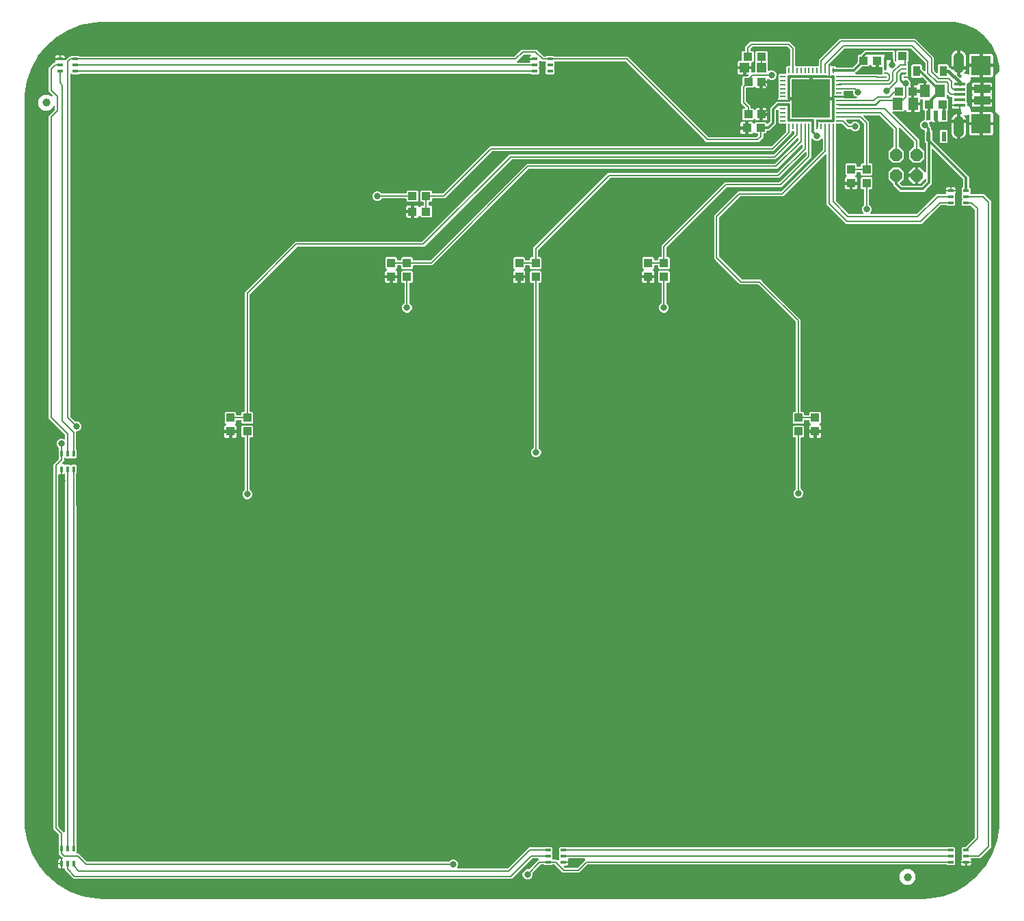
<source format=gbr>
G04 EAGLE Gerber RS-274X export*
G75*
%MOMM*%
%FSLAX34Y34*%
%LPD*%
%INBottom Copper*%
%IPPOS*%
%AMOC8*
5,1,8,0,0,1.08239X$1,22.5*%
G01*
%ADD10R,1.240000X1.500000*%
%ADD11R,1.075000X1.000000*%
%ADD12R,1.200000X1.200000*%
%ADD13C,1.000000*%
%ADD14R,1.000000X1.000000*%
%ADD15R,2.413000X2.413000*%
%ADD16C,1.308000*%
%ADD17R,1.350000X0.400000*%
%ADD18R,2.000000X1.000000*%
%ADD19R,0.550000X1.200000*%
%ADD20R,0.250000X0.750000*%
%ADD21R,0.750000X0.250000*%
%ADD22R,4.700000X4.700000*%
%ADD23R,0.910000X1.220000*%
%ADD24R,0.700000X0.350000*%
%ADD25R,0.350000X0.250000*%
%ADD26R,0.350000X0.700000*%
%ADD27P,1.649562X8X22.500000*%
%ADD28R,1.000000X1.075000*%
%ADD29C,0.203200*%
%ADD30C,0.800100*%
%ADD31C,0.304800*%
%ADD32C,0.254000*%
%ADD33C,0.406400*%

G36*
X-86303Y200665D02*
X-86303Y200665D01*
X-86278Y200662D01*
X-77966Y201122D01*
X-77891Y201136D01*
X-77834Y201138D01*
X-61479Y204221D01*
X-61378Y204255D01*
X-61308Y204269D01*
X-45738Y210149D01*
X-45645Y210200D01*
X-45579Y210226D01*
X-31269Y218726D01*
X-31187Y218792D01*
X-31125Y218829D01*
X-18513Y229688D01*
X-18443Y229768D01*
X-18389Y229815D01*
X-7857Y242702D01*
X-7802Y242793D01*
X-7758Y242848D01*
X372Y257371D01*
X410Y257470D01*
X445Y257533D01*
X5924Y273248D01*
X5945Y273352D01*
X5968Y273420D01*
X8630Y289848D01*
X8632Y289925D01*
X8643Y289981D01*
X8889Y298295D01*
X8887Y298312D01*
X8889Y298325D01*
X8889Y298361D01*
X8888Y298369D01*
X8889Y298375D01*
X8871Y299673D01*
X8876Y299753D01*
X8889Y299831D01*
X8889Y1170737D01*
X8877Y1170824D01*
X8874Y1170911D01*
X8857Y1170964D01*
X8849Y1171019D01*
X8814Y1171098D01*
X8787Y1171182D01*
X8759Y1171221D01*
X8733Y1171278D01*
X8637Y1171391D01*
X8592Y1171455D01*
X3809Y1176238D01*
X3809Y1221522D01*
X8514Y1226227D01*
X8583Y1226319D01*
X8658Y1226408D01*
X8668Y1226433D01*
X8685Y1226454D01*
X8726Y1226562D01*
X8773Y1226668D01*
X8775Y1226692D01*
X8786Y1226720D01*
X8809Y1226994D01*
X8809Y1227002D01*
X8503Y1232458D01*
X8483Y1232557D01*
X8479Y1232627D01*
X5429Y1245985D01*
X5376Y1246125D01*
X5354Y1246200D01*
X-595Y1258543D01*
X-678Y1258667D01*
X-716Y1258735D01*
X-9263Y1269444D01*
X-9372Y1269547D01*
X-9424Y1269605D01*
X-20142Y1278141D01*
X-20271Y1278217D01*
X-20335Y1278262D01*
X-32684Y1284198D01*
X-32827Y1284243D01*
X-32899Y1284273D01*
X-46260Y1287309D01*
X-46361Y1287317D01*
X-46429Y1287333D01*
X-53280Y1287710D01*
X-53312Y1287707D01*
X-53337Y1287712D01*
X-54801Y1287710D01*
X-54811Y1287712D01*
X-1103780Y1287712D01*
X-1103813Y1287707D01*
X-1103841Y1287710D01*
X-1112197Y1287202D01*
X-1112272Y1287187D01*
X-1112329Y1287186D01*
X-1128764Y1283997D01*
X-1128865Y1283962D01*
X-1128935Y1283948D01*
X-1144566Y1277951D01*
X-1144659Y1277899D01*
X-1144725Y1277873D01*
X-1159077Y1269251D01*
X-1159159Y1269184D01*
X-1159220Y1269147D01*
X-1171855Y1258162D01*
X-1171924Y1258082D01*
X-1171978Y1258034D01*
X-1182511Y1245020D01*
X-1182566Y1244930D01*
X-1182610Y1244874D01*
X-1190721Y1230227D01*
X-1190759Y1230128D01*
X-1190793Y1230065D01*
X-1196236Y1214232D01*
X-1196256Y1214128D01*
X-1196279Y1214060D01*
X-1198887Y1197522D01*
X-1198888Y1197446D01*
X-1198899Y1197390D01*
X-1199111Y1189037D01*
X-1199110Y1189023D01*
X-1199112Y1189011D01*
X-1199112Y1188955D01*
X-1199110Y1188945D01*
X-1199111Y1188936D01*
X-1199089Y1187699D01*
X-1199090Y1187695D01*
X-1199092Y1187670D01*
X-1199098Y1187652D01*
X-1199100Y1187557D01*
X-1199112Y1187488D01*
X-1199112Y297893D01*
X-1199108Y297868D01*
X-1199110Y297846D01*
X-1198725Y289454D01*
X-1198711Y289380D01*
X-1198710Y289323D01*
X-1195761Y272798D01*
X-1195728Y272697D01*
X-1195715Y272627D01*
X-1189945Y256864D01*
X-1189895Y256771D01*
X-1189870Y256704D01*
X-1181454Y242180D01*
X-1181388Y242096D01*
X-1181352Y242035D01*
X-1170545Y229190D01*
X-1170467Y229120D01*
X-1170420Y229065D01*
X-1157550Y218289D01*
X-1157460Y218233D01*
X-1157405Y218188D01*
X-1142861Y209806D01*
X-1142763Y209766D01*
X-1142701Y209731D01*
X-1126924Y203998D01*
X-1126821Y203976D01*
X-1126754Y203953D01*
X-1110222Y201042D01*
X-1110145Y201039D01*
X-1110090Y201028D01*
X-1101697Y200662D01*
X-1101672Y200664D01*
X-1101653Y200661D01*
X-86334Y200661D01*
X-86303Y200665D01*
G37*
%LPC*%
G36*
X-577272Y225361D02*
X-577272Y225361D01*
X-579490Y226279D01*
X-581187Y227976D01*
X-582105Y230194D01*
X-582105Y232594D01*
X-581187Y234812D01*
X-579490Y236509D01*
X-577272Y237427D01*
X-574771Y237427D01*
X-574684Y237439D01*
X-574597Y237442D01*
X-574544Y237459D01*
X-574489Y237467D01*
X-574410Y237503D01*
X-574326Y237530D01*
X-574287Y237558D01*
X-574230Y237583D01*
X-574117Y237679D01*
X-574053Y237725D01*
X-562559Y249218D01*
X-562542Y249242D01*
X-562519Y249261D01*
X-562457Y249355D01*
X-562389Y249445D01*
X-562378Y249473D01*
X-562362Y249497D01*
X-562328Y249605D01*
X-562287Y249711D01*
X-562285Y249740D01*
X-562276Y249768D01*
X-562273Y249882D01*
X-562264Y249994D01*
X-562269Y250023D01*
X-562269Y250052D01*
X-562297Y250162D01*
X-562320Y250273D01*
X-562333Y250299D01*
X-562341Y250327D01*
X-562398Y250425D01*
X-562451Y250525D01*
X-562471Y250547D01*
X-562486Y250572D01*
X-562568Y250649D01*
X-562646Y250731D01*
X-562672Y250746D01*
X-562693Y250766D01*
X-562794Y250818D01*
X-562892Y250875D01*
X-562920Y250882D01*
X-562946Y250896D01*
X-563024Y250909D01*
X-563167Y250945D01*
X-563230Y250943D01*
X-563277Y250951D01*
X-569563Y250951D01*
X-569649Y250939D01*
X-569737Y250936D01*
X-569789Y250919D01*
X-569844Y250911D01*
X-569924Y250876D01*
X-570007Y250849D01*
X-570046Y250821D01*
X-570104Y250795D01*
X-570217Y250699D01*
X-570281Y250654D01*
X-595383Y225551D01*
X-1137913Y225551D01*
X-1148589Y236227D01*
X-1148589Y237867D01*
X-1148594Y237906D01*
X-1148592Y237945D01*
X-1148614Y238046D01*
X-1148629Y238149D01*
X-1148645Y238184D01*
X-1148653Y238223D01*
X-1148703Y238314D01*
X-1148745Y238408D01*
X-1148770Y238438D01*
X-1148789Y238472D01*
X-1148862Y238546D01*
X-1148928Y238625D01*
X-1148961Y238647D01*
X-1148989Y238675D01*
X-1149079Y238725D01*
X-1149165Y238783D01*
X-1149202Y238795D01*
X-1149236Y238814D01*
X-1149337Y238837D01*
X-1149436Y238869D01*
X-1149475Y238870D01*
X-1149513Y238879D01*
X-1149617Y238873D01*
X-1149720Y238876D01*
X-1149758Y238866D01*
X-1149797Y238864D01*
X-1149870Y238837D01*
X-1149995Y238804D01*
X-1150059Y238766D01*
X-1150112Y238747D01*
X-1150309Y238632D01*
X-1150956Y238459D01*
X-1152025Y238459D01*
X-1152025Y244500D01*
X-1152025Y250767D01*
X-1151982Y250807D01*
X-1151895Y250880D01*
X-1151879Y250905D01*
X-1151858Y250925D01*
X-1151801Y251023D01*
X-1151738Y251117D01*
X-1151729Y251145D01*
X-1151714Y251170D01*
X-1151686Y251280D01*
X-1151652Y251388D01*
X-1151651Y251418D01*
X-1151644Y251446D01*
X-1151648Y251559D01*
X-1151645Y251672D01*
X-1151652Y251701D01*
X-1151653Y251730D01*
X-1151688Y251838D01*
X-1151717Y251947D01*
X-1151731Y251973D01*
X-1151741Y252001D01*
X-1151786Y252065D01*
X-1151862Y252192D01*
X-1151907Y252235D01*
X-1151935Y252274D01*
X-1152696Y253035D01*
X-1156089Y256427D01*
X-1156089Y258003D01*
X-1156101Y258090D01*
X-1156104Y258178D01*
X-1156121Y258230D01*
X-1156129Y258285D01*
X-1156164Y258365D01*
X-1156191Y258448D01*
X-1156219Y258487D01*
X-1156245Y258544D01*
X-1156341Y258658D01*
X-1156386Y258721D01*
X-1156823Y259158D01*
X-1156823Y267842D01*
X-1156386Y268279D01*
X-1156334Y268348D01*
X-1156274Y268412D01*
X-1156248Y268462D01*
X-1156215Y268506D01*
X-1156184Y268588D01*
X-1156144Y268665D01*
X-1156136Y268713D01*
X-1156114Y268771D01*
X-1156102Y268919D01*
X-1156089Y268997D01*
X-1156089Y280137D01*
X-1156101Y280223D01*
X-1156104Y280311D01*
X-1156121Y280363D01*
X-1156129Y280418D01*
X-1156164Y280498D01*
X-1156191Y280581D01*
X-1156219Y280620D01*
X-1156245Y280678D01*
X-1156341Y280791D01*
X-1156386Y280855D01*
X-1160983Y285452D01*
X-1160984Y285452D01*
X-1163067Y287535D01*
X-1163067Y739133D01*
X-1156386Y745813D01*
X-1156334Y745883D01*
X-1156274Y745947D01*
X-1156248Y745997D01*
X-1156215Y746041D01*
X-1156184Y746122D01*
X-1156144Y746200D01*
X-1156136Y746248D01*
X-1156114Y746306D01*
X-1156102Y746454D01*
X-1156089Y746531D01*
X-1156089Y746953D01*
X-1156101Y747040D01*
X-1156104Y747128D01*
X-1156121Y747180D01*
X-1156129Y747235D01*
X-1156164Y747315D01*
X-1156191Y747398D01*
X-1156219Y747437D01*
X-1156245Y747494D01*
X-1156341Y747608D01*
X-1156386Y747671D01*
X-1156823Y748108D01*
X-1156823Y756792D01*
X-1156386Y757229D01*
X-1156334Y757298D01*
X-1156274Y757362D01*
X-1156248Y757412D01*
X-1156215Y757456D01*
X-1156184Y757538D01*
X-1156144Y757615D01*
X-1156136Y757663D01*
X-1156114Y757721D01*
X-1156102Y757869D01*
X-1156089Y757947D01*
X-1156089Y759052D01*
X-1156089Y759054D01*
X-1156089Y759056D01*
X-1156097Y759112D01*
X-1156095Y759165D01*
X-1156115Y759241D01*
X-1156129Y759334D01*
X-1156129Y759336D01*
X-1156130Y759337D01*
X-1156156Y759395D01*
X-1156167Y759440D01*
X-1156203Y759499D01*
X-1156245Y759593D01*
X-1156246Y759595D01*
X-1156247Y759596D01*
X-1156292Y759649D01*
X-1156312Y759684D01*
X-1156357Y759726D01*
X-1156428Y759810D01*
X-1156430Y759811D01*
X-1156431Y759813D01*
X-1156446Y759822D01*
X-1156493Y759853D01*
X-1156520Y759879D01*
X-1156526Y759882D01*
X-1158275Y761630D01*
X-1159193Y763848D01*
X-1159193Y766248D01*
X-1158275Y768466D01*
X-1156578Y770163D01*
X-1154360Y771081D01*
X-1151960Y771081D01*
X-1149993Y770266D01*
X-1149881Y770238D01*
X-1149772Y770203D01*
X-1149744Y770202D01*
X-1149717Y770195D01*
X-1149603Y770199D01*
X-1149488Y770196D01*
X-1149461Y770203D01*
X-1149433Y770204D01*
X-1149324Y770239D01*
X-1149213Y770268D01*
X-1149189Y770282D01*
X-1149162Y770290D01*
X-1149067Y770354D01*
X-1148968Y770413D01*
X-1148949Y770433D01*
X-1148926Y770448D01*
X-1148852Y770536D01*
X-1148774Y770620D01*
X-1148761Y770645D01*
X-1148743Y770666D01*
X-1148697Y770771D01*
X-1148644Y770873D01*
X-1148640Y770898D01*
X-1148628Y770926D01*
X-1148613Y771030D01*
X-1148603Y771063D01*
X-1148601Y771116D01*
X-1148591Y771190D01*
X-1148589Y771204D01*
X-1148589Y775303D01*
X-1148597Y775359D01*
X-1148595Y775409D01*
X-1148602Y775436D01*
X-1148604Y775477D01*
X-1148621Y775529D01*
X-1148629Y775584D01*
X-1148659Y775652D01*
X-1148667Y775684D01*
X-1148675Y775696D01*
X-1148691Y775747D01*
X-1148719Y775786D01*
X-1148745Y775844D01*
X-1148803Y775913D01*
X-1148812Y775928D01*
X-1148831Y775946D01*
X-1148841Y775957D01*
X-1148886Y776021D01*
X-1168909Y796043D01*
X-1168909Y1170933D01*
X-1161586Y1178255D01*
X-1161534Y1178325D01*
X-1161474Y1178389D01*
X-1161448Y1178439D01*
X-1161415Y1178483D01*
X-1161384Y1178564D01*
X-1161344Y1178642D01*
X-1161336Y1178690D01*
X-1161314Y1178748D01*
X-1161302Y1178896D01*
X-1161289Y1178973D01*
X-1161289Y1182356D01*
X-1161291Y1182375D01*
X-1161289Y1182395D01*
X-1161311Y1182516D01*
X-1161329Y1182637D01*
X-1161337Y1182655D01*
X-1161340Y1182674D01*
X-1161395Y1182785D01*
X-1161445Y1182897D01*
X-1161457Y1182912D01*
X-1161466Y1182929D01*
X-1161549Y1183020D01*
X-1161628Y1183114D01*
X-1161645Y1183125D01*
X-1161658Y1183139D01*
X-1161763Y1183203D01*
X-1161865Y1183271D01*
X-1161884Y1183277D01*
X-1161900Y1183287D01*
X-1162019Y1183320D01*
X-1162136Y1183357D01*
X-1162156Y1183358D01*
X-1162175Y1183363D01*
X-1162297Y1183361D01*
X-1162420Y1183364D01*
X-1162439Y1183359D01*
X-1162459Y1183359D01*
X-1162577Y1183323D01*
X-1162695Y1183293D01*
X-1162712Y1183283D01*
X-1162731Y1183277D01*
X-1162834Y1183210D01*
X-1162940Y1183147D01*
X-1162953Y1183133D01*
X-1162970Y1183122D01*
X-1163016Y1183066D01*
X-1163134Y1182940D01*
X-1163158Y1182894D01*
X-1163183Y1182863D01*
X-1164762Y1180129D01*
X-1169403Y1177449D01*
X-1174763Y1177449D01*
X-1179404Y1180129D01*
X-1182084Y1184770D01*
X-1182084Y1190130D01*
X-1179404Y1194771D01*
X-1174763Y1197451D01*
X-1169403Y1197451D01*
X-1165503Y1195199D01*
X-1165494Y1195195D01*
X-1165486Y1195189D01*
X-1165362Y1195142D01*
X-1165239Y1195093D01*
X-1165230Y1195092D01*
X-1165221Y1195088D01*
X-1165088Y1195077D01*
X-1164957Y1195064D01*
X-1164947Y1195065D01*
X-1164937Y1195065D01*
X-1164808Y1195091D01*
X-1164677Y1195114D01*
X-1164668Y1195119D01*
X-1164659Y1195121D01*
X-1164541Y1195181D01*
X-1164422Y1195240D01*
X-1164415Y1195247D01*
X-1164406Y1195252D01*
X-1164311Y1195342D01*
X-1164212Y1195432D01*
X-1164207Y1195441D01*
X-1164200Y1195447D01*
X-1164133Y1195561D01*
X-1164064Y1195675D01*
X-1164061Y1195684D01*
X-1164056Y1195693D01*
X-1164024Y1195820D01*
X-1163989Y1195949D01*
X-1163989Y1195959D01*
X-1163986Y1195968D01*
X-1163990Y1196100D01*
X-1163992Y1196233D01*
X-1163995Y1196242D01*
X-1163995Y1196252D01*
X-1164036Y1196378D01*
X-1164074Y1196505D01*
X-1164080Y1196513D01*
X-1164083Y1196523D01*
X-1164116Y1196569D01*
X-1164229Y1196744D01*
X-1164257Y1196767D01*
X-1164278Y1196796D01*
X-1168909Y1201427D01*
X-1168909Y1230623D01*
X-1162297Y1237235D01*
X-1161673Y1237235D01*
X-1161634Y1237240D01*
X-1161595Y1237238D01*
X-1161494Y1237260D01*
X-1161391Y1237275D01*
X-1161356Y1237290D01*
X-1161317Y1237299D01*
X-1161226Y1237348D01*
X-1161132Y1237391D01*
X-1161102Y1237416D01*
X-1161068Y1237435D01*
X-1160994Y1237508D01*
X-1160915Y1237574D01*
X-1160893Y1237607D01*
X-1160865Y1237634D01*
X-1160815Y1237725D01*
X-1160757Y1237811D01*
X-1160745Y1237848D01*
X-1160726Y1237882D01*
X-1160703Y1237983D01*
X-1160671Y1238082D01*
X-1160670Y1238121D01*
X-1160661Y1238159D01*
X-1160667Y1238263D01*
X-1160664Y1238366D01*
X-1160674Y1238404D01*
X-1160676Y1238443D01*
X-1160703Y1238516D01*
X-1160736Y1238641D01*
X-1160774Y1238705D01*
X-1160793Y1238758D01*
X-1160908Y1238955D01*
X-1161081Y1239602D01*
X-1161081Y1240671D01*
X-1155040Y1240671D01*
X-1148472Y1240671D01*
X-1148423Y1240638D01*
X-1148395Y1240629D01*
X-1148370Y1240614D01*
X-1148260Y1240586D01*
X-1148152Y1240552D01*
X-1148122Y1240551D01*
X-1148094Y1240544D01*
X-1147981Y1240548D01*
X-1147868Y1240545D01*
X-1147839Y1240552D01*
X-1147810Y1240553D01*
X-1147702Y1240588D01*
X-1147593Y1240617D01*
X-1147567Y1240631D01*
X-1147539Y1240641D01*
X-1147475Y1240686D01*
X-1147348Y1240762D01*
X-1147305Y1240807D01*
X-1147266Y1240835D01*
X-1146505Y1241596D01*
X-1143367Y1244735D01*
X-1141536Y1244735D01*
X-1141450Y1244747D01*
X-1141362Y1244750D01*
X-1141310Y1244767D01*
X-1141255Y1244775D01*
X-1141175Y1244810D01*
X-1141092Y1244837D01*
X-1141053Y1244865D01*
X-1140996Y1244891D01*
X-1140882Y1244987D01*
X-1140819Y1245032D01*
X-1140382Y1245469D01*
X-1131698Y1245469D01*
X-1131261Y1245032D01*
X-1131192Y1244980D01*
X-1131128Y1244920D01*
X-1131078Y1244894D01*
X-1131034Y1244861D01*
X-1130952Y1244830D01*
X-1130875Y1244790D01*
X-1130827Y1244782D01*
X-1130769Y1244760D01*
X-1130621Y1244748D01*
X-1130544Y1244735D01*
X-592244Y1244735D01*
X-592157Y1244747D01*
X-592070Y1244750D01*
X-592017Y1244767D01*
X-591962Y1244775D01*
X-591883Y1244810D01*
X-591799Y1244837D01*
X-591760Y1244865D01*
X-591703Y1244891D01*
X-591590Y1244987D01*
X-591526Y1245032D01*
X-583215Y1253343D01*
X-564815Y1253343D01*
X-556504Y1245032D01*
X-556434Y1244980D01*
X-556370Y1244920D01*
X-556321Y1244894D01*
X-556277Y1244861D01*
X-556195Y1244830D01*
X-556117Y1244790D01*
X-556070Y1244782D01*
X-556011Y1244760D01*
X-555863Y1244748D01*
X-555786Y1244735D01*
X-553527Y1244735D01*
X-553440Y1244747D01*
X-553352Y1244750D01*
X-553300Y1244767D01*
X-553245Y1244775D01*
X-553165Y1244810D01*
X-553082Y1244837D01*
X-553043Y1244865D01*
X-552986Y1244891D01*
X-552872Y1244987D01*
X-552809Y1245032D01*
X-552372Y1245469D01*
X-543688Y1245469D01*
X-543251Y1245032D01*
X-543182Y1244980D01*
X-543118Y1244920D01*
X-543068Y1244894D01*
X-543024Y1244861D01*
X-542942Y1244830D01*
X-542865Y1244790D01*
X-542817Y1244782D01*
X-542759Y1244760D01*
X-542611Y1244748D01*
X-542534Y1244735D01*
X-451753Y1244735D01*
X-449670Y1242652D01*
X-449670Y1242651D01*
X-352095Y1145076D01*
X-352025Y1145024D01*
X-351961Y1144964D01*
X-351911Y1144938D01*
X-351867Y1144905D01*
X-351786Y1144874D01*
X-351708Y1144834D01*
X-351660Y1144826D01*
X-351602Y1144804D01*
X-351454Y1144792D01*
X-351377Y1144779D01*
X-292513Y1144779D01*
X-292427Y1144791D01*
X-292339Y1144794D01*
X-292287Y1144811D01*
X-292232Y1144819D01*
X-292152Y1144854D01*
X-292069Y1144881D01*
X-292030Y1144909D01*
X-291972Y1144935D01*
X-291859Y1145031D01*
X-291795Y1145076D01*
X-290366Y1146505D01*
X-290314Y1146575D01*
X-290254Y1146639D01*
X-290228Y1146689D01*
X-290195Y1146733D01*
X-290164Y1146814D01*
X-290124Y1146892D01*
X-290116Y1146940D01*
X-290094Y1146998D01*
X-290082Y1147146D01*
X-290069Y1147223D01*
X-290069Y1148287D01*
X-290077Y1148345D01*
X-290075Y1148403D01*
X-290097Y1148485D01*
X-290109Y1148569D01*
X-290132Y1148622D01*
X-290147Y1148678D01*
X-290190Y1148751D01*
X-290225Y1148828D01*
X-290263Y1148873D01*
X-290292Y1148923D01*
X-290354Y1148981D01*
X-290408Y1149045D01*
X-290457Y1149077D01*
X-290500Y1149117D01*
X-290575Y1149156D01*
X-290645Y1149203D01*
X-290701Y1149220D01*
X-290753Y1149247D01*
X-290821Y1149258D01*
X-290916Y1149288D01*
X-291016Y1149291D01*
X-291084Y1149302D01*
X-293500Y1149302D01*
X-294877Y1150679D01*
X-294916Y1150709D01*
X-294949Y1150745D01*
X-295029Y1150794D01*
X-295104Y1150850D01*
X-295150Y1150868D01*
X-295191Y1150893D01*
X-295282Y1150918D01*
X-295370Y1150951D01*
X-295419Y1150956D01*
X-295466Y1150968D01*
X-295560Y1150967D01*
X-295653Y1150975D01*
X-295701Y1150965D01*
X-295750Y1150965D01*
X-295840Y1150938D01*
X-295932Y1150919D01*
X-295975Y1150897D01*
X-296022Y1150883D01*
X-296101Y1150832D01*
X-296184Y1150788D01*
X-296220Y1150755D01*
X-296261Y1150728D01*
X-296308Y1150671D01*
X-296390Y1150592D01*
X-296434Y1150517D01*
X-296474Y1150469D01*
X-296875Y1149775D01*
X-297348Y1149302D01*
X-297927Y1148967D01*
X-298574Y1148794D01*
X-302252Y1148794D01*
X-302252Y1155319D01*
X-302260Y1155377D01*
X-302258Y1155435D01*
X-302280Y1155517D01*
X-302292Y1155600D01*
X-302316Y1155654D01*
X-302330Y1155710D01*
X-302373Y1155783D01*
X-302408Y1155860D01*
X-302446Y1155904D01*
X-302476Y1155955D01*
X-302537Y1156012D01*
X-302592Y1156077D01*
X-302640Y1156109D01*
X-302683Y1156149D01*
X-302758Y1156188D01*
X-302828Y1156234D01*
X-302884Y1156252D01*
X-302936Y1156279D01*
X-303004Y1156290D01*
X-303099Y1156320D01*
X-303199Y1156323D01*
X-303267Y1156334D01*
X-304284Y1156334D01*
X-304284Y1156336D01*
X-303267Y1156336D01*
X-303209Y1156344D01*
X-303151Y1156343D01*
X-303069Y1156364D01*
X-302986Y1156376D01*
X-302932Y1156400D01*
X-302876Y1156414D01*
X-302803Y1156457D01*
X-302726Y1156492D01*
X-302681Y1156530D01*
X-302631Y1156560D01*
X-302573Y1156621D01*
X-302509Y1156676D01*
X-302477Y1156724D01*
X-302437Y1156767D01*
X-302398Y1156842D01*
X-302352Y1156912D01*
X-302334Y1156968D01*
X-302307Y1157020D01*
X-302296Y1157088D01*
X-302266Y1157183D01*
X-302263Y1157283D01*
X-302252Y1157351D01*
X-302252Y1163876D01*
X-298574Y1163876D01*
X-297927Y1163703D01*
X-297348Y1163368D01*
X-296875Y1162895D01*
X-296474Y1162201D01*
X-296444Y1162163D01*
X-296422Y1162119D01*
X-296357Y1162051D01*
X-296299Y1161977D01*
X-296259Y1161948D01*
X-296226Y1161913D01*
X-296145Y1161866D01*
X-296069Y1161811D01*
X-296022Y1161794D01*
X-295981Y1161769D01*
X-295890Y1161746D01*
X-295801Y1161714D01*
X-295752Y1161711D01*
X-295705Y1161699D01*
X-295611Y1161702D01*
X-295517Y1161696D01*
X-295470Y1161707D01*
X-295421Y1161708D01*
X-295331Y1161737D01*
X-295240Y1161757D01*
X-295197Y1161781D01*
X-295150Y1161796D01*
X-295090Y1161839D01*
X-294990Y1161893D01*
X-294928Y1161954D01*
X-294877Y1161991D01*
X-293500Y1163368D01*
X-281066Y1163368D01*
X-279875Y1162177D01*
X-279875Y1162023D01*
X-279871Y1161994D01*
X-279874Y1161964D01*
X-279851Y1161853D01*
X-279835Y1161741D01*
X-279823Y1161715D01*
X-279818Y1161686D01*
X-279765Y1161585D01*
X-279719Y1161482D01*
X-279700Y1161459D01*
X-279687Y1161433D01*
X-279609Y1161351D01*
X-279536Y1161265D01*
X-279511Y1161249D01*
X-279491Y1161227D01*
X-279393Y1161170D01*
X-279299Y1161107D01*
X-279271Y1161098D01*
X-279246Y1161084D01*
X-279136Y1161056D01*
X-279028Y1161021D01*
X-278998Y1161021D01*
X-278970Y1161013D01*
X-278857Y1161017D01*
X-278744Y1161014D01*
X-278715Y1161022D01*
X-278686Y1161023D01*
X-278578Y1161057D01*
X-278469Y1161086D01*
X-278443Y1161101D01*
X-278415Y1161110D01*
X-278352Y1161156D01*
X-278224Y1161231D01*
X-278181Y1161277D01*
X-278142Y1161305D01*
X-275586Y1163861D01*
X-275534Y1163931D01*
X-275474Y1163995D01*
X-275448Y1164044D01*
X-275415Y1164088D01*
X-275384Y1164170D01*
X-275344Y1164248D01*
X-275336Y1164295D01*
X-275314Y1164354D01*
X-275302Y1164501D01*
X-275289Y1164579D01*
X-275289Y1180915D01*
X-267617Y1188587D01*
X-266846Y1188587D01*
X-266788Y1188595D01*
X-266730Y1188593D01*
X-266648Y1188615D01*
X-266564Y1188627D01*
X-266511Y1188650D01*
X-266455Y1188665D01*
X-266382Y1188708D01*
X-266305Y1188743D01*
X-266260Y1188781D01*
X-266210Y1188810D01*
X-266152Y1188872D01*
X-266088Y1188926D01*
X-266056Y1188975D01*
X-266019Y1189015D01*
X-259540Y1189015D01*
X-253054Y1189015D01*
X-253026Y1188966D01*
X-252964Y1188909D01*
X-252910Y1188844D01*
X-252861Y1188812D01*
X-252818Y1188772D01*
X-252743Y1188733D01*
X-252673Y1188687D01*
X-252617Y1188669D01*
X-252565Y1188642D01*
X-252497Y1188631D01*
X-252402Y1188601D01*
X-252302Y1188598D01*
X-252234Y1188587D01*
X-251846Y1188587D01*
X-251788Y1188595D01*
X-251730Y1188593D01*
X-251648Y1188615D01*
X-251564Y1188627D01*
X-251511Y1188650D01*
X-251455Y1188665D01*
X-251382Y1188708D01*
X-251305Y1188743D01*
X-251260Y1188781D01*
X-251210Y1188810D01*
X-251152Y1188872D01*
X-251088Y1188926D01*
X-251056Y1188975D01*
X-251016Y1189018D01*
X-250977Y1189093D01*
X-250930Y1189163D01*
X-250913Y1189219D01*
X-250886Y1189271D01*
X-250875Y1189339D01*
X-250845Y1189434D01*
X-250842Y1189534D01*
X-250831Y1189602D01*
X-250831Y1190499D01*
X-225806Y1190499D01*
X-225748Y1190507D01*
X-225690Y1190505D01*
X-225608Y1190527D01*
X-225525Y1190539D01*
X-225471Y1190563D01*
X-225415Y1190577D01*
X-225342Y1190620D01*
X-225265Y1190655D01*
X-225221Y1190693D01*
X-225170Y1190723D01*
X-225113Y1190784D01*
X-225048Y1190839D01*
X-225016Y1190887D01*
X-224976Y1190930D01*
X-224937Y1191005D01*
X-224891Y1191075D01*
X-224873Y1191131D01*
X-224846Y1191183D01*
X-224835Y1191251D01*
X-224805Y1191346D01*
X-224802Y1191446D01*
X-224791Y1191514D01*
X-224791Y1192531D01*
X-224789Y1192531D01*
X-224789Y1191514D01*
X-224782Y1191461D01*
X-224782Y1191428D01*
X-224782Y1191426D01*
X-224782Y1191398D01*
X-224761Y1191316D01*
X-224749Y1191233D01*
X-224725Y1191179D01*
X-224711Y1191123D01*
X-224668Y1191050D01*
X-224633Y1190973D01*
X-224595Y1190928D01*
X-224565Y1190878D01*
X-224504Y1190820D01*
X-224449Y1190756D01*
X-224401Y1190724D01*
X-224358Y1190684D01*
X-224283Y1190645D01*
X-224213Y1190599D01*
X-224157Y1190581D01*
X-224105Y1190554D01*
X-224037Y1190543D01*
X-223942Y1190513D01*
X-223842Y1190510D01*
X-223774Y1190499D01*
X-198749Y1190499D01*
X-198749Y1168696D01*
X-198922Y1168049D01*
X-199257Y1167470D01*
X-199730Y1166997D01*
X-200309Y1166662D01*
X-200956Y1166489D01*
X-217718Y1166489D01*
X-217776Y1166481D01*
X-217834Y1166483D01*
X-217916Y1166461D01*
X-218000Y1166449D01*
X-218053Y1166426D01*
X-218109Y1166411D01*
X-218182Y1166368D01*
X-218259Y1166333D01*
X-218304Y1166295D01*
X-218354Y1166266D01*
X-218412Y1166204D01*
X-218476Y1166150D01*
X-218508Y1166101D01*
X-218548Y1166058D01*
X-218587Y1165983D01*
X-218634Y1165913D01*
X-218651Y1165857D01*
X-218678Y1165805D01*
X-218689Y1165737D01*
X-218719Y1165642D01*
X-218722Y1165542D01*
X-218733Y1165474D01*
X-218733Y1165086D01*
X-218726Y1165038D01*
X-218727Y1165032D01*
X-218725Y1165026D01*
X-218727Y1164970D01*
X-218705Y1164888D01*
X-218693Y1164804D01*
X-218670Y1164751D01*
X-218655Y1164695D01*
X-218612Y1164622D01*
X-218577Y1164545D01*
X-218539Y1164500D01*
X-218510Y1164450D01*
X-218448Y1164392D01*
X-218394Y1164328D01*
X-218345Y1164296D01*
X-218305Y1164259D01*
X-218305Y1157780D01*
X-218297Y1157722D01*
X-218299Y1157664D01*
X-218277Y1157582D01*
X-218266Y1157499D01*
X-218242Y1157445D01*
X-218227Y1157389D01*
X-218184Y1157316D01*
X-218149Y1157239D01*
X-218112Y1157195D01*
X-218082Y1157145D01*
X-218020Y1157087D01*
X-217966Y1157022D01*
X-217917Y1156990D01*
X-217874Y1156950D01*
X-217799Y1156912D01*
X-217729Y1156865D01*
X-217673Y1156847D01*
X-217621Y1156821D01*
X-217553Y1156809D01*
X-217458Y1156779D01*
X-217358Y1156776D01*
X-217290Y1156765D01*
X-217232Y1156773D01*
X-217174Y1156772D01*
X-217173Y1156772D01*
X-217092Y1156793D01*
X-217008Y1156805D01*
X-216955Y1156829D01*
X-216898Y1156844D01*
X-216826Y1156887D01*
X-216749Y1156921D01*
X-216704Y1156959D01*
X-216654Y1156989D01*
X-216596Y1157050D01*
X-216532Y1157105D01*
X-216500Y1157153D01*
X-216459Y1157196D01*
X-216421Y1157271D01*
X-216374Y1157341D01*
X-216357Y1157397D01*
X-216330Y1157449D01*
X-216319Y1157517D01*
X-216289Y1157612D01*
X-216286Y1157712D01*
X-216275Y1157780D01*
X-216275Y1164071D01*
X-215706Y1164071D01*
X-215059Y1163898D01*
X-214715Y1163699D01*
X-214625Y1163662D01*
X-214538Y1163618D01*
X-214499Y1163612D01*
X-214451Y1163592D01*
X-214280Y1163575D01*
X-214207Y1163563D01*
X-196838Y1163563D01*
X-196780Y1163571D01*
X-196722Y1163569D01*
X-196640Y1163591D01*
X-196556Y1163603D01*
X-196503Y1163626D01*
X-196447Y1163641D01*
X-196374Y1163684D01*
X-196297Y1163719D01*
X-196252Y1163757D01*
X-196202Y1163786D01*
X-196144Y1163848D01*
X-196080Y1163902D01*
X-196048Y1163951D01*
X-196008Y1163994D01*
X-195969Y1164069D01*
X-195922Y1164139D01*
X-195905Y1164195D01*
X-195878Y1164247D01*
X-195867Y1164315D01*
X-195837Y1164410D01*
X-195834Y1164510D01*
X-195823Y1164578D01*
X-195823Y1191947D01*
X-195836Y1192044D01*
X-195841Y1192141D01*
X-195855Y1192178D01*
X-195863Y1192229D01*
X-195933Y1192386D01*
X-195959Y1192455D01*
X-196158Y1192799D01*
X-196331Y1193446D01*
X-196331Y1194015D01*
X-190040Y1194015D01*
X-183742Y1194015D01*
X-183743Y1193978D01*
X-183721Y1193896D01*
X-183709Y1193813D01*
X-183685Y1193759D01*
X-183671Y1193703D01*
X-183628Y1193630D01*
X-183593Y1193553D01*
X-183555Y1193508D01*
X-183526Y1193458D01*
X-183464Y1193400D01*
X-183410Y1193336D01*
X-183361Y1193304D01*
X-183318Y1193264D01*
X-183243Y1193225D01*
X-183173Y1193179D01*
X-183117Y1193161D01*
X-183065Y1193134D01*
X-182997Y1193123D01*
X-182902Y1193093D01*
X-182802Y1193090D01*
X-182734Y1193079D01*
X-168635Y1193079D01*
X-168550Y1193091D01*
X-168464Y1193093D01*
X-168410Y1193111D01*
X-168353Y1193119D01*
X-168275Y1193154D01*
X-168193Y1193180D01*
X-168146Y1193212D01*
X-168094Y1193235D01*
X-168029Y1193290D01*
X-167957Y1193338D01*
X-167921Y1193382D01*
X-167877Y1193418D01*
X-167829Y1193490D01*
X-167774Y1193556D01*
X-167751Y1193608D01*
X-167719Y1193655D01*
X-167694Y1193737D01*
X-167659Y1193816D01*
X-167651Y1193872D01*
X-167634Y1193926D01*
X-167632Y1194012D01*
X-167620Y1194097D01*
X-167628Y1194153D01*
X-167626Y1194210D01*
X-167648Y1194293D01*
X-167660Y1194379D01*
X-167684Y1194430D01*
X-167698Y1194485D01*
X-167742Y1194559D01*
X-167778Y1194638D01*
X-167814Y1194681D01*
X-167843Y1194730D01*
X-167906Y1194789D01*
X-167962Y1194854D01*
X-168004Y1194880D01*
X-168051Y1194924D01*
X-168180Y1194990D01*
X-168246Y1195032D01*
X-169788Y1195670D01*
X-171485Y1197367D01*
X-172403Y1199585D01*
X-172403Y1200966D01*
X-172411Y1201024D01*
X-172410Y1201082D01*
X-172431Y1201164D01*
X-172443Y1201248D01*
X-172467Y1201301D01*
X-172482Y1201357D01*
X-172525Y1201430D01*
X-172559Y1201507D01*
X-172597Y1201552D01*
X-172627Y1201602D01*
X-172689Y1201660D01*
X-172743Y1201724D01*
X-172792Y1201756D01*
X-172834Y1201796D01*
X-172909Y1201835D01*
X-172980Y1201882D01*
X-173035Y1201899D01*
X-173087Y1201926D01*
X-173155Y1201937D01*
X-173251Y1201967D01*
X-173350Y1201970D01*
X-173418Y1201981D01*
X-183242Y1201981D01*
X-183300Y1201973D01*
X-183358Y1201975D01*
X-183440Y1201953D01*
X-183524Y1201941D01*
X-183577Y1201918D01*
X-183633Y1201903D01*
X-183706Y1201860D01*
X-183783Y1201825D01*
X-183828Y1201787D01*
X-183878Y1201758D01*
X-183936Y1201696D01*
X-184000Y1201642D01*
X-184032Y1201593D01*
X-184072Y1201550D01*
X-184111Y1201475D01*
X-184158Y1201405D01*
X-184175Y1201349D01*
X-184202Y1201297D01*
X-184213Y1201229D01*
X-184243Y1201134D01*
X-184246Y1201034D01*
X-184257Y1200966D01*
X-184257Y1198113D01*
X-184244Y1198016D01*
X-184239Y1197919D01*
X-184225Y1197882D01*
X-184217Y1197831D01*
X-184147Y1197674D01*
X-184121Y1197605D01*
X-183922Y1197261D01*
X-183749Y1196614D01*
X-183749Y1196045D01*
X-190040Y1196045D01*
X-196331Y1196045D01*
X-196331Y1196614D01*
X-196158Y1197261D01*
X-195959Y1197605D01*
X-195922Y1197695D01*
X-195878Y1197782D01*
X-195872Y1197821D01*
X-195852Y1197869D01*
X-195835Y1198040D01*
X-195823Y1198113D01*
X-195823Y1220482D01*
X-195831Y1220540D01*
X-195829Y1220598D01*
X-195851Y1220680D01*
X-195863Y1220764D01*
X-195886Y1220817D01*
X-195901Y1220873D01*
X-195944Y1220946D01*
X-195979Y1221023D01*
X-196017Y1221068D01*
X-196046Y1221118D01*
X-196108Y1221176D01*
X-196162Y1221240D01*
X-196211Y1221272D01*
X-196254Y1221312D01*
X-196329Y1221351D01*
X-196399Y1221398D01*
X-196455Y1221415D01*
X-196507Y1221442D01*
X-196575Y1221453D01*
X-196670Y1221483D01*
X-196770Y1221486D01*
X-196838Y1221497D01*
X-199207Y1221497D01*
X-199303Y1221484D01*
X-199400Y1221479D01*
X-199438Y1221465D01*
X-199489Y1221457D01*
X-199646Y1221387D01*
X-199715Y1221361D01*
X-200059Y1221162D01*
X-200706Y1220989D01*
X-201275Y1220989D01*
X-201275Y1227280D01*
X-201275Y1233571D01*
X-200706Y1233571D01*
X-200059Y1233398D01*
X-199715Y1233199D01*
X-199625Y1233162D01*
X-199538Y1233118D01*
X-199499Y1233112D01*
X-199451Y1233092D01*
X-199280Y1233075D01*
X-199207Y1233063D01*
X-195198Y1233063D01*
X-194007Y1231872D01*
X-194007Y1231852D01*
X-193999Y1231794D01*
X-194001Y1231736D01*
X-193979Y1231654D01*
X-193967Y1231570D01*
X-193944Y1231517D01*
X-193929Y1231461D01*
X-193886Y1231388D01*
X-193851Y1231311D01*
X-193813Y1231266D01*
X-193784Y1231216D01*
X-193722Y1231158D01*
X-193668Y1231094D01*
X-193619Y1231062D01*
X-193576Y1231022D01*
X-193501Y1230983D01*
X-193431Y1230936D01*
X-193375Y1230919D01*
X-193323Y1230892D01*
X-193255Y1230881D01*
X-193160Y1230851D01*
X-193060Y1230848D01*
X-192992Y1230837D01*
X-174059Y1230837D01*
X-173972Y1230849D01*
X-173885Y1230852D01*
X-173832Y1230869D01*
X-173777Y1230877D01*
X-173697Y1230912D01*
X-173614Y1230939D01*
X-173575Y1230967D01*
X-173518Y1230993D01*
X-173405Y1231089D01*
X-173341Y1231134D01*
X-167460Y1237015D01*
X-167408Y1237085D01*
X-167348Y1237149D01*
X-167322Y1237198D01*
X-167289Y1237242D01*
X-167258Y1237324D01*
X-167218Y1237402D01*
X-167210Y1237449D01*
X-167188Y1237508D01*
X-167176Y1237655D01*
X-167163Y1237733D01*
X-167163Y1245532D01*
X-165972Y1246723D01*
X-163983Y1246723D01*
X-163896Y1246735D01*
X-163809Y1246738D01*
X-163756Y1246755D01*
X-163701Y1246763D01*
X-163621Y1246798D01*
X-163538Y1246825D01*
X-163499Y1246853D01*
X-163442Y1246879D01*
X-163329Y1246975D01*
X-163265Y1247020D01*
X-158318Y1251967D01*
X-135454Y1251967D01*
X-135367Y1251979D01*
X-135279Y1251982D01*
X-135227Y1251999D01*
X-135172Y1252007D01*
X-135092Y1252042D01*
X-135009Y1252069D01*
X-134970Y1252097D01*
X-134913Y1252123D01*
X-134799Y1252219D01*
X-134736Y1252264D01*
X-134732Y1252268D01*
X-122298Y1252268D01*
X-121107Y1251077D01*
X-121107Y1243278D01*
X-121100Y1243227D01*
X-121101Y1243206D01*
X-121095Y1243184D01*
X-121092Y1243104D01*
X-121075Y1243051D01*
X-121067Y1242996D01*
X-121032Y1242916D01*
X-121030Y1242912D01*
X-121030Y1239582D01*
X-121018Y1239495D01*
X-121015Y1239408D01*
X-120998Y1239355D01*
X-120990Y1239301D01*
X-120955Y1239221D01*
X-120928Y1239138D01*
X-120900Y1239098D01*
X-120874Y1239041D01*
X-120778Y1238928D01*
X-120733Y1238864D01*
X-120656Y1238787D01*
X-120632Y1238770D01*
X-120613Y1238747D01*
X-120519Y1238684D01*
X-120429Y1238616D01*
X-120401Y1238606D01*
X-120377Y1238590D01*
X-120269Y1238555D01*
X-120163Y1238515D01*
X-120134Y1238513D01*
X-120106Y1238504D01*
X-119992Y1238501D01*
X-119880Y1238491D01*
X-119851Y1238497D01*
X-119822Y1238496D01*
X-119712Y1238525D01*
X-119601Y1238547D01*
X-119575Y1238561D01*
X-119547Y1238568D01*
X-119449Y1238626D01*
X-119349Y1238678D01*
X-119327Y1238699D01*
X-119302Y1238714D01*
X-119225Y1238796D01*
X-119143Y1238874D01*
X-119128Y1238899D01*
X-119108Y1238921D01*
X-119056Y1239022D01*
X-118999Y1239119D01*
X-118992Y1239148D01*
X-118978Y1239174D01*
X-118965Y1239251D01*
X-118929Y1239395D01*
X-118931Y1239457D01*
X-118923Y1239505D01*
X-118923Y1251077D01*
X-117732Y1252268D01*
X-105298Y1252268D01*
X-104107Y1251077D01*
X-104107Y1239393D01*
X-105260Y1238240D01*
X-105295Y1238194D01*
X-105337Y1238153D01*
X-105380Y1238080D01*
X-105431Y1238013D01*
X-105452Y1237959D01*
X-105481Y1237908D01*
X-105502Y1237826D01*
X-105532Y1237748D01*
X-105537Y1237689D01*
X-105551Y1237633D01*
X-105549Y1237548D01*
X-105556Y1237464D01*
X-105544Y1237407D01*
X-105542Y1237348D01*
X-105516Y1237268D01*
X-105500Y1237185D01*
X-105473Y1237134D01*
X-105455Y1237078D01*
X-105415Y1237022D01*
X-105369Y1236933D01*
X-105300Y1236861D01*
X-105260Y1236805D01*
X-104867Y1236412D01*
X-104867Y1222403D01*
X-104854Y1222306D01*
X-104849Y1222209D01*
X-104835Y1222172D01*
X-104827Y1222121D01*
X-104757Y1221964D01*
X-104731Y1221895D01*
X-104532Y1221551D01*
X-104359Y1220904D01*
X-104359Y1220335D01*
X-108650Y1220335D01*
X-108708Y1220327D01*
X-108766Y1220329D01*
X-108848Y1220307D01*
X-108931Y1220296D01*
X-108985Y1220272D01*
X-109041Y1220257D01*
X-109114Y1220214D01*
X-109191Y1220179D01*
X-109235Y1220142D01*
X-109285Y1220112D01*
X-109343Y1220050D01*
X-109408Y1219996D01*
X-109440Y1219947D01*
X-109480Y1219904D01*
X-109518Y1219829D01*
X-109565Y1219759D01*
X-109583Y1219703D01*
X-109609Y1219651D01*
X-109621Y1219583D01*
X-109651Y1219488D01*
X-109654Y1219388D01*
X-109665Y1219320D01*
X-109657Y1219262D01*
X-109658Y1219204D01*
X-109658Y1219203D01*
X-109637Y1219122D01*
X-109625Y1219038D01*
X-109601Y1218985D01*
X-109586Y1218928D01*
X-109543Y1218856D01*
X-109509Y1218779D01*
X-109471Y1218734D01*
X-109441Y1218684D01*
X-109380Y1218626D01*
X-109325Y1218562D01*
X-109277Y1218530D01*
X-109234Y1218489D01*
X-109159Y1218451D01*
X-109089Y1218404D01*
X-109033Y1218387D01*
X-108981Y1218360D01*
X-108913Y1218349D01*
X-108818Y1218319D01*
X-108718Y1218316D01*
X-108650Y1218305D01*
X-104359Y1218305D01*
X-104359Y1217736D01*
X-104410Y1217545D01*
X-104420Y1217467D01*
X-104439Y1217392D01*
X-104437Y1217327D01*
X-104445Y1217262D01*
X-104432Y1217186D01*
X-104430Y1217108D01*
X-104410Y1217046D01*
X-104400Y1216982D01*
X-104366Y1216911D01*
X-104343Y1216837D01*
X-104310Y1216792D01*
X-104278Y1216725D01*
X-104193Y1216627D01*
X-104148Y1216564D01*
X-102581Y1214998D01*
X-101663Y1212780D01*
X-101663Y1210380D01*
X-101669Y1210365D01*
X-101698Y1210254D01*
X-101732Y1210144D01*
X-101733Y1210116D01*
X-101740Y1210089D01*
X-101737Y1209974D01*
X-101740Y1209860D01*
X-101733Y1209833D01*
X-101732Y1209805D01*
X-101697Y1209696D01*
X-101668Y1209585D01*
X-101654Y1209561D01*
X-101645Y1209534D01*
X-101581Y1209439D01*
X-101523Y1209340D01*
X-101503Y1209321D01*
X-101487Y1209298D01*
X-101399Y1209224D01*
X-101315Y1209146D01*
X-101291Y1209133D01*
X-101270Y1209115D01*
X-101227Y1209096D01*
X-101227Y1202436D01*
X-101219Y1202378D01*
X-101220Y1202320D01*
X-101199Y1202238D01*
X-101187Y1202155D01*
X-101163Y1202101D01*
X-101149Y1202045D01*
X-101106Y1201972D01*
X-101071Y1201895D01*
X-101033Y1201851D01*
X-101003Y1201800D01*
X-100942Y1201743D01*
X-100887Y1201678D01*
X-100839Y1201646D01*
X-100796Y1201606D01*
X-100721Y1201567D01*
X-100651Y1201521D01*
X-100595Y1201503D01*
X-100543Y1201476D01*
X-100475Y1201465D01*
X-100380Y1201435D01*
X-100280Y1201432D01*
X-100212Y1201421D01*
X-99195Y1201421D01*
X-99195Y1201419D01*
X-100212Y1201419D01*
X-100270Y1201411D01*
X-100328Y1201412D01*
X-100410Y1201391D01*
X-100493Y1201379D01*
X-100547Y1201355D01*
X-100603Y1201341D01*
X-100676Y1201298D01*
X-100753Y1201263D01*
X-100797Y1201225D01*
X-100848Y1201195D01*
X-100905Y1201134D01*
X-100970Y1201079D01*
X-101002Y1201031D01*
X-101042Y1200988D01*
X-101081Y1200913D01*
X-101127Y1200843D01*
X-101145Y1200787D01*
X-101172Y1200735D01*
X-101183Y1200667D01*
X-101213Y1200572D01*
X-101216Y1200472D01*
X-101227Y1200404D01*
X-101227Y1197086D01*
X-101219Y1197028D01*
X-101220Y1196970D01*
X-101199Y1196888D01*
X-101187Y1196804D01*
X-101163Y1196751D01*
X-101149Y1196695D01*
X-101106Y1196622D01*
X-101071Y1196545D01*
X-101033Y1196500D01*
X-101003Y1196450D01*
X-100942Y1196392D01*
X-100887Y1196328D01*
X-100839Y1196296D01*
X-100796Y1196256D01*
X-100721Y1196217D01*
X-100651Y1196170D01*
X-100595Y1196153D01*
X-100543Y1196126D01*
X-100516Y1196122D01*
X-100516Y1187046D01*
X-100508Y1186988D01*
X-100509Y1186930D01*
X-100488Y1186848D01*
X-100476Y1186765D01*
X-100452Y1186711D01*
X-100438Y1186655D01*
X-100395Y1186582D01*
X-100360Y1186505D01*
X-100322Y1186461D01*
X-100292Y1186410D01*
X-100231Y1186353D01*
X-100176Y1186288D01*
X-100128Y1186256D01*
X-100085Y1186216D01*
X-100010Y1186177D01*
X-99940Y1186131D01*
X-99884Y1186113D01*
X-99832Y1186086D01*
X-99764Y1186075D01*
X-99669Y1186045D01*
X-99569Y1186042D01*
X-99501Y1186031D01*
X-98484Y1186031D01*
X-98484Y1186029D01*
X-99501Y1186029D01*
X-99559Y1186021D01*
X-99617Y1186022D01*
X-99699Y1186001D01*
X-99782Y1185989D01*
X-99836Y1185965D01*
X-99892Y1185951D01*
X-99965Y1185908D01*
X-100042Y1185873D01*
X-100086Y1185835D01*
X-100137Y1185805D01*
X-100194Y1185744D01*
X-100259Y1185689D01*
X-100291Y1185641D01*
X-100331Y1185598D01*
X-100370Y1185523D01*
X-100416Y1185453D01*
X-100434Y1185397D01*
X-100461Y1185345D01*
X-100472Y1185277D01*
X-100502Y1185182D01*
X-100505Y1185082D01*
X-100516Y1185014D01*
X-100516Y1175989D01*
X-105019Y1175989D01*
X-105666Y1176162D01*
X-106245Y1176497D01*
X-106718Y1176970D01*
X-107053Y1177549D01*
X-107256Y1178310D01*
X-107260Y1178319D01*
X-107262Y1178329D01*
X-107316Y1178450D01*
X-107368Y1178571D01*
X-107374Y1178579D01*
X-107378Y1178588D01*
X-107463Y1178689D01*
X-107547Y1178792D01*
X-107555Y1178798D01*
X-107562Y1178805D01*
X-107671Y1178878D01*
X-107781Y1178954D01*
X-107790Y1178957D01*
X-107798Y1178963D01*
X-107925Y1179003D01*
X-108050Y1179045D01*
X-108060Y1179045D01*
X-108069Y1179048D01*
X-108202Y1179052D01*
X-108334Y1179058D01*
X-108344Y1179055D01*
X-108353Y1179056D01*
X-108481Y1179022D01*
X-108610Y1178991D01*
X-108619Y1178986D01*
X-108628Y1178984D01*
X-108742Y1178916D01*
X-108858Y1178851D01*
X-108864Y1178844D01*
X-108873Y1178839D01*
X-108964Y1178742D01*
X-109056Y1178647D01*
X-109061Y1178638D01*
X-109067Y1178631D01*
X-109127Y1178514D01*
X-109190Y1178396D01*
X-109192Y1178387D01*
X-109197Y1178378D01*
X-109206Y1178323D01*
X-109250Y1178118D01*
X-109246Y1178083D01*
X-109252Y1178047D01*
X-109252Y1177688D01*
X-110443Y1176497D01*
X-123255Y1176497D01*
X-123284Y1176493D01*
X-123313Y1176496D01*
X-123424Y1176473D01*
X-123536Y1176457D01*
X-123563Y1176445D01*
X-123592Y1176440D01*
X-123692Y1176388D01*
X-123796Y1176341D01*
X-123818Y1176322D01*
X-123844Y1176309D01*
X-123926Y1176231D01*
X-124013Y1176158D01*
X-124029Y1176133D01*
X-124050Y1176113D01*
X-124107Y1176015D01*
X-124170Y1175921D01*
X-124179Y1175893D01*
X-124194Y1175868D01*
X-124222Y1175758D01*
X-124256Y1175650D01*
X-124257Y1175620D01*
X-124264Y1175592D01*
X-124260Y1175479D01*
X-124263Y1175366D01*
X-124256Y1175337D01*
X-124255Y1175308D01*
X-124220Y1175200D01*
X-124191Y1175091D01*
X-124176Y1175065D01*
X-124167Y1175037D01*
X-124122Y1174974D01*
X-124046Y1174846D01*
X-124001Y1174803D01*
X-123973Y1174764D01*
X-90931Y1141723D01*
X-90931Y1133348D01*
X-90923Y1133290D01*
X-90925Y1133232D01*
X-90903Y1133150D01*
X-90891Y1133066D01*
X-90868Y1133013D01*
X-90853Y1132957D01*
X-90810Y1132884D01*
X-90775Y1132807D01*
X-90737Y1132762D01*
X-90708Y1132712D01*
X-90646Y1132654D01*
X-90592Y1132590D01*
X-90543Y1132558D01*
X-90500Y1132518D01*
X-90425Y1132479D01*
X-90355Y1132432D01*
X-90299Y1132415D01*
X-90247Y1132388D01*
X-90179Y1132377D01*
X-90084Y1132347D01*
X-89993Y1132344D01*
X-84327Y1126678D01*
X-84327Y1118682D01*
X-89982Y1113027D01*
X-97978Y1113027D01*
X-103633Y1118682D01*
X-103633Y1126678D01*
X-97971Y1132341D01*
X-97928Y1132339D01*
X-97846Y1132361D01*
X-97762Y1132373D01*
X-97709Y1132396D01*
X-97653Y1132411D01*
X-97580Y1132454D01*
X-97503Y1132489D01*
X-97458Y1132527D01*
X-97408Y1132556D01*
X-97350Y1132618D01*
X-97286Y1132672D01*
X-97254Y1132721D01*
X-97214Y1132764D01*
X-97175Y1132839D01*
X-97128Y1132909D01*
X-97111Y1132965D01*
X-97084Y1133017D01*
X-97073Y1133085D01*
X-97043Y1133180D01*
X-97040Y1133280D01*
X-97029Y1133348D01*
X-97029Y1138777D01*
X-97036Y1138831D01*
X-97035Y1138868D01*
X-97042Y1138893D01*
X-97044Y1138951D01*
X-97061Y1139003D01*
X-97069Y1139058D01*
X-97104Y1139138D01*
X-97131Y1139221D01*
X-97159Y1139260D01*
X-97185Y1139318D01*
X-97281Y1139431D01*
X-97326Y1139495D01*
X-114598Y1156767D01*
X-114622Y1156784D01*
X-114641Y1156807D01*
X-114735Y1156869D01*
X-114825Y1156937D01*
X-114853Y1156948D01*
X-114877Y1156964D01*
X-114985Y1156998D01*
X-115091Y1157039D01*
X-115120Y1157041D01*
X-115148Y1157050D01*
X-115262Y1157053D01*
X-115374Y1157062D01*
X-115403Y1157057D01*
X-115432Y1157057D01*
X-115542Y1157029D01*
X-115653Y1157006D01*
X-115679Y1156993D01*
X-115707Y1156985D01*
X-115805Y1156928D01*
X-115905Y1156875D01*
X-115927Y1156855D01*
X-115952Y1156840D01*
X-116029Y1156758D01*
X-116111Y1156680D01*
X-116126Y1156654D01*
X-116146Y1156633D01*
X-116198Y1156532D01*
X-116255Y1156434D01*
X-116262Y1156406D01*
X-116276Y1156380D01*
X-116289Y1156302D01*
X-116325Y1156159D01*
X-116323Y1156096D01*
X-116331Y1156049D01*
X-116331Y1133348D01*
X-116323Y1133290D01*
X-116325Y1133232D01*
X-116303Y1133150D01*
X-116291Y1133066D01*
X-116268Y1133013D01*
X-116253Y1132957D01*
X-116210Y1132884D01*
X-116175Y1132807D01*
X-116137Y1132762D01*
X-116108Y1132712D01*
X-116046Y1132654D01*
X-115992Y1132590D01*
X-115943Y1132558D01*
X-115900Y1132518D01*
X-115825Y1132479D01*
X-115755Y1132432D01*
X-115699Y1132415D01*
X-115647Y1132388D01*
X-115579Y1132377D01*
X-115484Y1132347D01*
X-115393Y1132344D01*
X-109727Y1126678D01*
X-109727Y1118682D01*
X-115382Y1113027D01*
X-123378Y1113027D01*
X-129033Y1118682D01*
X-129033Y1126678D01*
X-123371Y1132341D01*
X-123328Y1132339D01*
X-123246Y1132361D01*
X-123162Y1132373D01*
X-123109Y1132396D01*
X-123053Y1132411D01*
X-122980Y1132454D01*
X-122903Y1132489D01*
X-122858Y1132527D01*
X-122808Y1132556D01*
X-122750Y1132618D01*
X-122686Y1132672D01*
X-122654Y1132721D01*
X-122614Y1132764D01*
X-122575Y1132839D01*
X-122528Y1132909D01*
X-122511Y1132965D01*
X-122484Y1133017D01*
X-122473Y1133085D01*
X-122443Y1133180D01*
X-122440Y1133280D01*
X-122429Y1133348D01*
X-122429Y1154017D01*
X-122436Y1154069D01*
X-122435Y1154097D01*
X-122442Y1154120D01*
X-122444Y1154191D01*
X-122461Y1154243D01*
X-122469Y1154298D01*
X-122504Y1154378D01*
X-122531Y1154461D01*
X-122559Y1154500D01*
X-122585Y1154558D01*
X-122681Y1154671D01*
X-122726Y1154735D01*
X-139675Y1171684D01*
X-139745Y1171736D01*
X-139809Y1171796D01*
X-139859Y1171822D01*
X-139903Y1171855D01*
X-139984Y1171886D01*
X-140062Y1171926D01*
X-140110Y1171934D01*
X-140168Y1171956D01*
X-140316Y1171968D01*
X-140393Y1171981D01*
X-158617Y1171981D01*
X-158646Y1171977D01*
X-158675Y1171980D01*
X-158786Y1171957D01*
X-158898Y1171941D01*
X-158925Y1171929D01*
X-158954Y1171924D01*
X-159054Y1171872D01*
X-159158Y1171825D01*
X-159180Y1171806D01*
X-159206Y1171793D01*
X-159288Y1171715D01*
X-159375Y1171642D01*
X-159391Y1171617D01*
X-159412Y1171597D01*
X-159469Y1171499D01*
X-159532Y1171405D01*
X-159541Y1171377D01*
X-159556Y1171352D01*
X-159584Y1171242D01*
X-159618Y1171134D01*
X-159619Y1171104D01*
X-159626Y1171076D01*
X-159622Y1170963D01*
X-159625Y1170850D01*
X-159618Y1170821D01*
X-159617Y1170792D01*
X-159582Y1170684D01*
X-159553Y1170575D01*
X-159538Y1170549D01*
X-159529Y1170521D01*
X-159484Y1170458D01*
X-159408Y1170330D01*
X-159363Y1170287D01*
X-159335Y1170248D01*
X-152907Y1163821D01*
X-152907Y1113187D01*
X-152899Y1113129D01*
X-152901Y1113071D01*
X-152879Y1112989D01*
X-152867Y1112905D01*
X-152844Y1112852D01*
X-152829Y1112796D01*
X-152786Y1112723D01*
X-152751Y1112646D01*
X-152713Y1112601D01*
X-152684Y1112551D01*
X-152622Y1112493D01*
X-152568Y1112429D01*
X-152519Y1112397D01*
X-152476Y1112357D01*
X-152401Y1112318D01*
X-152331Y1112271D01*
X-152275Y1112254D01*
X-152223Y1112227D01*
X-152155Y1112216D01*
X-152060Y1112186D01*
X-151960Y1112183D01*
X-151892Y1112172D01*
X-150114Y1112172D01*
X-148923Y1110981D01*
X-148923Y1098547D01*
X-150114Y1097356D01*
X-161798Y1097356D01*
X-162989Y1098547D01*
X-162989Y1100700D01*
X-162997Y1100758D01*
X-162995Y1100816D01*
X-163017Y1100898D01*
X-163029Y1100982D01*
X-163052Y1101035D01*
X-163067Y1101091D01*
X-163110Y1101164D01*
X-163145Y1101241D01*
X-163183Y1101286D01*
X-163212Y1101336D01*
X-163274Y1101394D01*
X-163328Y1101458D01*
X-163377Y1101490D01*
X-163420Y1101530D01*
X-163495Y1101569D01*
X-163565Y1101616D01*
X-163621Y1101633D01*
X-163673Y1101660D01*
X-163741Y1101671D01*
X-163836Y1101701D01*
X-163936Y1101704D01*
X-164004Y1101715D01*
X-167212Y1101715D01*
X-167270Y1101707D01*
X-167328Y1101709D01*
X-167410Y1101687D01*
X-167494Y1101675D01*
X-167547Y1101652D01*
X-167603Y1101637D01*
X-167676Y1101594D01*
X-167753Y1101559D01*
X-167798Y1101521D01*
X-167848Y1101492D01*
X-167906Y1101430D01*
X-167970Y1101376D01*
X-168002Y1101327D01*
X-168042Y1101284D01*
X-168081Y1101209D01*
X-168128Y1101139D01*
X-168145Y1101083D01*
X-168172Y1101031D01*
X-168183Y1100963D01*
X-168213Y1100868D01*
X-168216Y1100768D01*
X-168227Y1100700D01*
X-168227Y1098547D01*
X-169604Y1097170D01*
X-169634Y1097131D01*
X-169670Y1097098D01*
X-169719Y1097018D01*
X-169775Y1096943D01*
X-169793Y1096897D01*
X-169818Y1096856D01*
X-169843Y1096765D01*
X-169876Y1096677D01*
X-169881Y1096628D01*
X-169893Y1096581D01*
X-169892Y1096487D01*
X-169900Y1096394D01*
X-169890Y1096346D01*
X-169890Y1096297D01*
X-169863Y1096207D01*
X-169844Y1096115D01*
X-169822Y1096072D01*
X-169808Y1096025D01*
X-169757Y1095946D01*
X-169713Y1095863D01*
X-169680Y1095827D01*
X-169653Y1095786D01*
X-169596Y1095739D01*
X-169517Y1095657D01*
X-169442Y1095613D01*
X-169394Y1095573D01*
X-168700Y1095172D01*
X-168227Y1094699D01*
X-167892Y1094120D01*
X-167719Y1093473D01*
X-167719Y1089795D01*
X-174244Y1089795D01*
X-174302Y1089787D01*
X-174360Y1089788D01*
X-174442Y1089767D01*
X-174525Y1089755D01*
X-174579Y1089731D01*
X-174635Y1089717D01*
X-174708Y1089674D01*
X-174785Y1089639D01*
X-174829Y1089601D01*
X-174880Y1089571D01*
X-174937Y1089510D01*
X-175002Y1089455D01*
X-175034Y1089407D01*
X-175074Y1089364D01*
X-175113Y1089289D01*
X-175159Y1089219D01*
X-175177Y1089163D01*
X-175204Y1089111D01*
X-175215Y1089043D01*
X-175245Y1088948D01*
X-175248Y1088848D01*
X-175259Y1088780D01*
X-175259Y1087763D01*
X-175261Y1087763D01*
X-175261Y1088780D01*
X-175269Y1088838D01*
X-175268Y1088896D01*
X-175289Y1088978D01*
X-175301Y1089061D01*
X-175325Y1089115D01*
X-175339Y1089171D01*
X-175382Y1089244D01*
X-175417Y1089321D01*
X-175455Y1089365D01*
X-175485Y1089416D01*
X-175546Y1089473D01*
X-175601Y1089538D01*
X-175649Y1089570D01*
X-175692Y1089610D01*
X-175767Y1089649D01*
X-175837Y1089695D01*
X-175893Y1089713D01*
X-175945Y1089740D01*
X-176013Y1089751D01*
X-176108Y1089781D01*
X-176208Y1089784D01*
X-176276Y1089795D01*
X-182801Y1089795D01*
X-182801Y1093473D01*
X-182628Y1094120D01*
X-182293Y1094699D01*
X-181820Y1095172D01*
X-181126Y1095573D01*
X-181088Y1095603D01*
X-181044Y1095625D01*
X-180976Y1095690D01*
X-180902Y1095748D01*
X-180873Y1095788D01*
X-180838Y1095821D01*
X-180791Y1095902D01*
X-180736Y1095978D01*
X-180719Y1096025D01*
X-180694Y1096066D01*
X-180671Y1096157D01*
X-180639Y1096246D01*
X-180636Y1096295D01*
X-180624Y1096342D01*
X-180627Y1096436D01*
X-180621Y1096530D01*
X-180632Y1096577D01*
X-180633Y1096626D01*
X-180662Y1096716D01*
X-180682Y1096807D01*
X-180706Y1096850D01*
X-180721Y1096897D01*
X-180764Y1096957D01*
X-180818Y1097057D01*
X-180879Y1097119D01*
X-180916Y1097170D01*
X-182293Y1098547D01*
X-182293Y1110981D01*
X-181102Y1112172D01*
X-169418Y1112172D01*
X-168227Y1110981D01*
X-168227Y1108828D01*
X-168219Y1108770D01*
X-168221Y1108712D01*
X-168199Y1108630D01*
X-168187Y1108546D01*
X-168164Y1108493D01*
X-168149Y1108437D01*
X-168106Y1108364D01*
X-168071Y1108287D01*
X-168033Y1108242D01*
X-168004Y1108192D01*
X-167942Y1108134D01*
X-167888Y1108070D01*
X-167839Y1108038D01*
X-167796Y1107998D01*
X-167721Y1107959D01*
X-167651Y1107912D01*
X-167595Y1107895D01*
X-167543Y1107868D01*
X-167475Y1107857D01*
X-167380Y1107827D01*
X-167280Y1107824D01*
X-167212Y1107813D01*
X-164004Y1107813D01*
X-163946Y1107821D01*
X-163888Y1107819D01*
X-163806Y1107841D01*
X-163722Y1107853D01*
X-163669Y1107876D01*
X-163613Y1107891D01*
X-163540Y1107934D01*
X-163463Y1107969D01*
X-163418Y1108007D01*
X-163368Y1108036D01*
X-163310Y1108098D01*
X-163246Y1108152D01*
X-163214Y1108201D01*
X-163174Y1108244D01*
X-163135Y1108319D01*
X-163088Y1108389D01*
X-163071Y1108445D01*
X-163044Y1108497D01*
X-163033Y1108565D01*
X-163003Y1108660D01*
X-163000Y1108760D01*
X-162989Y1108828D01*
X-162989Y1110981D01*
X-161798Y1112172D01*
X-160020Y1112172D01*
X-159962Y1112180D01*
X-159904Y1112178D01*
X-159822Y1112200D01*
X-159738Y1112212D01*
X-159685Y1112235D01*
X-159629Y1112250D01*
X-159556Y1112293D01*
X-159479Y1112328D01*
X-159434Y1112366D01*
X-159384Y1112395D01*
X-159326Y1112457D01*
X-159262Y1112511D01*
X-159230Y1112560D01*
X-159190Y1112603D01*
X-159151Y1112678D01*
X-159104Y1112748D01*
X-159087Y1112804D01*
X-159060Y1112856D01*
X-159049Y1112924D01*
X-159019Y1113019D01*
X-159016Y1113119D01*
X-159005Y1113187D01*
X-159005Y1160875D01*
X-159017Y1160961D01*
X-159020Y1161049D01*
X-159037Y1161101D01*
X-159045Y1161156D01*
X-159080Y1161236D01*
X-159107Y1161319D01*
X-159135Y1161358D01*
X-159161Y1161416D01*
X-159257Y1161529D01*
X-159302Y1161593D01*
X-164393Y1166684D01*
X-164463Y1166736D01*
X-164527Y1166796D01*
X-164577Y1166822D01*
X-164621Y1166855D01*
X-164702Y1166886D01*
X-164780Y1166926D01*
X-164828Y1166934D01*
X-164886Y1166956D01*
X-165034Y1166968D01*
X-165111Y1166981D01*
X-180541Y1166981D01*
X-180570Y1166977D01*
X-180599Y1166980D01*
X-180710Y1166957D01*
X-180822Y1166941D01*
X-180849Y1166929D01*
X-180878Y1166924D01*
X-180978Y1166872D01*
X-181082Y1166825D01*
X-181104Y1166806D01*
X-181130Y1166793D01*
X-181212Y1166715D01*
X-181299Y1166642D01*
X-181315Y1166617D01*
X-181336Y1166597D01*
X-181393Y1166499D01*
X-181456Y1166405D01*
X-181465Y1166377D01*
X-181480Y1166352D01*
X-181508Y1166242D01*
X-181542Y1166134D01*
X-181543Y1166104D01*
X-181550Y1166076D01*
X-181546Y1165963D01*
X-181549Y1165850D01*
X-181542Y1165821D01*
X-181541Y1165792D01*
X-181506Y1165684D01*
X-181477Y1165575D01*
X-181462Y1165549D01*
X-181453Y1165521D01*
X-181408Y1165458D01*
X-181332Y1165330D01*
X-181287Y1165287D01*
X-181259Y1165248D01*
X-177470Y1161459D01*
X-177400Y1161407D01*
X-177336Y1161347D01*
X-177286Y1161321D01*
X-177242Y1161288D01*
X-177161Y1161257D01*
X-177083Y1161217D01*
X-177035Y1161209D01*
X-176977Y1161187D01*
X-176829Y1161175D01*
X-176752Y1161162D01*
X-176211Y1161162D01*
X-176124Y1161174D01*
X-176037Y1161177D01*
X-175984Y1161194D01*
X-175930Y1161202D01*
X-175850Y1161237D01*
X-175767Y1161264D01*
X-175727Y1161292D01*
X-175670Y1161318D01*
X-175557Y1161414D01*
X-175493Y1161459D01*
X-173725Y1163228D01*
X-171507Y1164146D01*
X-169107Y1164146D01*
X-166889Y1163228D01*
X-165192Y1161531D01*
X-164274Y1159313D01*
X-164274Y1156913D01*
X-165192Y1154695D01*
X-166889Y1152998D01*
X-169107Y1152080D01*
X-171507Y1152080D01*
X-173725Y1152998D01*
X-175493Y1154767D01*
X-175563Y1154819D01*
X-175627Y1154879D01*
X-175676Y1154905D01*
X-175720Y1154938D01*
X-175802Y1154969D01*
X-175880Y1155009D01*
X-175927Y1155017D01*
X-175986Y1155039D01*
X-176134Y1155051D01*
X-176211Y1155064D01*
X-179698Y1155064D01*
X-186083Y1161450D01*
X-186153Y1161502D01*
X-186217Y1161562D01*
X-186267Y1161588D01*
X-186311Y1161621D01*
X-186392Y1161652D01*
X-186470Y1161692D01*
X-186518Y1161700D01*
X-186576Y1161722D01*
X-186724Y1161734D01*
X-186801Y1161747D01*
X-192992Y1161747D01*
X-193050Y1161739D01*
X-193108Y1161741D01*
X-193190Y1161719D01*
X-193274Y1161707D01*
X-193327Y1161684D01*
X-193383Y1161669D01*
X-193456Y1161626D01*
X-193533Y1161591D01*
X-193578Y1161553D01*
X-193628Y1161524D01*
X-193686Y1161462D01*
X-193750Y1161408D01*
X-193782Y1161359D01*
X-193822Y1161316D01*
X-193861Y1161241D01*
X-193908Y1161171D01*
X-193925Y1161115D01*
X-193952Y1161063D01*
X-193963Y1160995D01*
X-193993Y1160900D01*
X-193996Y1160800D01*
X-194007Y1160732D01*
X-194007Y1153170D01*
X-194056Y1153118D01*
X-194082Y1153068D01*
X-194115Y1153024D01*
X-194146Y1152942D01*
X-194186Y1152865D01*
X-194194Y1152817D01*
X-194216Y1152759D01*
X-194228Y1152611D01*
X-194241Y1152533D01*
X-194241Y1066383D01*
X-194229Y1066297D01*
X-194226Y1066209D01*
X-194209Y1066157D01*
X-194201Y1066102D01*
X-194166Y1066022D01*
X-194139Y1065939D01*
X-194111Y1065900D01*
X-194085Y1065842D01*
X-193989Y1065729D01*
X-193944Y1065665D01*
X-178105Y1049826D01*
X-178035Y1049774D01*
X-177971Y1049714D01*
X-177922Y1049688D01*
X-177877Y1049655D01*
X-177796Y1049624D01*
X-177718Y1049584D01*
X-177670Y1049576D01*
X-177612Y1049554D01*
X-177464Y1049542D01*
X-177387Y1049529D01*
X-161098Y1049529D01*
X-161069Y1049533D01*
X-161040Y1049530D01*
X-160929Y1049553D01*
X-160817Y1049569D01*
X-160790Y1049581D01*
X-160761Y1049586D01*
X-160660Y1049639D01*
X-160557Y1049685D01*
X-160535Y1049704D01*
X-160509Y1049717D01*
X-160427Y1049795D01*
X-160340Y1049868D01*
X-160324Y1049893D01*
X-160303Y1049913D01*
X-160245Y1050011D01*
X-160183Y1050105D01*
X-160174Y1050133D01*
X-160159Y1050158D01*
X-160131Y1050268D01*
X-160097Y1050376D01*
X-160096Y1050406D01*
X-160089Y1050434D01*
X-160092Y1050547D01*
X-160089Y1050660D01*
X-160097Y1050689D01*
X-160098Y1050718D01*
X-160133Y1050826D01*
X-160161Y1050935D01*
X-160176Y1050961D01*
X-160185Y1050989D01*
X-160231Y1051053D01*
X-160307Y1051180D01*
X-160352Y1051223D01*
X-160380Y1051262D01*
X-161071Y1051952D01*
X-161989Y1054170D01*
X-161989Y1056570D01*
X-161071Y1058788D01*
X-159302Y1060556D01*
X-159250Y1060626D01*
X-159190Y1060690D01*
X-159164Y1060739D01*
X-159131Y1060783D01*
X-159100Y1060865D01*
X-159060Y1060943D01*
X-159052Y1060991D01*
X-159030Y1061049D01*
X-159018Y1061197D01*
X-159005Y1061274D01*
X-159005Y1079341D01*
X-159013Y1079399D01*
X-159011Y1079457D01*
X-159033Y1079539D01*
X-159045Y1079623D01*
X-159068Y1079676D01*
X-159083Y1079732D01*
X-159126Y1079805D01*
X-159161Y1079882D01*
X-159199Y1079927D01*
X-159228Y1079977D01*
X-159290Y1080035D01*
X-159344Y1080099D01*
X-159393Y1080131D01*
X-159436Y1080171D01*
X-159511Y1080210D01*
X-159581Y1080257D01*
X-159637Y1080274D01*
X-159689Y1080301D01*
X-159757Y1080312D01*
X-159852Y1080342D01*
X-159952Y1080345D01*
X-160020Y1080356D01*
X-161798Y1080356D01*
X-162989Y1081547D01*
X-162989Y1093981D01*
X-161798Y1095172D01*
X-150114Y1095172D01*
X-148923Y1093981D01*
X-148923Y1081547D01*
X-150114Y1080356D01*
X-151892Y1080356D01*
X-151950Y1080348D01*
X-152008Y1080350D01*
X-152090Y1080328D01*
X-152174Y1080316D01*
X-152227Y1080293D01*
X-152283Y1080278D01*
X-152356Y1080235D01*
X-152433Y1080200D01*
X-152478Y1080162D01*
X-152528Y1080133D01*
X-152586Y1080071D01*
X-152650Y1080017D01*
X-152682Y1079968D01*
X-152722Y1079925D01*
X-152761Y1079850D01*
X-152808Y1079780D01*
X-152825Y1079724D01*
X-152852Y1079672D01*
X-152863Y1079604D01*
X-152893Y1079509D01*
X-152896Y1079409D01*
X-152907Y1079341D01*
X-152907Y1061274D01*
X-152895Y1061187D01*
X-152892Y1061100D01*
X-152875Y1061047D01*
X-152867Y1060993D01*
X-152832Y1060913D01*
X-152805Y1060830D01*
X-152777Y1060790D01*
X-152751Y1060733D01*
X-152655Y1060620D01*
X-152610Y1060556D01*
X-150841Y1058788D01*
X-149923Y1056570D01*
X-149923Y1054170D01*
X-150841Y1051952D01*
X-151532Y1051262D01*
X-151550Y1051238D01*
X-151572Y1051219D01*
X-151635Y1051125D01*
X-151703Y1051035D01*
X-151713Y1051007D01*
X-151729Y1050983D01*
X-151764Y1050875D01*
X-151804Y1050769D01*
X-151806Y1050740D01*
X-151815Y1050712D01*
X-151818Y1050598D01*
X-151828Y1050486D01*
X-151822Y1050457D01*
X-151823Y1050428D01*
X-151794Y1050318D01*
X-151772Y1050207D01*
X-151758Y1050181D01*
X-151751Y1050153D01*
X-151693Y1050055D01*
X-151641Y1049955D01*
X-151620Y1049933D01*
X-151605Y1049908D01*
X-151523Y1049831D01*
X-151445Y1049749D01*
X-151420Y1049734D01*
X-151398Y1049714D01*
X-151297Y1049662D01*
X-151200Y1049605D01*
X-151171Y1049598D01*
X-151145Y1049584D01*
X-151068Y1049571D01*
X-150924Y1049535D01*
X-150862Y1049537D01*
X-150814Y1049529D01*
X-94393Y1049529D01*
X-94307Y1049541D01*
X-94219Y1049544D01*
X-94167Y1049561D01*
X-94112Y1049569D01*
X-94032Y1049604D01*
X-93949Y1049631D01*
X-93910Y1049659D01*
X-93852Y1049685D01*
X-93739Y1049781D01*
X-93675Y1049826D01*
X-69208Y1074294D01*
X-58297Y1074294D01*
X-58258Y1074299D01*
X-58219Y1074297D01*
X-58118Y1074319D01*
X-58015Y1074334D01*
X-57980Y1074350D01*
X-57941Y1074358D01*
X-57850Y1074408D01*
X-57756Y1074450D01*
X-57726Y1074475D01*
X-57692Y1074494D01*
X-57618Y1074567D01*
X-57539Y1074633D01*
X-57517Y1074666D01*
X-57489Y1074694D01*
X-57439Y1074784D01*
X-57381Y1074870D01*
X-57369Y1074907D01*
X-57350Y1074941D01*
X-57327Y1075042D01*
X-57295Y1075141D01*
X-57294Y1075180D01*
X-57285Y1075218D01*
X-57291Y1075322D01*
X-57288Y1075425D01*
X-57298Y1075463D01*
X-57300Y1075502D01*
X-57327Y1075575D01*
X-57360Y1075700D01*
X-57398Y1075764D01*
X-57417Y1075817D01*
X-57532Y1076014D01*
X-57705Y1076661D01*
X-57705Y1077730D01*
X-51664Y1077730D01*
X-45623Y1077730D01*
X-45623Y1076661D01*
X-45796Y1076014D01*
X-46131Y1075435D01*
X-46212Y1075354D01*
X-46247Y1075307D01*
X-46290Y1075267D01*
X-46332Y1075194D01*
X-46383Y1075127D01*
X-46404Y1075072D01*
X-46434Y1075021D01*
X-46454Y1074940D01*
X-46484Y1074861D01*
X-46489Y1074803D01*
X-46504Y1074746D01*
X-46501Y1074662D01*
X-46508Y1074578D01*
X-46496Y1074520D01*
X-46495Y1074462D01*
X-46469Y1074382D01*
X-46452Y1074299D01*
X-46425Y1074247D01*
X-46407Y1074191D01*
X-46367Y1074135D01*
X-46321Y1074047D01*
X-46252Y1073974D01*
X-46212Y1073918D01*
X-46131Y1073837D01*
X-46131Y1068653D01*
X-46571Y1068213D01*
X-46606Y1068166D01*
X-46649Y1068126D01*
X-46692Y1068053D01*
X-46742Y1067986D01*
X-46763Y1067931D01*
X-46793Y1067881D01*
X-46814Y1067799D01*
X-46844Y1067720D01*
X-46848Y1067662D01*
X-46863Y1067605D01*
X-46860Y1067521D01*
X-46867Y1067437D01*
X-46856Y1067379D01*
X-46854Y1067321D01*
X-46828Y1067241D01*
X-46811Y1067158D01*
X-46784Y1067106D01*
X-46766Y1067050D01*
X-46726Y1066994D01*
X-46680Y1066906D01*
X-46612Y1066833D01*
X-46571Y1066777D01*
X-46131Y1066337D01*
X-46131Y1061153D01*
X-47322Y1059962D01*
X-56006Y1059962D01*
X-56443Y1060399D01*
X-56512Y1060451D01*
X-56576Y1060511D01*
X-56626Y1060537D01*
X-56670Y1060570D01*
X-56752Y1060601D01*
X-56829Y1060641D01*
X-56877Y1060649D01*
X-56935Y1060671D01*
X-57083Y1060683D01*
X-57160Y1060696D01*
X-63602Y1060696D01*
X-63688Y1060684D01*
X-63776Y1060681D01*
X-63828Y1060664D01*
X-63883Y1060656D01*
X-63963Y1060621D01*
X-64046Y1060594D01*
X-64085Y1060566D01*
X-64143Y1060540D01*
X-64256Y1060444D01*
X-64320Y1060399D01*
X-87637Y1037081D01*
X-181153Y1037081D01*
X-205339Y1061267D01*
X-205339Y1122669D01*
X-205343Y1122698D01*
X-205340Y1122727D01*
X-205363Y1122838D01*
X-205379Y1122950D01*
X-205391Y1122977D01*
X-205396Y1123006D01*
X-205448Y1123106D01*
X-205495Y1123210D01*
X-205514Y1123232D01*
X-205527Y1123258D01*
X-205605Y1123340D01*
X-205678Y1123427D01*
X-205703Y1123443D01*
X-205723Y1123464D01*
X-205821Y1123521D01*
X-205915Y1123584D01*
X-205943Y1123593D01*
X-205968Y1123608D01*
X-206078Y1123636D01*
X-206186Y1123670D01*
X-206216Y1123671D01*
X-206244Y1123678D01*
X-206357Y1123674D01*
X-206470Y1123677D01*
X-206499Y1123670D01*
X-206528Y1123669D01*
X-206636Y1123634D01*
X-206745Y1123605D01*
X-206771Y1123590D01*
X-206799Y1123581D01*
X-206862Y1123536D01*
X-206990Y1123460D01*
X-207033Y1123415D01*
X-207072Y1123387D01*
X-257004Y1073455D01*
X-259087Y1071371D01*
X-312007Y1071371D01*
X-312093Y1071359D01*
X-312181Y1071356D01*
X-312233Y1071339D01*
X-312288Y1071331D01*
X-312368Y1071296D01*
X-312451Y1071269D01*
X-312490Y1071241D01*
X-312548Y1071215D01*
X-312661Y1071119D01*
X-312725Y1071074D01*
X-338284Y1045515D01*
X-338336Y1045445D01*
X-338396Y1045381D01*
X-338422Y1045331D01*
X-338455Y1045287D01*
X-338486Y1045206D01*
X-338526Y1045128D01*
X-338534Y1045080D01*
X-338556Y1045022D01*
X-338568Y1044874D01*
X-338581Y1044797D01*
X-338581Y997363D01*
X-338569Y997277D01*
X-338566Y997189D01*
X-338549Y997137D01*
X-338541Y997082D01*
X-338506Y997002D01*
X-338479Y996919D01*
X-338451Y996880D01*
X-338425Y996822D01*
X-338329Y996709D01*
X-338284Y996645D01*
X-310185Y968546D01*
X-310115Y968494D01*
X-310051Y968434D01*
X-310001Y968408D01*
X-309957Y968375D01*
X-309876Y968344D01*
X-309798Y968304D01*
X-309750Y968296D01*
X-309692Y968274D01*
X-309544Y968262D01*
X-309467Y968249D01*
X-287027Y968249D01*
X-284944Y966166D01*
X-284944Y966165D01*
X-237489Y918711D01*
X-237489Y805593D01*
X-237481Y805535D01*
X-237483Y805477D01*
X-237461Y805395D01*
X-237449Y805311D01*
X-237426Y805258D01*
X-237411Y805202D01*
X-237368Y805129D01*
X-237333Y805052D01*
X-237295Y805007D01*
X-237266Y804957D01*
X-237204Y804899D01*
X-237150Y804835D01*
X-237101Y804803D01*
X-237058Y804763D01*
X-236983Y804724D01*
X-236913Y804677D01*
X-236857Y804660D01*
X-236805Y804633D01*
X-236737Y804622D01*
X-236642Y804592D01*
X-236542Y804589D01*
X-236474Y804578D01*
X-234696Y804578D01*
X-233505Y803387D01*
X-233505Y801234D01*
X-233497Y801176D01*
X-233499Y801118D01*
X-233477Y801036D01*
X-233465Y800952D01*
X-233442Y800899D01*
X-233427Y800843D01*
X-233384Y800770D01*
X-233349Y800693D01*
X-233311Y800648D01*
X-233282Y800598D01*
X-233220Y800540D01*
X-233166Y800476D01*
X-233117Y800444D01*
X-233074Y800404D01*
X-232999Y800365D01*
X-232929Y800318D01*
X-232873Y800301D01*
X-232821Y800274D01*
X-232753Y800263D01*
X-232658Y800233D01*
X-232558Y800230D01*
X-232490Y800219D01*
X-227758Y800219D01*
X-227700Y800227D01*
X-227642Y800225D01*
X-227560Y800247D01*
X-227476Y800259D01*
X-227423Y800282D01*
X-227367Y800297D01*
X-227294Y800340D01*
X-227217Y800375D01*
X-227172Y800413D01*
X-227122Y800442D01*
X-227064Y800504D01*
X-227000Y800558D01*
X-226968Y800607D01*
X-226928Y800650D01*
X-226889Y800725D01*
X-226842Y800795D01*
X-226825Y800851D01*
X-226798Y800903D01*
X-226787Y800971D01*
X-226757Y801066D01*
X-226754Y801166D01*
X-226743Y801234D01*
X-226743Y803387D01*
X-225552Y804578D01*
X-213868Y804578D01*
X-212677Y803387D01*
X-212677Y790953D01*
X-214054Y789576D01*
X-214084Y789537D01*
X-214120Y789504D01*
X-214169Y789424D01*
X-214225Y789349D01*
X-214243Y789303D01*
X-214268Y789262D01*
X-214293Y789171D01*
X-214326Y789083D01*
X-214331Y789034D01*
X-214343Y788987D01*
X-214342Y788893D01*
X-214350Y788800D01*
X-214340Y788752D01*
X-214340Y788703D01*
X-214313Y788613D01*
X-214294Y788521D01*
X-214272Y788478D01*
X-214258Y788431D01*
X-214207Y788352D01*
X-214163Y788269D01*
X-214130Y788233D01*
X-214103Y788192D01*
X-214046Y788145D01*
X-213967Y788063D01*
X-213892Y788019D01*
X-213844Y787979D01*
X-213150Y787578D01*
X-212677Y787105D01*
X-212342Y786526D01*
X-212169Y785879D01*
X-212169Y782201D01*
X-218694Y782201D01*
X-218752Y782193D01*
X-218810Y782194D01*
X-218892Y782173D01*
X-218975Y782161D01*
X-219029Y782137D01*
X-219085Y782123D01*
X-219158Y782080D01*
X-219235Y782045D01*
X-219279Y782007D01*
X-219330Y781977D01*
X-219387Y781916D01*
X-219452Y781861D01*
X-219484Y781813D01*
X-219524Y781770D01*
X-219563Y781695D01*
X-219609Y781625D01*
X-219627Y781569D01*
X-219654Y781517D01*
X-219665Y781449D01*
X-219695Y781354D01*
X-219698Y781254D01*
X-219709Y781186D01*
X-219709Y780169D01*
X-219711Y780169D01*
X-219711Y781186D01*
X-219719Y781244D01*
X-219718Y781302D01*
X-219739Y781384D01*
X-219751Y781467D01*
X-219775Y781521D01*
X-219789Y781577D01*
X-219832Y781650D01*
X-219867Y781727D01*
X-219905Y781771D01*
X-219935Y781822D01*
X-219996Y781879D01*
X-220051Y781944D01*
X-220099Y781976D01*
X-220142Y782016D01*
X-220217Y782055D01*
X-220287Y782101D01*
X-220343Y782119D01*
X-220395Y782146D01*
X-220463Y782157D01*
X-220558Y782187D01*
X-220658Y782190D01*
X-220726Y782201D01*
X-227251Y782201D01*
X-227251Y785879D01*
X-227078Y786526D01*
X-226743Y787105D01*
X-226270Y787578D01*
X-225576Y787979D01*
X-225538Y788009D01*
X-225494Y788031D01*
X-225426Y788096D01*
X-225352Y788154D01*
X-225323Y788194D01*
X-225288Y788227D01*
X-225241Y788308D01*
X-225186Y788384D01*
X-225169Y788431D01*
X-225144Y788472D01*
X-225121Y788563D01*
X-225089Y788652D01*
X-225086Y788701D01*
X-225074Y788748D01*
X-225077Y788842D01*
X-225071Y788936D01*
X-225082Y788983D01*
X-225083Y789032D01*
X-225112Y789122D01*
X-225132Y789213D01*
X-225156Y789256D01*
X-225171Y789303D01*
X-225214Y789363D01*
X-225268Y789463D01*
X-225329Y789525D01*
X-225366Y789576D01*
X-226743Y790953D01*
X-226743Y793106D01*
X-226751Y793164D01*
X-226749Y793222D01*
X-226771Y793304D01*
X-226783Y793388D01*
X-226806Y793441D01*
X-226821Y793497D01*
X-226864Y793570D01*
X-226899Y793647D01*
X-226937Y793692D01*
X-226966Y793742D01*
X-227028Y793800D01*
X-227082Y793864D01*
X-227131Y793896D01*
X-227174Y793936D01*
X-227249Y793975D01*
X-227319Y794022D01*
X-227375Y794039D01*
X-227427Y794066D01*
X-227495Y794077D01*
X-227590Y794107D01*
X-227690Y794110D01*
X-227758Y794121D01*
X-232490Y794121D01*
X-232548Y794113D01*
X-232606Y794115D01*
X-232688Y794093D01*
X-232772Y794081D01*
X-232825Y794058D01*
X-232881Y794043D01*
X-232954Y794000D01*
X-233031Y793965D01*
X-233076Y793927D01*
X-233126Y793898D01*
X-233184Y793836D01*
X-233248Y793782D01*
X-233280Y793733D01*
X-233320Y793690D01*
X-233359Y793615D01*
X-233406Y793545D01*
X-233423Y793489D01*
X-233450Y793437D01*
X-233461Y793369D01*
X-233491Y793274D01*
X-233494Y793174D01*
X-233505Y793106D01*
X-233505Y790953D01*
X-234696Y789762D01*
X-246380Y789762D01*
X-247571Y790953D01*
X-247571Y803387D01*
X-246380Y804578D01*
X-244602Y804578D01*
X-244544Y804586D01*
X-244486Y804584D01*
X-244404Y804606D01*
X-244320Y804618D01*
X-244267Y804641D01*
X-244211Y804656D01*
X-244138Y804699D01*
X-244061Y804734D01*
X-244016Y804772D01*
X-243966Y804801D01*
X-243908Y804863D01*
X-243844Y804917D01*
X-243812Y804966D01*
X-243772Y805009D01*
X-243733Y805084D01*
X-243686Y805154D01*
X-243669Y805210D01*
X-243642Y805262D01*
X-243631Y805330D01*
X-243601Y805425D01*
X-243598Y805525D01*
X-243587Y805593D01*
X-243587Y915765D01*
X-243599Y915851D01*
X-243602Y915939D01*
X-243619Y915991D01*
X-243627Y916046D01*
X-243662Y916126D01*
X-243689Y916209D01*
X-243717Y916248D01*
X-243743Y916306D01*
X-243839Y916419D01*
X-243884Y916483D01*
X-289255Y961854D01*
X-289325Y961906D01*
X-289389Y961966D01*
X-289438Y961992D01*
X-289483Y962025D01*
X-289564Y962056D01*
X-289642Y962096D01*
X-289690Y962104D01*
X-289748Y962126D01*
X-289896Y962138D01*
X-289973Y962151D01*
X-312413Y962151D01*
X-314496Y964234D01*
X-314496Y964235D01*
X-342595Y992334D01*
X-342596Y992334D01*
X-344679Y994417D01*
X-344679Y1047743D01*
X-314953Y1077469D01*
X-262033Y1077469D01*
X-261947Y1077481D01*
X-261859Y1077484D01*
X-261807Y1077501D01*
X-261752Y1077509D01*
X-261672Y1077544D01*
X-261589Y1077571D01*
X-261550Y1077599D01*
X-261492Y1077625D01*
X-261379Y1077721D01*
X-261315Y1077766D01*
X-210636Y1128445D01*
X-210584Y1128515D01*
X-210524Y1128579D01*
X-210498Y1128629D01*
X-210465Y1128673D01*
X-210434Y1128754D01*
X-210394Y1128832D01*
X-210386Y1128880D01*
X-210364Y1128938D01*
X-210352Y1129086D01*
X-210339Y1129163D01*
X-210339Y1142150D01*
X-210343Y1142179D01*
X-210340Y1142208D01*
X-210363Y1142319D01*
X-210379Y1142431D01*
X-210391Y1142458D01*
X-210396Y1142487D01*
X-210449Y1142588D01*
X-210495Y1142691D01*
X-210514Y1142713D01*
X-210527Y1142739D01*
X-210605Y1142821D01*
X-210678Y1142908D01*
X-210703Y1142924D01*
X-210723Y1142945D01*
X-210821Y1143003D01*
X-210915Y1143065D01*
X-210943Y1143074D01*
X-210968Y1143089D01*
X-211078Y1143117D01*
X-211186Y1143151D01*
X-211216Y1143152D01*
X-211244Y1143159D01*
X-211357Y1143156D01*
X-211470Y1143159D01*
X-211499Y1143151D01*
X-211528Y1143150D01*
X-211636Y1143115D01*
X-211745Y1143087D01*
X-211771Y1143072D01*
X-211799Y1143063D01*
X-211862Y1143017D01*
X-211990Y1142941D01*
X-212033Y1142896D01*
X-212072Y1142868D01*
X-213752Y1141187D01*
X-215970Y1140269D01*
X-218370Y1140269D01*
X-220588Y1141187D01*
X-222285Y1142884D01*
X-222288Y1142892D01*
X-222332Y1142966D01*
X-222367Y1143045D01*
X-222404Y1143088D01*
X-222432Y1143137D01*
X-222495Y1143196D01*
X-222551Y1143262D01*
X-222598Y1143293D01*
X-222639Y1143332D01*
X-222716Y1143372D01*
X-222787Y1143419D01*
X-222841Y1143437D01*
X-222892Y1143463D01*
X-222976Y1143479D01*
X-223058Y1143505D01*
X-223115Y1143507D01*
X-223171Y1143518D01*
X-223256Y1143510D01*
X-223342Y1143513D01*
X-223397Y1143498D01*
X-223454Y1143493D01*
X-223534Y1143462D01*
X-223617Y1143441D01*
X-223666Y1143412D01*
X-223719Y1143391D01*
X-223788Y1143339D01*
X-223862Y1143295D01*
X-223901Y1143254D01*
X-223946Y1143220D01*
X-223998Y1143151D01*
X-224056Y1143088D01*
X-224082Y1143038D01*
X-224116Y1142992D01*
X-224147Y1142912D01*
X-224186Y1142835D01*
X-224194Y1142786D01*
X-224217Y1142726D01*
X-224228Y1142581D01*
X-224241Y1142504D01*
X-224241Y1119995D01*
X-261435Y1082801D01*
X-328517Y1082801D01*
X-328603Y1082789D01*
X-328691Y1082786D01*
X-328743Y1082769D01*
X-328798Y1082761D01*
X-328878Y1082726D01*
X-328961Y1082699D01*
X-329000Y1082671D01*
X-329058Y1082645D01*
X-329171Y1082549D01*
X-329235Y1082504D01*
X-403562Y1008177D01*
X-403614Y1008107D01*
X-403674Y1008043D01*
X-403700Y1007993D01*
X-403733Y1007949D01*
X-403764Y1007868D01*
X-403804Y1007790D01*
X-403812Y1007742D01*
X-403834Y1007684D01*
X-403846Y1007536D01*
X-403859Y1007459D01*
X-403859Y997363D01*
X-403851Y997305D01*
X-403853Y997247D01*
X-403831Y997165D01*
X-403819Y997081D01*
X-403796Y997028D01*
X-403781Y996972D01*
X-403738Y996899D01*
X-403703Y996822D01*
X-403665Y996777D01*
X-403636Y996727D01*
X-403574Y996669D01*
X-403520Y996605D01*
X-403471Y996573D01*
X-403428Y996533D01*
X-403353Y996494D01*
X-403283Y996447D01*
X-403227Y996430D01*
X-403175Y996403D01*
X-403107Y996392D01*
X-403012Y996362D01*
X-402912Y996359D01*
X-402844Y996348D01*
X-401066Y996348D01*
X-399875Y995157D01*
X-399875Y982723D01*
X-401066Y981532D01*
X-412750Y981532D01*
X-413941Y982723D01*
X-413941Y984876D01*
X-413949Y984934D01*
X-413947Y984992D01*
X-413969Y985074D01*
X-413981Y985158D01*
X-414004Y985211D01*
X-414019Y985267D01*
X-414062Y985340D01*
X-414097Y985417D01*
X-414135Y985462D01*
X-414164Y985512D01*
X-414226Y985570D01*
X-414280Y985634D01*
X-414329Y985666D01*
X-414372Y985706D01*
X-414447Y985745D01*
X-414517Y985792D01*
X-414573Y985809D01*
X-414625Y985836D01*
X-414693Y985847D01*
X-414788Y985877D01*
X-414888Y985880D01*
X-414956Y985891D01*
X-418418Y985891D01*
X-418476Y985883D01*
X-418534Y985885D01*
X-418616Y985863D01*
X-418700Y985851D01*
X-418753Y985828D01*
X-418809Y985813D01*
X-418882Y985770D01*
X-418959Y985735D01*
X-419004Y985697D01*
X-419054Y985668D01*
X-419112Y985606D01*
X-419176Y985552D01*
X-419208Y985503D01*
X-419248Y985460D01*
X-419287Y985385D01*
X-419334Y985315D01*
X-419351Y985259D01*
X-419378Y985207D01*
X-419389Y985139D01*
X-419419Y985044D01*
X-419422Y984944D01*
X-419433Y984876D01*
X-419433Y982723D01*
X-420810Y981346D01*
X-420840Y981307D01*
X-420876Y981274D01*
X-420925Y981194D01*
X-420981Y981119D01*
X-420999Y981073D01*
X-421024Y981032D01*
X-421049Y980941D01*
X-421082Y980853D01*
X-421087Y980804D01*
X-421099Y980757D01*
X-421098Y980663D01*
X-421106Y980570D01*
X-421096Y980522D01*
X-421096Y980473D01*
X-421069Y980383D01*
X-421050Y980291D01*
X-421028Y980248D01*
X-421014Y980201D01*
X-420963Y980122D01*
X-420919Y980039D01*
X-420886Y980003D01*
X-420859Y979962D01*
X-420802Y979915D01*
X-420723Y979833D01*
X-420648Y979789D01*
X-420600Y979749D01*
X-419906Y979348D01*
X-419433Y978875D01*
X-419098Y978296D01*
X-418925Y977649D01*
X-418925Y973971D01*
X-425450Y973971D01*
X-425508Y973963D01*
X-425566Y973964D01*
X-425648Y973943D01*
X-425731Y973931D01*
X-425785Y973907D01*
X-425841Y973893D01*
X-425914Y973850D01*
X-425991Y973815D01*
X-426035Y973777D01*
X-426086Y973747D01*
X-426143Y973686D01*
X-426208Y973631D01*
X-426240Y973583D01*
X-426280Y973540D01*
X-426319Y973465D01*
X-426365Y973395D01*
X-426383Y973339D01*
X-426410Y973287D01*
X-426421Y973219D01*
X-426451Y973124D01*
X-426454Y973024D01*
X-426465Y972956D01*
X-426465Y971939D01*
X-426467Y971939D01*
X-426467Y972956D01*
X-426475Y973014D01*
X-426474Y973072D01*
X-426495Y973154D01*
X-426507Y973237D01*
X-426531Y973291D01*
X-426545Y973347D01*
X-426588Y973420D01*
X-426623Y973497D01*
X-426661Y973541D01*
X-426691Y973592D01*
X-426752Y973649D01*
X-426807Y973714D01*
X-426855Y973746D01*
X-426898Y973786D01*
X-426973Y973825D01*
X-427043Y973871D01*
X-427099Y973889D01*
X-427151Y973916D01*
X-427219Y973927D01*
X-427314Y973957D01*
X-427414Y973960D01*
X-427482Y973971D01*
X-434007Y973971D01*
X-434007Y977649D01*
X-433834Y978296D01*
X-433499Y978875D01*
X-433026Y979348D01*
X-432332Y979749D01*
X-432294Y979779D01*
X-432250Y979801D01*
X-432182Y979866D01*
X-432108Y979924D01*
X-432079Y979964D01*
X-432044Y979997D01*
X-431997Y980078D01*
X-431942Y980154D01*
X-431925Y980201D01*
X-431900Y980242D01*
X-431877Y980333D01*
X-431845Y980422D01*
X-431842Y980471D01*
X-431830Y980518D01*
X-431833Y980612D01*
X-431827Y980706D01*
X-431838Y980753D01*
X-431839Y980802D01*
X-431868Y980892D01*
X-431888Y980983D01*
X-431912Y981026D01*
X-431927Y981073D01*
X-431970Y981133D01*
X-432024Y981233D01*
X-432085Y981295D01*
X-432122Y981346D01*
X-433499Y982723D01*
X-433499Y995157D01*
X-432308Y996348D01*
X-420624Y996348D01*
X-419433Y995157D01*
X-419433Y993004D01*
X-419425Y992946D01*
X-419427Y992888D01*
X-419405Y992806D01*
X-419393Y992722D01*
X-419370Y992669D01*
X-419355Y992613D01*
X-419312Y992540D01*
X-419277Y992463D01*
X-419239Y992418D01*
X-419210Y992368D01*
X-419148Y992310D01*
X-419094Y992246D01*
X-419045Y992214D01*
X-419002Y992174D01*
X-418927Y992135D01*
X-418857Y992088D01*
X-418801Y992071D01*
X-418749Y992044D01*
X-418681Y992033D01*
X-418586Y992003D01*
X-418486Y992000D01*
X-418418Y991989D01*
X-414956Y991989D01*
X-414898Y991997D01*
X-414840Y991995D01*
X-414758Y992017D01*
X-414674Y992029D01*
X-414621Y992052D01*
X-414565Y992067D01*
X-414492Y992110D01*
X-414415Y992145D01*
X-414370Y992183D01*
X-414320Y992212D01*
X-414262Y992274D01*
X-414198Y992328D01*
X-414166Y992377D01*
X-414126Y992420D01*
X-414087Y992495D01*
X-414040Y992565D01*
X-414023Y992621D01*
X-413996Y992673D01*
X-413985Y992741D01*
X-413955Y992836D01*
X-413952Y992936D01*
X-413941Y993004D01*
X-413941Y995157D01*
X-412750Y996348D01*
X-410972Y996348D01*
X-410914Y996356D01*
X-410856Y996354D01*
X-410774Y996376D01*
X-410690Y996388D01*
X-410637Y996411D01*
X-410581Y996426D01*
X-410508Y996469D01*
X-410431Y996504D01*
X-410386Y996542D01*
X-410336Y996571D01*
X-410278Y996633D01*
X-410214Y996687D01*
X-410182Y996736D01*
X-410142Y996779D01*
X-410103Y996854D01*
X-410056Y996924D01*
X-410039Y996980D01*
X-410012Y997032D01*
X-410001Y997100D01*
X-409971Y997195D01*
X-409968Y997295D01*
X-409957Y997363D01*
X-409957Y1010405D01*
X-407874Y1012488D01*
X-407873Y1012488D01*
X-333546Y1086815D01*
X-333546Y1086816D01*
X-331463Y1088899D01*
X-264381Y1088899D01*
X-264295Y1088911D01*
X-264207Y1088914D01*
X-264155Y1088931D01*
X-264100Y1088939D01*
X-264020Y1088974D01*
X-263937Y1089001D01*
X-263898Y1089029D01*
X-263841Y1089055D01*
X-263727Y1089151D01*
X-263664Y1089196D01*
X-230636Y1122224D01*
X-230584Y1122293D01*
X-230524Y1122357D01*
X-230498Y1122407D01*
X-230465Y1122451D01*
X-230434Y1122532D01*
X-230394Y1122610D01*
X-230386Y1122658D01*
X-230364Y1122716D01*
X-230352Y1122864D01*
X-230339Y1122941D01*
X-230339Y1125609D01*
X-230343Y1125638D01*
X-230340Y1125667D01*
X-230363Y1125778D01*
X-230379Y1125890D01*
X-230391Y1125917D01*
X-230396Y1125946D01*
X-230448Y1126046D01*
X-230495Y1126150D01*
X-230514Y1126172D01*
X-230527Y1126198D01*
X-230605Y1126280D01*
X-230678Y1126367D01*
X-230703Y1126383D01*
X-230723Y1126404D01*
X-230821Y1126461D01*
X-230915Y1126524D01*
X-230943Y1126533D01*
X-230968Y1126548D01*
X-231078Y1126576D01*
X-231186Y1126610D01*
X-231216Y1126611D01*
X-231244Y1126618D01*
X-231357Y1126614D01*
X-231470Y1126617D01*
X-231499Y1126610D01*
X-231528Y1126609D01*
X-231636Y1126574D01*
X-231745Y1126545D01*
X-231771Y1126530D01*
X-231799Y1126521D01*
X-231862Y1126476D01*
X-231990Y1126400D01*
X-232033Y1126355D01*
X-232072Y1126327D01*
X-262084Y1096315D01*
X-264167Y1094231D01*
X-473297Y1094231D01*
X-473383Y1094219D01*
X-473471Y1094216D01*
X-473523Y1094199D01*
X-473578Y1094191D01*
X-473658Y1094156D01*
X-473741Y1094129D01*
X-473780Y1094101D01*
X-473838Y1094075D01*
X-473951Y1093979D01*
X-474015Y1093934D01*
X-562566Y1005383D01*
X-562618Y1005313D01*
X-562678Y1005249D01*
X-562704Y1005199D01*
X-562737Y1005155D01*
X-562768Y1005074D01*
X-562808Y1004996D01*
X-562816Y1004948D01*
X-562838Y1004890D01*
X-562850Y1004742D01*
X-562863Y1004665D01*
X-562863Y997363D01*
X-562855Y997305D01*
X-562857Y997247D01*
X-562835Y997165D01*
X-562823Y997081D01*
X-562800Y997028D01*
X-562785Y996972D01*
X-562742Y996899D01*
X-562707Y996822D01*
X-562669Y996777D01*
X-562640Y996727D01*
X-562578Y996669D01*
X-562524Y996605D01*
X-562475Y996573D01*
X-562432Y996533D01*
X-562357Y996494D01*
X-562287Y996447D01*
X-562231Y996430D01*
X-562179Y996403D01*
X-562111Y996392D01*
X-562016Y996362D01*
X-561916Y996359D01*
X-561848Y996348D01*
X-560070Y996348D01*
X-558879Y995157D01*
X-558879Y982723D01*
X-560070Y981532D01*
X-571754Y981532D01*
X-572945Y982723D01*
X-572945Y984876D01*
X-572953Y984934D01*
X-572951Y984992D01*
X-572973Y985074D01*
X-572985Y985158D01*
X-573008Y985211D01*
X-573023Y985267D01*
X-573066Y985340D01*
X-573101Y985417D01*
X-573139Y985462D01*
X-573168Y985512D01*
X-573230Y985570D01*
X-573284Y985634D01*
X-573333Y985666D01*
X-573376Y985706D01*
X-573451Y985745D01*
X-573521Y985792D01*
X-573577Y985809D01*
X-573629Y985836D01*
X-573697Y985847D01*
X-573792Y985877D01*
X-573892Y985880D01*
X-573960Y985891D01*
X-578184Y985891D01*
X-578242Y985883D01*
X-578300Y985885D01*
X-578382Y985863D01*
X-578466Y985851D01*
X-578519Y985828D01*
X-578575Y985813D01*
X-578648Y985770D01*
X-578725Y985735D01*
X-578770Y985697D01*
X-578820Y985668D01*
X-578878Y985606D01*
X-578942Y985552D01*
X-578974Y985503D01*
X-579014Y985460D01*
X-579053Y985385D01*
X-579100Y985315D01*
X-579117Y985259D01*
X-579144Y985207D01*
X-579155Y985139D01*
X-579185Y985044D01*
X-579188Y984944D01*
X-579199Y984876D01*
X-579199Y982723D01*
X-580576Y981346D01*
X-580606Y981307D01*
X-580642Y981274D01*
X-580691Y981194D01*
X-580747Y981119D01*
X-580765Y981073D01*
X-580790Y981032D01*
X-580815Y980941D01*
X-580848Y980853D01*
X-580853Y980804D01*
X-580865Y980757D01*
X-580864Y980663D01*
X-580872Y980570D01*
X-580862Y980522D01*
X-580862Y980473D01*
X-580835Y980383D01*
X-580816Y980291D01*
X-580794Y980248D01*
X-580780Y980201D01*
X-580729Y980122D01*
X-580685Y980039D01*
X-580652Y980003D01*
X-580625Y979962D01*
X-580568Y979915D01*
X-580489Y979833D01*
X-580414Y979789D01*
X-580366Y979749D01*
X-579672Y979348D01*
X-579199Y978875D01*
X-578864Y978296D01*
X-578691Y977649D01*
X-578691Y973971D01*
X-585216Y973971D01*
X-585274Y973963D01*
X-585332Y973964D01*
X-585414Y973943D01*
X-585497Y973931D01*
X-585551Y973907D01*
X-585607Y973893D01*
X-585680Y973850D01*
X-585757Y973815D01*
X-585801Y973777D01*
X-585852Y973747D01*
X-585909Y973686D01*
X-585974Y973631D01*
X-586006Y973583D01*
X-586046Y973540D01*
X-586085Y973465D01*
X-586131Y973395D01*
X-586149Y973339D01*
X-586176Y973287D01*
X-586187Y973219D01*
X-586217Y973124D01*
X-586220Y973024D01*
X-586231Y972956D01*
X-586231Y971939D01*
X-586233Y971939D01*
X-586233Y972956D01*
X-586241Y973014D01*
X-586240Y973072D01*
X-586261Y973154D01*
X-586273Y973237D01*
X-586297Y973291D01*
X-586311Y973347D01*
X-586354Y973420D01*
X-586389Y973497D01*
X-586427Y973541D01*
X-586457Y973592D01*
X-586518Y973649D01*
X-586573Y973714D01*
X-586621Y973746D01*
X-586664Y973786D01*
X-586739Y973825D01*
X-586809Y973871D01*
X-586865Y973889D01*
X-586917Y973916D01*
X-586985Y973927D01*
X-587080Y973957D01*
X-587180Y973960D01*
X-587248Y973971D01*
X-593773Y973971D01*
X-593773Y977649D01*
X-593600Y978296D01*
X-593265Y978875D01*
X-592792Y979348D01*
X-592098Y979749D01*
X-592060Y979779D01*
X-592016Y979801D01*
X-591948Y979866D01*
X-591874Y979924D01*
X-591845Y979964D01*
X-591810Y979997D01*
X-591763Y980078D01*
X-591708Y980154D01*
X-591691Y980201D01*
X-591666Y980242D01*
X-591643Y980333D01*
X-591611Y980422D01*
X-591608Y980471D01*
X-591596Y980518D01*
X-591599Y980612D01*
X-591593Y980706D01*
X-591604Y980753D01*
X-591605Y980802D01*
X-591634Y980892D01*
X-591654Y980983D01*
X-591678Y981026D01*
X-591693Y981073D01*
X-591736Y981133D01*
X-591790Y981233D01*
X-591851Y981295D01*
X-591888Y981346D01*
X-593265Y982723D01*
X-593265Y995157D01*
X-592074Y996348D01*
X-580390Y996348D01*
X-579199Y995157D01*
X-579199Y993004D01*
X-579191Y992946D01*
X-579193Y992888D01*
X-579171Y992806D01*
X-579159Y992722D01*
X-579136Y992669D01*
X-579121Y992613D01*
X-579078Y992540D01*
X-579043Y992463D01*
X-579005Y992418D01*
X-578976Y992368D01*
X-578914Y992310D01*
X-578860Y992246D01*
X-578811Y992214D01*
X-578768Y992174D01*
X-578693Y992135D01*
X-578623Y992088D01*
X-578567Y992071D01*
X-578515Y992044D01*
X-578447Y992033D01*
X-578352Y992003D01*
X-578252Y992000D01*
X-578184Y991989D01*
X-573960Y991989D01*
X-573902Y991997D01*
X-573844Y991995D01*
X-573762Y992017D01*
X-573678Y992029D01*
X-573625Y992052D01*
X-573569Y992067D01*
X-573496Y992110D01*
X-573419Y992145D01*
X-573374Y992183D01*
X-573324Y992212D01*
X-573266Y992274D01*
X-573202Y992328D01*
X-573170Y992377D01*
X-573130Y992420D01*
X-573091Y992495D01*
X-573044Y992565D01*
X-573027Y992621D01*
X-573000Y992673D01*
X-572989Y992741D01*
X-572959Y992836D01*
X-572956Y992936D01*
X-572945Y993004D01*
X-572945Y995157D01*
X-571754Y996348D01*
X-569976Y996348D01*
X-569918Y996356D01*
X-569860Y996354D01*
X-569778Y996376D01*
X-569694Y996388D01*
X-569641Y996411D01*
X-569585Y996426D01*
X-569512Y996469D01*
X-569435Y996504D01*
X-569390Y996542D01*
X-569340Y996571D01*
X-569282Y996633D01*
X-569218Y996687D01*
X-569186Y996736D01*
X-569146Y996779D01*
X-569107Y996854D01*
X-569060Y996924D01*
X-569043Y996980D01*
X-569016Y997032D01*
X-569005Y997100D01*
X-568975Y997195D01*
X-568972Y997295D01*
X-568961Y997363D01*
X-568961Y1007611D01*
X-476243Y1100329D01*
X-267113Y1100329D01*
X-267027Y1100341D01*
X-266939Y1100344D01*
X-266887Y1100361D01*
X-266832Y1100369D01*
X-266752Y1100404D01*
X-266669Y1100431D01*
X-266630Y1100459D01*
X-266572Y1100485D01*
X-266459Y1100581D01*
X-266395Y1100626D01*
X-235636Y1131385D01*
X-235584Y1131455D01*
X-235524Y1131519D01*
X-235498Y1131569D01*
X-235465Y1131613D01*
X-235434Y1131694D01*
X-235394Y1131772D01*
X-235386Y1131820D01*
X-235364Y1131878D01*
X-235352Y1132026D01*
X-235339Y1132103D01*
X-235339Y1134579D01*
X-235343Y1134608D01*
X-235340Y1134637D01*
X-235363Y1134748D01*
X-235379Y1134860D01*
X-235391Y1134887D01*
X-235396Y1134916D01*
X-235448Y1135016D01*
X-235495Y1135120D01*
X-235514Y1135142D01*
X-235527Y1135168D01*
X-235605Y1135250D01*
X-235678Y1135337D01*
X-235703Y1135353D01*
X-235723Y1135374D01*
X-235821Y1135431D01*
X-235915Y1135494D01*
X-235943Y1135503D01*
X-235968Y1135518D01*
X-236078Y1135546D01*
X-236186Y1135580D01*
X-236216Y1135581D01*
X-236244Y1135588D01*
X-236357Y1135584D01*
X-236470Y1135587D01*
X-236499Y1135580D01*
X-236528Y1135579D01*
X-236636Y1135544D01*
X-236745Y1135515D01*
X-236771Y1135500D01*
X-236799Y1135491D01*
X-236862Y1135446D01*
X-236990Y1135370D01*
X-237033Y1135325D01*
X-237072Y1135297D01*
X-264624Y1107745D01*
X-266707Y1105661D01*
X-573627Y1105661D01*
X-573713Y1105649D01*
X-573801Y1105646D01*
X-573853Y1105629D01*
X-573908Y1105621D01*
X-573988Y1105586D01*
X-574071Y1105559D01*
X-574110Y1105531D01*
X-574168Y1105505D01*
X-574281Y1105409D01*
X-574345Y1105364D01*
X-693817Y985891D01*
X-717122Y985891D01*
X-717180Y985883D01*
X-717238Y985885D01*
X-717320Y985863D01*
X-717404Y985851D01*
X-717457Y985828D01*
X-717513Y985813D01*
X-717586Y985770D01*
X-717663Y985735D01*
X-717708Y985697D01*
X-717758Y985668D01*
X-717816Y985606D01*
X-717880Y985552D01*
X-717912Y985503D01*
X-717952Y985460D01*
X-717991Y985385D01*
X-718038Y985315D01*
X-718055Y985259D01*
X-718082Y985207D01*
X-718093Y985139D01*
X-718123Y985044D01*
X-718126Y984944D01*
X-718137Y984876D01*
X-718137Y982723D01*
X-719328Y981532D01*
X-731012Y981532D01*
X-732203Y982723D01*
X-732203Y984876D01*
X-732211Y984934D01*
X-732209Y984992D01*
X-732231Y985074D01*
X-732243Y985158D01*
X-732266Y985211D01*
X-732281Y985267D01*
X-732324Y985340D01*
X-732359Y985417D01*
X-732397Y985462D01*
X-732426Y985512D01*
X-732488Y985570D01*
X-732542Y985634D01*
X-732591Y985666D01*
X-732634Y985706D01*
X-732709Y985745D01*
X-732779Y985792D01*
X-732835Y985809D01*
X-732887Y985836D01*
X-732955Y985847D01*
X-733050Y985877D01*
X-733150Y985880D01*
X-733218Y985891D01*
X-736680Y985891D01*
X-736738Y985883D01*
X-736796Y985885D01*
X-736878Y985863D01*
X-736962Y985851D01*
X-737015Y985828D01*
X-737071Y985813D01*
X-737144Y985770D01*
X-737221Y985735D01*
X-737266Y985697D01*
X-737316Y985668D01*
X-737374Y985606D01*
X-737438Y985552D01*
X-737470Y985503D01*
X-737510Y985460D01*
X-737549Y985385D01*
X-737596Y985315D01*
X-737613Y985259D01*
X-737640Y985207D01*
X-737651Y985139D01*
X-737681Y985044D01*
X-737684Y984944D01*
X-737695Y984876D01*
X-737695Y982723D01*
X-739072Y981346D01*
X-739102Y981307D01*
X-739138Y981274D01*
X-739187Y981194D01*
X-739243Y981119D01*
X-739261Y981073D01*
X-739286Y981032D01*
X-739311Y980941D01*
X-739344Y980853D01*
X-739349Y980804D01*
X-739361Y980757D01*
X-739360Y980663D01*
X-739368Y980570D01*
X-739358Y980522D01*
X-739358Y980473D01*
X-739331Y980383D01*
X-739312Y980291D01*
X-739290Y980248D01*
X-739276Y980201D01*
X-739225Y980122D01*
X-739181Y980039D01*
X-739148Y980003D01*
X-739121Y979962D01*
X-739064Y979915D01*
X-738985Y979833D01*
X-738910Y979789D01*
X-738862Y979749D01*
X-738168Y979348D01*
X-737695Y978875D01*
X-737360Y978296D01*
X-737187Y977649D01*
X-737187Y973971D01*
X-743712Y973971D01*
X-743770Y973963D01*
X-743828Y973964D01*
X-743910Y973943D01*
X-743993Y973931D01*
X-744047Y973907D01*
X-744103Y973893D01*
X-744176Y973850D01*
X-744253Y973815D01*
X-744297Y973777D01*
X-744348Y973747D01*
X-744405Y973686D01*
X-744470Y973631D01*
X-744502Y973583D01*
X-744542Y973540D01*
X-744581Y973465D01*
X-744627Y973395D01*
X-744645Y973339D01*
X-744672Y973287D01*
X-744683Y973219D01*
X-744713Y973124D01*
X-744716Y973024D01*
X-744727Y972956D01*
X-744727Y971939D01*
X-744729Y971939D01*
X-744729Y972956D01*
X-744737Y973014D01*
X-744736Y973072D01*
X-744757Y973154D01*
X-744769Y973237D01*
X-744793Y973291D01*
X-744807Y973347D01*
X-744850Y973420D01*
X-744885Y973497D01*
X-744923Y973541D01*
X-744953Y973592D01*
X-745014Y973649D01*
X-745069Y973714D01*
X-745117Y973746D01*
X-745160Y973786D01*
X-745235Y973825D01*
X-745305Y973871D01*
X-745361Y973889D01*
X-745413Y973916D01*
X-745481Y973927D01*
X-745576Y973957D01*
X-745676Y973960D01*
X-745744Y973971D01*
X-752269Y973971D01*
X-752269Y977649D01*
X-752096Y978296D01*
X-751761Y978875D01*
X-751288Y979348D01*
X-750594Y979749D01*
X-750556Y979779D01*
X-750512Y979801D01*
X-750444Y979866D01*
X-750370Y979924D01*
X-750341Y979964D01*
X-750306Y979997D01*
X-750259Y980078D01*
X-750204Y980154D01*
X-750187Y980201D01*
X-750162Y980242D01*
X-750139Y980333D01*
X-750107Y980422D01*
X-750104Y980471D01*
X-750092Y980518D01*
X-750095Y980612D01*
X-750089Y980706D01*
X-750100Y980753D01*
X-750101Y980802D01*
X-750130Y980892D01*
X-750150Y980983D01*
X-750174Y981026D01*
X-750189Y981073D01*
X-750232Y981133D01*
X-750286Y981233D01*
X-750347Y981295D01*
X-750384Y981346D01*
X-751761Y982723D01*
X-751761Y995157D01*
X-750570Y996348D01*
X-738886Y996348D01*
X-737695Y995157D01*
X-737695Y993004D01*
X-737687Y992946D01*
X-737689Y992888D01*
X-737667Y992806D01*
X-737655Y992722D01*
X-737632Y992669D01*
X-737617Y992613D01*
X-737574Y992540D01*
X-737539Y992463D01*
X-737501Y992418D01*
X-737472Y992368D01*
X-737410Y992310D01*
X-737356Y992246D01*
X-737307Y992214D01*
X-737264Y992174D01*
X-737189Y992135D01*
X-737119Y992088D01*
X-737063Y992071D01*
X-737011Y992044D01*
X-736943Y992033D01*
X-736848Y992003D01*
X-736748Y992000D01*
X-736680Y991989D01*
X-733218Y991989D01*
X-733160Y991997D01*
X-733102Y991995D01*
X-733020Y992017D01*
X-732936Y992029D01*
X-732883Y992052D01*
X-732827Y992067D01*
X-732754Y992110D01*
X-732677Y992145D01*
X-732632Y992183D01*
X-732582Y992212D01*
X-732524Y992274D01*
X-732460Y992328D01*
X-732428Y992377D01*
X-732388Y992420D01*
X-732349Y992495D01*
X-732302Y992565D01*
X-732285Y992621D01*
X-732258Y992673D01*
X-732247Y992741D01*
X-732217Y992836D01*
X-732214Y992936D01*
X-732203Y993004D01*
X-732203Y995157D01*
X-731012Y996348D01*
X-719328Y996348D01*
X-718137Y995157D01*
X-718137Y993004D01*
X-718129Y992946D01*
X-718131Y992888D01*
X-718109Y992806D01*
X-718097Y992722D01*
X-718074Y992669D01*
X-718059Y992613D01*
X-718016Y992540D01*
X-717981Y992463D01*
X-717943Y992418D01*
X-717914Y992368D01*
X-717852Y992310D01*
X-717798Y992246D01*
X-717749Y992214D01*
X-717706Y992174D01*
X-717631Y992135D01*
X-717561Y992088D01*
X-717505Y992071D01*
X-717453Y992044D01*
X-717385Y992033D01*
X-717290Y992003D01*
X-717190Y992000D01*
X-717122Y991989D01*
X-696763Y991989D01*
X-696677Y992001D01*
X-696589Y992004D01*
X-696537Y992021D01*
X-696482Y992029D01*
X-696402Y992064D01*
X-696319Y992091D01*
X-696280Y992119D01*
X-696222Y992145D01*
X-696109Y992241D01*
X-696045Y992286D01*
X-576573Y1111759D01*
X-269653Y1111759D01*
X-269567Y1111771D01*
X-269479Y1111774D01*
X-269427Y1111791D01*
X-269372Y1111799D01*
X-269292Y1111834D01*
X-269209Y1111861D01*
X-269170Y1111889D01*
X-269112Y1111915D01*
X-268999Y1112011D01*
X-268935Y1112056D01*
X-240636Y1140355D01*
X-240584Y1140425D01*
X-240524Y1140489D01*
X-240498Y1140539D01*
X-240465Y1140583D01*
X-240434Y1140664D01*
X-240394Y1140742D01*
X-240386Y1140790D01*
X-240364Y1140848D01*
X-240352Y1140996D01*
X-240339Y1141073D01*
X-240339Y1143269D01*
X-240343Y1143298D01*
X-240340Y1143327D01*
X-240363Y1143438D01*
X-240379Y1143550D01*
X-240391Y1143577D01*
X-240396Y1143606D01*
X-240448Y1143706D01*
X-240495Y1143810D01*
X-240514Y1143832D01*
X-240527Y1143858D01*
X-240605Y1143940D01*
X-240678Y1144027D01*
X-240703Y1144043D01*
X-240723Y1144064D01*
X-240821Y1144121D01*
X-240915Y1144184D01*
X-240943Y1144193D01*
X-240968Y1144208D01*
X-241078Y1144236D01*
X-241186Y1144270D01*
X-241216Y1144271D01*
X-241244Y1144278D01*
X-241357Y1144274D01*
X-241470Y1144277D01*
X-241499Y1144270D01*
X-241528Y1144269D01*
X-241636Y1144234D01*
X-241745Y1144205D01*
X-241771Y1144190D01*
X-241799Y1144181D01*
X-241862Y1144136D01*
X-241990Y1144060D01*
X-242033Y1144015D01*
X-242072Y1143987D01*
X-266884Y1119175D01*
X-268967Y1117091D01*
X-595217Y1117091D01*
X-595303Y1117079D01*
X-595391Y1117076D01*
X-595443Y1117059D01*
X-595498Y1117051D01*
X-595578Y1117016D01*
X-595661Y1116989D01*
X-595700Y1116961D01*
X-595758Y1116935D01*
X-595871Y1116839D01*
X-595935Y1116794D01*
X-703587Y1009141D01*
X-860647Y1009141D01*
X-860733Y1009129D01*
X-860821Y1009126D01*
X-860873Y1009109D01*
X-860928Y1009101D01*
X-861008Y1009066D01*
X-861091Y1009039D01*
X-861130Y1009011D01*
X-861188Y1008985D01*
X-861301Y1008889D01*
X-861365Y1008844D01*
X-919690Y950519D01*
X-919742Y950449D01*
X-919802Y950385D01*
X-919828Y950335D01*
X-919861Y950291D01*
X-919892Y950210D01*
X-919932Y950132D01*
X-919940Y950084D01*
X-919962Y950026D01*
X-919974Y949878D01*
X-919987Y949801D01*
X-919987Y805593D01*
X-919979Y805535D01*
X-919981Y805477D01*
X-919959Y805395D01*
X-919947Y805311D01*
X-919924Y805258D01*
X-919909Y805202D01*
X-919866Y805129D01*
X-919831Y805052D01*
X-919793Y805007D01*
X-919764Y804957D01*
X-919702Y804899D01*
X-919648Y804835D01*
X-919599Y804803D01*
X-919556Y804763D01*
X-919481Y804724D01*
X-919411Y804677D01*
X-919355Y804660D01*
X-919303Y804633D01*
X-919235Y804622D01*
X-919140Y804592D01*
X-919040Y804589D01*
X-918972Y804578D01*
X-917194Y804578D01*
X-916003Y803387D01*
X-916003Y790953D01*
X-917194Y789762D01*
X-928878Y789762D01*
X-930069Y790953D01*
X-930069Y793106D01*
X-930077Y793164D01*
X-930075Y793222D01*
X-930097Y793304D01*
X-930109Y793388D01*
X-930132Y793441D01*
X-930147Y793497D01*
X-930190Y793570D01*
X-930225Y793647D01*
X-930263Y793692D01*
X-930292Y793742D01*
X-930354Y793800D01*
X-930408Y793864D01*
X-930457Y793896D01*
X-930500Y793936D01*
X-930575Y793975D01*
X-930645Y794022D01*
X-930701Y794039D01*
X-930753Y794066D01*
X-930821Y794077D01*
X-930916Y794107D01*
X-931016Y794110D01*
X-931084Y794121D01*
X-935816Y794121D01*
X-935874Y794113D01*
X-935932Y794115D01*
X-936014Y794093D01*
X-936098Y794081D01*
X-936151Y794058D01*
X-936207Y794043D01*
X-936280Y794000D01*
X-936357Y793965D01*
X-936402Y793927D01*
X-936452Y793898D01*
X-936510Y793836D01*
X-936574Y793782D01*
X-936606Y793733D01*
X-936646Y793690D01*
X-936685Y793615D01*
X-936732Y793545D01*
X-936749Y793489D01*
X-936776Y793437D01*
X-936787Y793369D01*
X-936817Y793274D01*
X-936820Y793174D01*
X-936831Y793106D01*
X-936831Y790953D01*
X-938208Y789576D01*
X-938238Y789537D01*
X-938274Y789504D01*
X-938323Y789424D01*
X-938379Y789349D01*
X-938397Y789303D01*
X-938422Y789262D01*
X-938447Y789171D01*
X-938480Y789083D01*
X-938485Y789034D01*
X-938497Y788987D01*
X-938496Y788893D01*
X-938504Y788800D01*
X-938494Y788752D01*
X-938494Y788703D01*
X-938467Y788613D01*
X-938448Y788521D01*
X-938426Y788478D01*
X-938412Y788431D01*
X-938361Y788352D01*
X-938317Y788269D01*
X-938284Y788233D01*
X-938257Y788192D01*
X-938200Y788145D01*
X-938121Y788063D01*
X-938046Y788019D01*
X-937998Y787979D01*
X-937304Y787578D01*
X-936831Y787105D01*
X-936496Y786526D01*
X-936323Y785879D01*
X-936323Y782201D01*
X-942848Y782201D01*
X-942906Y782193D01*
X-942964Y782194D01*
X-943046Y782173D01*
X-943129Y782161D01*
X-943183Y782137D01*
X-943239Y782123D01*
X-943312Y782080D01*
X-943389Y782045D01*
X-943433Y782007D01*
X-943484Y781977D01*
X-943541Y781916D01*
X-943606Y781861D01*
X-943638Y781813D01*
X-943678Y781770D01*
X-943717Y781695D01*
X-943763Y781625D01*
X-943781Y781569D01*
X-943808Y781517D01*
X-943819Y781449D01*
X-943849Y781354D01*
X-943852Y781254D01*
X-943863Y781186D01*
X-943863Y780169D01*
X-943865Y780169D01*
X-943865Y781186D01*
X-943873Y781244D01*
X-943872Y781302D01*
X-943893Y781384D01*
X-943905Y781467D01*
X-943929Y781521D01*
X-943943Y781577D01*
X-943986Y781650D01*
X-944021Y781727D01*
X-944059Y781771D01*
X-944089Y781822D01*
X-944150Y781879D01*
X-944205Y781944D01*
X-944253Y781976D01*
X-944296Y782016D01*
X-944371Y782055D01*
X-944441Y782101D01*
X-944497Y782119D01*
X-944549Y782146D01*
X-944617Y782157D01*
X-944712Y782187D01*
X-944812Y782190D01*
X-944880Y782201D01*
X-951405Y782201D01*
X-951405Y785879D01*
X-951232Y786526D01*
X-950897Y787105D01*
X-950424Y787578D01*
X-949730Y787979D01*
X-949692Y788009D01*
X-949648Y788031D01*
X-949580Y788096D01*
X-949506Y788154D01*
X-949477Y788194D01*
X-949442Y788227D01*
X-949395Y788308D01*
X-949340Y788384D01*
X-949323Y788431D01*
X-949298Y788472D01*
X-949275Y788563D01*
X-949243Y788652D01*
X-949240Y788701D01*
X-949228Y788748D01*
X-949231Y788842D01*
X-949225Y788936D01*
X-949236Y788983D01*
X-949237Y789032D01*
X-949266Y789122D01*
X-949286Y789213D01*
X-949310Y789256D01*
X-949325Y789303D01*
X-949368Y789363D01*
X-949422Y789463D01*
X-949483Y789525D01*
X-949520Y789576D01*
X-950897Y790953D01*
X-950897Y803387D01*
X-949706Y804578D01*
X-938022Y804578D01*
X-936831Y803387D01*
X-936831Y801234D01*
X-936823Y801176D01*
X-936825Y801118D01*
X-936803Y801036D01*
X-936791Y800952D01*
X-936768Y800899D01*
X-936753Y800843D01*
X-936710Y800770D01*
X-936675Y800693D01*
X-936637Y800648D01*
X-936608Y800598D01*
X-936546Y800540D01*
X-936492Y800476D01*
X-936443Y800444D01*
X-936400Y800404D01*
X-936325Y800365D01*
X-936255Y800318D01*
X-936199Y800301D01*
X-936147Y800274D01*
X-936079Y800263D01*
X-935984Y800233D01*
X-935884Y800230D01*
X-935816Y800219D01*
X-931084Y800219D01*
X-931026Y800227D01*
X-930968Y800225D01*
X-930886Y800247D01*
X-930802Y800259D01*
X-930749Y800282D01*
X-930693Y800297D01*
X-930620Y800340D01*
X-930543Y800375D01*
X-930498Y800413D01*
X-930448Y800442D01*
X-930390Y800504D01*
X-930326Y800558D01*
X-930294Y800607D01*
X-930254Y800650D01*
X-930215Y800725D01*
X-930168Y800795D01*
X-930151Y800851D01*
X-930124Y800903D01*
X-930113Y800971D01*
X-930083Y801066D01*
X-930080Y801166D01*
X-930069Y801234D01*
X-930069Y803387D01*
X-928878Y804578D01*
X-927100Y804578D01*
X-927042Y804586D01*
X-926984Y804584D01*
X-926902Y804606D01*
X-926818Y804618D01*
X-926765Y804641D01*
X-926709Y804656D01*
X-926636Y804699D01*
X-926559Y804734D01*
X-926514Y804772D01*
X-926464Y804801D01*
X-926406Y804863D01*
X-926342Y804917D01*
X-926310Y804966D01*
X-926270Y805009D01*
X-926231Y805084D01*
X-926184Y805154D01*
X-926167Y805210D01*
X-926140Y805262D01*
X-926129Y805330D01*
X-926099Y805425D01*
X-926096Y805525D01*
X-926085Y805593D01*
X-926085Y952747D01*
X-863593Y1015239D01*
X-706533Y1015239D01*
X-706447Y1015251D01*
X-706359Y1015254D01*
X-706307Y1015271D01*
X-706252Y1015279D01*
X-706172Y1015314D01*
X-706089Y1015341D01*
X-706050Y1015369D01*
X-705992Y1015395D01*
X-705879Y1015491D01*
X-705815Y1015536D01*
X-598163Y1123189D01*
X-271913Y1123189D01*
X-271827Y1123201D01*
X-271739Y1123204D01*
X-271687Y1123221D01*
X-271632Y1123229D01*
X-271552Y1123264D01*
X-271469Y1123291D01*
X-271430Y1123319D01*
X-271372Y1123345D01*
X-271259Y1123441D01*
X-271195Y1123486D01*
X-245636Y1149045D01*
X-245584Y1149115D01*
X-245524Y1149179D01*
X-245498Y1149229D01*
X-245465Y1149273D01*
X-245434Y1149354D01*
X-245394Y1149432D01*
X-245386Y1149480D01*
X-245364Y1149538D01*
X-245352Y1149686D01*
X-245339Y1149763D01*
X-245339Y1150982D01*
X-245346Y1151033D01*
X-245345Y1151051D01*
X-245347Y1151055D01*
X-245345Y1151098D01*
X-245367Y1151180D01*
X-245379Y1151264D01*
X-245402Y1151317D01*
X-245417Y1151373D01*
X-245460Y1151446D01*
X-245495Y1151523D01*
X-245533Y1151568D01*
X-245562Y1151618D01*
X-245624Y1151676D01*
X-245678Y1151740D01*
X-245727Y1151772D01*
X-245770Y1151812D01*
X-245845Y1151851D01*
X-245915Y1151898D01*
X-245971Y1151915D01*
X-246023Y1151942D01*
X-246091Y1151953D01*
X-246186Y1151983D01*
X-246286Y1151986D01*
X-246354Y1151997D01*
X-248226Y1151997D01*
X-248284Y1151989D01*
X-248342Y1151991D01*
X-248424Y1151969D01*
X-248508Y1151957D01*
X-248561Y1151934D01*
X-248617Y1151919D01*
X-248690Y1151876D01*
X-248767Y1151841D01*
X-248812Y1151803D01*
X-248862Y1151774D01*
X-248920Y1151712D01*
X-248984Y1151658D01*
X-249016Y1151609D01*
X-249056Y1151566D01*
X-249095Y1151491D01*
X-249142Y1151421D01*
X-249159Y1151365D01*
X-249186Y1151313D01*
X-249197Y1151245D01*
X-249227Y1151150D01*
X-249230Y1151050D01*
X-249241Y1150982D01*
X-249241Y1149487D01*
X-271477Y1127251D01*
X-619347Y1127251D01*
X-619433Y1127239D01*
X-619521Y1127236D01*
X-619573Y1127219D01*
X-619628Y1127211D01*
X-619708Y1127176D01*
X-619791Y1127149D01*
X-619830Y1127121D01*
X-619888Y1127095D01*
X-620001Y1126999D01*
X-620065Y1126954D01*
X-678187Y1068831D01*
X-693007Y1068831D01*
X-693065Y1068823D01*
X-693123Y1068825D01*
X-693205Y1068803D01*
X-693289Y1068791D01*
X-693342Y1068768D01*
X-693398Y1068753D01*
X-693471Y1068710D01*
X-693548Y1068675D01*
X-693593Y1068637D01*
X-693643Y1068608D01*
X-693701Y1068546D01*
X-693765Y1068492D01*
X-693797Y1068443D01*
X-693837Y1068400D01*
X-693876Y1068325D01*
X-693923Y1068255D01*
X-693940Y1068199D01*
X-693967Y1068147D01*
X-693978Y1068079D01*
X-694008Y1067984D01*
X-694011Y1067884D01*
X-694022Y1067816D01*
X-694022Y1066038D01*
X-695213Y1064847D01*
X-697366Y1064847D01*
X-697424Y1064839D01*
X-697482Y1064841D01*
X-697564Y1064819D01*
X-697648Y1064807D01*
X-697701Y1064784D01*
X-697757Y1064769D01*
X-697830Y1064726D01*
X-697907Y1064691D01*
X-697952Y1064653D01*
X-698002Y1064624D01*
X-698060Y1064562D01*
X-698124Y1064508D01*
X-698156Y1064459D01*
X-698196Y1064416D01*
X-698235Y1064341D01*
X-698282Y1064271D01*
X-698299Y1064215D01*
X-698326Y1064163D01*
X-698337Y1064095D01*
X-698367Y1064000D01*
X-698370Y1063900D01*
X-698381Y1063832D01*
X-698381Y1060624D01*
X-698373Y1060566D01*
X-698375Y1060508D01*
X-698353Y1060426D01*
X-698341Y1060342D01*
X-698318Y1060289D01*
X-698303Y1060233D01*
X-698260Y1060160D01*
X-698225Y1060083D01*
X-698187Y1060038D01*
X-698158Y1059988D01*
X-698096Y1059930D01*
X-698042Y1059866D01*
X-697993Y1059834D01*
X-697950Y1059794D01*
X-697875Y1059755D01*
X-697805Y1059708D01*
X-697749Y1059691D01*
X-697697Y1059664D01*
X-697629Y1059653D01*
X-697534Y1059623D01*
X-697434Y1059620D01*
X-697366Y1059609D01*
X-695213Y1059609D01*
X-694022Y1058418D01*
X-694022Y1046734D01*
X-695213Y1045543D01*
X-707647Y1045543D01*
X-709024Y1046920D01*
X-709063Y1046950D01*
X-709096Y1046986D01*
X-709176Y1047035D01*
X-709251Y1047091D01*
X-709297Y1047109D01*
X-709338Y1047134D01*
X-709429Y1047159D01*
X-709517Y1047192D01*
X-709566Y1047197D01*
X-709613Y1047209D01*
X-709707Y1047208D01*
X-709800Y1047216D01*
X-709848Y1047206D01*
X-709897Y1047206D01*
X-709987Y1047179D01*
X-710079Y1047160D01*
X-710122Y1047138D01*
X-710169Y1047124D01*
X-710248Y1047073D01*
X-710331Y1047029D01*
X-710367Y1046996D01*
X-710408Y1046969D01*
X-710455Y1046912D01*
X-710537Y1046833D01*
X-710581Y1046758D01*
X-710621Y1046710D01*
X-711022Y1046016D01*
X-711495Y1045543D01*
X-712074Y1045208D01*
X-712721Y1045035D01*
X-716399Y1045035D01*
X-716399Y1051560D01*
X-716407Y1051618D01*
X-716405Y1051676D01*
X-716427Y1051758D01*
X-716439Y1051841D01*
X-716463Y1051895D01*
X-716477Y1051951D01*
X-716520Y1052024D01*
X-716555Y1052101D01*
X-716593Y1052145D01*
X-716623Y1052196D01*
X-716684Y1052253D01*
X-716739Y1052318D01*
X-716787Y1052350D01*
X-716830Y1052390D01*
X-716905Y1052429D01*
X-716975Y1052475D01*
X-717031Y1052493D01*
X-717083Y1052520D01*
X-717151Y1052531D01*
X-717246Y1052561D01*
X-717346Y1052564D01*
X-717414Y1052575D01*
X-718431Y1052575D01*
X-718431Y1052577D01*
X-717414Y1052577D01*
X-717356Y1052585D01*
X-717298Y1052584D01*
X-717216Y1052605D01*
X-717133Y1052617D01*
X-717079Y1052641D01*
X-717023Y1052655D01*
X-716950Y1052698D01*
X-716873Y1052733D01*
X-716828Y1052771D01*
X-716778Y1052801D01*
X-716720Y1052862D01*
X-716656Y1052917D01*
X-716624Y1052965D01*
X-716584Y1053008D01*
X-716545Y1053083D01*
X-716499Y1053153D01*
X-716481Y1053209D01*
X-716454Y1053261D01*
X-716443Y1053329D01*
X-716413Y1053424D01*
X-716410Y1053524D01*
X-716399Y1053592D01*
X-716399Y1060117D01*
X-712721Y1060117D01*
X-712074Y1059944D01*
X-711495Y1059609D01*
X-711022Y1059136D01*
X-710621Y1058442D01*
X-710591Y1058404D01*
X-710569Y1058360D01*
X-710504Y1058292D01*
X-710446Y1058218D01*
X-710406Y1058189D01*
X-710373Y1058154D01*
X-710292Y1058107D01*
X-710216Y1058052D01*
X-710169Y1058035D01*
X-710128Y1058010D01*
X-710037Y1057987D01*
X-709948Y1057955D01*
X-709899Y1057952D01*
X-709852Y1057940D01*
X-709758Y1057943D01*
X-709664Y1057937D01*
X-709617Y1057948D01*
X-709568Y1057949D01*
X-709478Y1057978D01*
X-709387Y1057998D01*
X-709344Y1058022D01*
X-709297Y1058037D01*
X-709237Y1058080D01*
X-709137Y1058134D01*
X-709075Y1058195D01*
X-709024Y1058232D01*
X-707647Y1059609D01*
X-705494Y1059609D01*
X-705436Y1059617D01*
X-705378Y1059615D01*
X-705296Y1059637D01*
X-705212Y1059649D01*
X-705159Y1059672D01*
X-705103Y1059687D01*
X-705030Y1059730D01*
X-704953Y1059765D01*
X-704908Y1059803D01*
X-704858Y1059832D01*
X-704800Y1059894D01*
X-704736Y1059948D01*
X-704704Y1059997D01*
X-704664Y1060040D01*
X-704625Y1060115D01*
X-704578Y1060185D01*
X-704561Y1060241D01*
X-704534Y1060293D01*
X-704523Y1060361D01*
X-704493Y1060456D01*
X-704490Y1060556D01*
X-704479Y1060624D01*
X-704479Y1063832D01*
X-704487Y1063890D01*
X-704485Y1063948D01*
X-704507Y1064030D01*
X-704519Y1064114D01*
X-704542Y1064167D01*
X-704557Y1064223D01*
X-704600Y1064296D01*
X-704635Y1064373D01*
X-704673Y1064418D01*
X-704702Y1064468D01*
X-704764Y1064526D01*
X-704818Y1064590D01*
X-704867Y1064622D01*
X-704910Y1064662D01*
X-704985Y1064701D01*
X-705055Y1064748D01*
X-705111Y1064765D01*
X-705163Y1064792D01*
X-705231Y1064803D01*
X-705326Y1064833D01*
X-705426Y1064836D01*
X-705494Y1064847D01*
X-707647Y1064847D01*
X-708838Y1066038D01*
X-708838Y1077722D01*
X-707647Y1078913D01*
X-695213Y1078913D01*
X-694022Y1077722D01*
X-694022Y1075944D01*
X-694014Y1075886D01*
X-694016Y1075828D01*
X-693994Y1075746D01*
X-693982Y1075662D01*
X-693959Y1075609D01*
X-693944Y1075553D01*
X-693901Y1075480D01*
X-693866Y1075403D01*
X-693828Y1075358D01*
X-693799Y1075308D01*
X-693737Y1075250D01*
X-693683Y1075186D01*
X-693634Y1075154D01*
X-693591Y1075114D01*
X-693516Y1075075D01*
X-693446Y1075028D01*
X-693390Y1075011D01*
X-693338Y1074984D01*
X-693270Y1074973D01*
X-693175Y1074943D01*
X-693075Y1074940D01*
X-693007Y1074929D01*
X-681133Y1074929D01*
X-681047Y1074941D01*
X-680959Y1074944D01*
X-680907Y1074961D01*
X-680852Y1074969D01*
X-680772Y1075004D01*
X-680689Y1075031D01*
X-680650Y1075059D01*
X-680592Y1075085D01*
X-680479Y1075181D01*
X-680415Y1075226D01*
X-622293Y1133349D01*
X-274424Y1133349D01*
X-274337Y1133361D01*
X-274250Y1133364D01*
X-274197Y1133381D01*
X-274142Y1133389D01*
X-274062Y1133424D01*
X-273979Y1133451D01*
X-273940Y1133479D01*
X-273883Y1133505D01*
X-273769Y1133601D01*
X-273706Y1133646D01*
X-255636Y1151716D01*
X-255584Y1151785D01*
X-255524Y1151849D01*
X-255498Y1151899D01*
X-255465Y1151943D01*
X-255434Y1152025D01*
X-255394Y1152103D01*
X-255386Y1152150D01*
X-255364Y1152209D01*
X-255352Y1152356D01*
X-255339Y1152434D01*
X-255339Y1152533D01*
X-255351Y1152620D01*
X-255354Y1152708D01*
X-255371Y1152760D01*
X-255379Y1152815D01*
X-255414Y1152895D01*
X-255441Y1152978D01*
X-255469Y1153017D01*
X-255495Y1153074D01*
X-255573Y1153166D01*
X-255573Y1160732D01*
X-255581Y1160790D01*
X-255579Y1160848D01*
X-255601Y1160930D01*
X-255613Y1161014D01*
X-255636Y1161067D01*
X-255651Y1161123D01*
X-255694Y1161196D01*
X-255729Y1161273D01*
X-255767Y1161318D01*
X-255796Y1161368D01*
X-255858Y1161426D01*
X-255912Y1161490D01*
X-255961Y1161522D01*
X-256004Y1161562D01*
X-256079Y1161601D01*
X-256149Y1161648D01*
X-256205Y1161665D01*
X-256257Y1161692D01*
X-256325Y1161703D01*
X-256420Y1161733D01*
X-256520Y1161736D01*
X-256588Y1161747D01*
X-264132Y1161747D01*
X-265323Y1162938D01*
X-265323Y1178370D01*
X-265327Y1178399D01*
X-265324Y1178429D01*
X-265330Y1178455D01*
X-265329Y1178463D01*
X-265337Y1178494D01*
X-265347Y1178540D01*
X-265363Y1178652D01*
X-265375Y1178678D01*
X-265380Y1178707D01*
X-265433Y1178808D01*
X-265479Y1178911D01*
X-265498Y1178934D01*
X-265511Y1178960D01*
X-265589Y1179042D01*
X-265662Y1179128D01*
X-265687Y1179144D01*
X-265707Y1179166D01*
X-265805Y1179223D01*
X-265899Y1179286D01*
X-265927Y1179295D01*
X-265952Y1179309D01*
X-266062Y1179337D01*
X-266170Y1179372D01*
X-266200Y1179372D01*
X-266228Y1179380D01*
X-266341Y1179376D01*
X-266454Y1179379D01*
X-266483Y1179371D01*
X-266512Y1179370D01*
X-266620Y1179336D01*
X-266729Y1179307D01*
X-266755Y1179292D01*
X-266783Y1179283D01*
X-266847Y1179237D01*
X-266892Y1179211D01*
X-266903Y1179206D01*
X-266909Y1179200D01*
X-266974Y1179162D01*
X-267017Y1179116D01*
X-267056Y1179088D01*
X-267878Y1178266D01*
X-267930Y1178196D01*
X-267990Y1178132D01*
X-268016Y1178083D01*
X-268049Y1178039D01*
X-268080Y1177957D01*
X-268120Y1177879D01*
X-268128Y1177832D01*
X-268150Y1177773D01*
X-268162Y1177626D01*
X-268175Y1177548D01*
X-268175Y1161212D01*
X-276609Y1152778D01*
X-278860Y1152778D01*
X-278918Y1152770D01*
X-278976Y1152772D01*
X-279058Y1152750D01*
X-279142Y1152738D01*
X-279195Y1152715D01*
X-279251Y1152700D01*
X-279324Y1152657D01*
X-279401Y1152622D01*
X-279446Y1152584D01*
X-279496Y1152555D01*
X-279554Y1152493D01*
X-279618Y1152439D01*
X-279650Y1152390D01*
X-279690Y1152347D01*
X-279729Y1152272D01*
X-279776Y1152202D01*
X-279793Y1152146D01*
X-279820Y1152094D01*
X-279831Y1152026D01*
X-279861Y1151931D01*
X-279864Y1151831D01*
X-279875Y1151763D01*
X-279875Y1150493D01*
X-281066Y1149302D01*
X-282956Y1149302D01*
X-283014Y1149294D01*
X-283072Y1149296D01*
X-283154Y1149274D01*
X-283238Y1149262D01*
X-283291Y1149239D01*
X-283347Y1149224D01*
X-283420Y1149181D01*
X-283497Y1149146D01*
X-283542Y1149108D01*
X-283592Y1149079D01*
X-283650Y1149017D01*
X-283714Y1148963D01*
X-283746Y1148914D01*
X-283786Y1148871D01*
X-283825Y1148796D01*
X-283872Y1148726D01*
X-283889Y1148670D01*
X-283916Y1148618D01*
X-283927Y1148550D01*
X-283957Y1148455D01*
X-283960Y1148355D01*
X-283971Y1148287D01*
X-283971Y1144277D01*
X-289567Y1138681D01*
X-354323Y1138681D01*
X-356406Y1140764D01*
X-356406Y1140765D01*
X-453981Y1238340D01*
X-454051Y1238392D01*
X-454115Y1238452D01*
X-454165Y1238478D01*
X-454209Y1238511D01*
X-454290Y1238542D01*
X-454368Y1238582D01*
X-454416Y1238590D01*
X-454474Y1238612D01*
X-454622Y1238624D01*
X-454699Y1238637D01*
X-541906Y1238637D01*
X-541935Y1238633D01*
X-541964Y1238636D01*
X-542075Y1238613D01*
X-542187Y1238597D01*
X-542214Y1238585D01*
X-542243Y1238580D01*
X-542343Y1238528D01*
X-542446Y1238481D01*
X-542469Y1238462D01*
X-542495Y1238449D01*
X-542577Y1238371D01*
X-542663Y1238298D01*
X-542680Y1238273D01*
X-542701Y1238253D01*
X-542758Y1238155D01*
X-542821Y1238061D01*
X-542830Y1238033D01*
X-542845Y1238008D01*
X-542873Y1237898D01*
X-542907Y1237790D01*
X-542908Y1237761D01*
X-542915Y1237732D01*
X-542911Y1237619D01*
X-542914Y1237506D01*
X-542907Y1237477D01*
X-542906Y1237448D01*
X-542871Y1237340D01*
X-542842Y1237231D01*
X-542827Y1237205D01*
X-542818Y1237177D01*
X-542773Y1237113D01*
X-542697Y1236986D01*
X-542651Y1236943D01*
X-542623Y1236904D01*
X-542497Y1236778D01*
X-542497Y1231594D01*
X-542937Y1231154D01*
X-542973Y1231107D01*
X-543015Y1231067D01*
X-543058Y1230994D01*
X-543108Y1230927D01*
X-543129Y1230872D01*
X-543159Y1230822D01*
X-543179Y1230740D01*
X-543210Y1230661D01*
X-543214Y1230603D01*
X-543229Y1230546D01*
X-543226Y1230462D01*
X-543233Y1230378D01*
X-543222Y1230320D01*
X-543220Y1230262D01*
X-543194Y1230182D01*
X-543177Y1230099D01*
X-543150Y1230047D01*
X-543132Y1229991D01*
X-543092Y1229935D01*
X-543046Y1229847D01*
X-542977Y1229774D01*
X-542937Y1229718D01*
X-542497Y1229278D01*
X-542497Y1224094D01*
X-543688Y1222903D01*
X-552372Y1222903D01*
X-553563Y1224094D01*
X-553563Y1229278D01*
X-553123Y1229718D01*
X-553088Y1229765D01*
X-553045Y1229805D01*
X-553002Y1229878D01*
X-552952Y1229945D01*
X-552931Y1230000D01*
X-552901Y1230050D01*
X-552880Y1230132D01*
X-552850Y1230211D01*
X-552846Y1230269D01*
X-552831Y1230326D01*
X-552834Y1230410D01*
X-552827Y1230494D01*
X-552838Y1230552D01*
X-552840Y1230610D01*
X-552866Y1230690D01*
X-552883Y1230773D01*
X-552910Y1230825D01*
X-552928Y1230881D01*
X-552968Y1230937D01*
X-553014Y1231025D01*
X-553082Y1231098D01*
X-553123Y1231154D01*
X-553563Y1231594D01*
X-553563Y1236778D01*
X-553437Y1236904D01*
X-553419Y1236928D01*
X-553397Y1236947D01*
X-553334Y1237041D01*
X-553266Y1237131D01*
X-553255Y1237159D01*
X-553239Y1237183D01*
X-553205Y1237291D01*
X-553164Y1237397D01*
X-553162Y1237426D01*
X-553153Y1237454D01*
X-553150Y1237567D01*
X-553141Y1237680D01*
X-553147Y1237709D01*
X-553146Y1237738D01*
X-553174Y1237848D01*
X-553197Y1237959D01*
X-553210Y1237985D01*
X-553218Y1238013D01*
X-553276Y1238111D01*
X-553328Y1238211D01*
X-553348Y1238233D01*
X-553363Y1238258D01*
X-553446Y1238335D01*
X-553524Y1238417D01*
X-553549Y1238432D01*
X-553570Y1238452D01*
X-553671Y1238504D01*
X-553769Y1238561D01*
X-553797Y1238568D01*
X-553823Y1238582D01*
X-553901Y1238595D01*
X-554044Y1238631D01*
X-554107Y1238629D01*
X-554154Y1238637D01*
X-558732Y1238637D01*
X-559473Y1239378D01*
X-559504Y1239401D01*
X-559530Y1239431D01*
X-559617Y1239486D01*
X-559700Y1239549D01*
X-559736Y1239562D01*
X-559770Y1239584D01*
X-559869Y1239613D01*
X-559966Y1239650D01*
X-560005Y1239653D01*
X-560042Y1239664D01*
X-560146Y1239665D01*
X-560249Y1239673D01*
X-560287Y1239666D01*
X-560326Y1239666D01*
X-560426Y1239638D01*
X-560528Y1239617D01*
X-560562Y1239599D01*
X-560600Y1239589D01*
X-560688Y1239534D01*
X-560780Y1239486D01*
X-560808Y1239459D01*
X-560842Y1239439D01*
X-560911Y1239362D01*
X-560986Y1239291D01*
X-561006Y1239257D01*
X-561032Y1239228D01*
X-561064Y1239157D01*
X-561130Y1239045D01*
X-561145Y1238986D01*
X-561497Y1238376D01*
X-561578Y1238295D01*
X-561613Y1238248D01*
X-561656Y1238208D01*
X-561698Y1238135D01*
X-561749Y1238068D01*
X-561770Y1238013D01*
X-561800Y1237962D01*
X-561820Y1237881D01*
X-561850Y1237802D01*
X-561855Y1237744D01*
X-561870Y1237687D01*
X-561867Y1237603D01*
X-561874Y1237519D01*
X-561862Y1237461D01*
X-561861Y1237403D01*
X-561835Y1237323D01*
X-561818Y1237240D01*
X-561791Y1237188D01*
X-561773Y1237132D01*
X-561733Y1237076D01*
X-561687Y1236988D01*
X-561618Y1236915D01*
X-561578Y1236859D01*
X-561497Y1236778D01*
X-561497Y1231594D01*
X-561937Y1231154D01*
X-561972Y1231107D01*
X-562015Y1231067D01*
X-562058Y1230994D01*
X-562108Y1230927D01*
X-562129Y1230872D01*
X-562159Y1230822D01*
X-562180Y1230740D01*
X-562210Y1230661D01*
X-562214Y1230603D01*
X-562229Y1230546D01*
X-562226Y1230462D01*
X-562233Y1230378D01*
X-562222Y1230320D01*
X-562220Y1230262D01*
X-562194Y1230182D01*
X-562177Y1230099D01*
X-562150Y1230047D01*
X-562132Y1229991D01*
X-562092Y1229935D01*
X-562046Y1229847D01*
X-561978Y1229774D01*
X-561937Y1229718D01*
X-561497Y1229278D01*
X-561497Y1224094D01*
X-562688Y1222903D01*
X-571372Y1222903D01*
X-571809Y1223340D01*
X-571878Y1223392D01*
X-571942Y1223452D01*
X-571992Y1223478D01*
X-572036Y1223511D01*
X-572118Y1223542D01*
X-572195Y1223582D01*
X-572243Y1223590D01*
X-572301Y1223612D01*
X-572449Y1223624D01*
X-572527Y1223637D01*
X-1130543Y1223637D01*
X-1130630Y1223625D01*
X-1130718Y1223622D01*
X-1130770Y1223605D01*
X-1130825Y1223597D01*
X-1130905Y1223562D01*
X-1130988Y1223535D01*
X-1131027Y1223507D01*
X-1131084Y1223481D01*
X-1131198Y1223385D01*
X-1131261Y1223340D01*
X-1131698Y1222903D01*
X-1140382Y1222903D01*
X-1140758Y1223279D01*
X-1140782Y1223297D01*
X-1140801Y1223319D01*
X-1140895Y1223382D01*
X-1140985Y1223450D01*
X-1141013Y1223461D01*
X-1141037Y1223477D01*
X-1141145Y1223511D01*
X-1141251Y1223552D01*
X-1141280Y1223554D01*
X-1141308Y1223563D01*
X-1141422Y1223566D01*
X-1141534Y1223575D01*
X-1141563Y1223569D01*
X-1141592Y1223570D01*
X-1141702Y1223541D01*
X-1141813Y1223519D01*
X-1141839Y1223506D01*
X-1141867Y1223498D01*
X-1141965Y1223441D01*
X-1142065Y1223388D01*
X-1142087Y1223368D01*
X-1142112Y1223353D01*
X-1142189Y1223270D01*
X-1142271Y1223192D01*
X-1142286Y1223167D01*
X-1142306Y1223146D01*
X-1142358Y1223045D01*
X-1142415Y1222947D01*
X-1142422Y1222919D01*
X-1142436Y1222893D01*
X-1142449Y1222815D01*
X-1142485Y1222672D01*
X-1142483Y1222609D01*
X-1142491Y1222562D01*
X-1142491Y798989D01*
X-1142479Y798903D01*
X-1142476Y798815D01*
X-1142459Y798763D01*
X-1142451Y798708D01*
X-1142416Y798628D01*
X-1142389Y798545D01*
X-1142361Y798506D01*
X-1142335Y798448D01*
X-1142239Y798335D01*
X-1142194Y798271D01*
X-1136592Y792670D01*
X-1136591Y792669D01*
X-1136590Y792667D01*
X-1136473Y792580D01*
X-1136365Y792499D01*
X-1136363Y792498D01*
X-1136362Y792497D01*
X-1136230Y792448D01*
X-1136099Y792398D01*
X-1136098Y792397D01*
X-1136096Y792397D01*
X-1135954Y792386D01*
X-1135816Y792374D01*
X-1135814Y792374D01*
X-1135813Y792374D01*
X-1135796Y792378D01*
X-1135601Y792417D01*
X-1133164Y792417D01*
X-1130946Y791499D01*
X-1129249Y789802D01*
X-1128331Y787584D01*
X-1128331Y785184D01*
X-1129249Y782966D01*
X-1130946Y781269D01*
X-1133164Y780351D01*
X-1133976Y780351D01*
X-1134034Y780343D01*
X-1134092Y780344D01*
X-1134174Y780323D01*
X-1134258Y780311D01*
X-1134311Y780287D01*
X-1134367Y780272D01*
X-1134440Y780229D01*
X-1134517Y780195D01*
X-1134562Y780157D01*
X-1134612Y780127D01*
X-1134670Y780065D01*
X-1134734Y780011D01*
X-1134766Y779962D01*
X-1134806Y779920D01*
X-1134845Y779845D01*
X-1134892Y779774D01*
X-1134909Y779719D01*
X-1134936Y779667D01*
X-1134947Y779599D01*
X-1134977Y779503D01*
X-1134980Y779404D01*
X-1134991Y779336D01*
X-1134991Y757947D01*
X-1134979Y757860D01*
X-1134976Y757772D01*
X-1134959Y757720D01*
X-1134951Y757665D01*
X-1134916Y757585D01*
X-1134889Y757502D01*
X-1134861Y757463D01*
X-1134835Y757406D01*
X-1134739Y757292D01*
X-1134694Y757229D01*
X-1134257Y756792D01*
X-1134257Y748108D01*
X-1135448Y746917D01*
X-1140632Y746917D01*
X-1141072Y747357D01*
X-1141119Y747392D01*
X-1141159Y747435D01*
X-1141232Y747478D01*
X-1141299Y747528D01*
X-1141354Y747549D01*
X-1141404Y747579D01*
X-1141486Y747600D01*
X-1141565Y747630D01*
X-1141623Y747634D01*
X-1141680Y747649D01*
X-1141764Y747646D01*
X-1141848Y747653D01*
X-1141906Y747642D01*
X-1141964Y747640D01*
X-1142044Y747614D01*
X-1142127Y747597D01*
X-1142179Y747570D01*
X-1142235Y747552D01*
X-1142291Y747512D01*
X-1142379Y747466D01*
X-1142452Y747398D01*
X-1142508Y747357D01*
X-1142948Y746917D01*
X-1148132Y746917D01*
X-1148258Y747043D01*
X-1148282Y747061D01*
X-1148301Y747083D01*
X-1148395Y747146D01*
X-1148485Y747214D01*
X-1148513Y747225D01*
X-1148537Y747241D01*
X-1148645Y747275D01*
X-1148751Y747316D01*
X-1148780Y747318D01*
X-1148808Y747327D01*
X-1148921Y747330D01*
X-1149034Y747339D01*
X-1149063Y747333D01*
X-1149092Y747334D01*
X-1149202Y747306D01*
X-1149313Y747283D01*
X-1149339Y747270D01*
X-1149367Y747262D01*
X-1149465Y747204D01*
X-1149565Y747152D01*
X-1149587Y747132D01*
X-1149612Y747117D01*
X-1149689Y747034D01*
X-1149771Y746956D01*
X-1149786Y746931D01*
X-1149806Y746910D01*
X-1149858Y746809D01*
X-1149915Y746711D01*
X-1149922Y746683D01*
X-1149936Y746657D01*
X-1149949Y746579D01*
X-1149985Y746436D01*
X-1149983Y746373D01*
X-1149991Y746326D01*
X-1149991Y743585D01*
X-1152353Y741224D01*
X-1152370Y741200D01*
X-1152393Y741181D01*
X-1152455Y741087D01*
X-1152523Y740997D01*
X-1152534Y740969D01*
X-1152550Y740945D01*
X-1152584Y740837D01*
X-1152625Y740731D01*
X-1152627Y740702D01*
X-1152636Y740674D01*
X-1152639Y740560D01*
X-1152648Y740448D01*
X-1152643Y740419D01*
X-1152643Y740390D01*
X-1152615Y740280D01*
X-1152592Y740169D01*
X-1152579Y740143D01*
X-1152571Y740115D01*
X-1152514Y740017D01*
X-1152461Y739917D01*
X-1152441Y739895D01*
X-1152426Y739870D01*
X-1152344Y739793D01*
X-1152266Y739711D01*
X-1152240Y739696D01*
X-1152219Y739676D01*
X-1152118Y739624D01*
X-1152020Y739567D01*
X-1151992Y739560D01*
X-1151966Y739546D01*
X-1151888Y739533D01*
X-1151745Y739497D01*
X-1151682Y739499D01*
X-1151635Y739491D01*
X-1150956Y739491D01*
X-1150309Y739318D01*
X-1149730Y738983D01*
X-1149649Y738902D01*
X-1149602Y738867D01*
X-1149562Y738824D01*
X-1149489Y738782D01*
X-1149422Y738731D01*
X-1149367Y738710D01*
X-1149316Y738680D01*
X-1149235Y738660D01*
X-1149156Y738630D01*
X-1149098Y738625D01*
X-1149041Y738610D01*
X-1148957Y738613D01*
X-1148873Y738606D01*
X-1148815Y738618D01*
X-1148757Y738619D01*
X-1148677Y738645D01*
X-1148594Y738662D01*
X-1148542Y738689D01*
X-1148486Y738707D01*
X-1148430Y738747D01*
X-1148342Y738793D01*
X-1148269Y738862D01*
X-1148213Y738902D01*
X-1148132Y738983D01*
X-1142948Y738983D01*
X-1142508Y738543D01*
X-1142461Y738508D01*
X-1142421Y738465D01*
X-1142348Y738422D01*
X-1142281Y738372D01*
X-1142226Y738351D01*
X-1142176Y738321D01*
X-1142094Y738300D01*
X-1142015Y738270D01*
X-1141957Y738266D01*
X-1141900Y738251D01*
X-1141816Y738254D01*
X-1141732Y738247D01*
X-1141674Y738258D01*
X-1141616Y738260D01*
X-1141536Y738286D01*
X-1141453Y738303D01*
X-1141401Y738330D01*
X-1141345Y738348D01*
X-1141289Y738388D01*
X-1141201Y738434D01*
X-1141128Y738502D01*
X-1141072Y738543D01*
X-1140632Y738983D01*
X-1135448Y738983D01*
X-1134257Y737792D01*
X-1134257Y729108D01*
X-1134694Y728671D01*
X-1134746Y728602D01*
X-1134806Y728538D01*
X-1134832Y728488D01*
X-1134865Y728444D01*
X-1134896Y728362D01*
X-1134936Y728285D01*
X-1134944Y728237D01*
X-1134966Y728179D01*
X-1134978Y728031D01*
X-1134991Y727953D01*
X-1134991Y688873D01*
X-1134979Y688787D01*
X-1134976Y688699D01*
X-1134959Y688647D01*
X-1134951Y688592D01*
X-1134916Y688512D01*
X-1134889Y688429D01*
X-1134871Y688404D01*
X-1134871Y268877D01*
X-1134859Y268790D01*
X-1134856Y268702D01*
X-1134839Y268650D01*
X-1134831Y268595D01*
X-1134796Y268515D01*
X-1134769Y268432D01*
X-1134741Y268393D01*
X-1134715Y268336D01*
X-1134619Y268222D01*
X-1134574Y268159D01*
X-1134257Y267842D01*
X-1134257Y259158D01*
X-1134633Y258782D01*
X-1134651Y258758D01*
X-1134673Y258739D01*
X-1134736Y258645D01*
X-1134804Y258555D01*
X-1134815Y258527D01*
X-1134831Y258503D01*
X-1134865Y258395D01*
X-1134906Y258289D01*
X-1134908Y258260D01*
X-1134917Y258232D01*
X-1134920Y258118D01*
X-1134929Y258006D01*
X-1134923Y257977D01*
X-1134924Y257948D01*
X-1134895Y257838D01*
X-1134873Y257727D01*
X-1134860Y257701D01*
X-1134852Y257673D01*
X-1134795Y257575D01*
X-1134742Y257475D01*
X-1134722Y257453D01*
X-1134707Y257428D01*
X-1134624Y257351D01*
X-1134546Y257269D01*
X-1134521Y257254D01*
X-1134500Y257234D01*
X-1134399Y257182D01*
X-1134301Y257125D01*
X-1134273Y257118D01*
X-1134247Y257104D01*
X-1134169Y257091D01*
X-1134026Y257055D01*
X-1133963Y257057D01*
X-1133916Y257049D01*
X-1131831Y257049D01*
X-1121969Y247186D01*
X-1121899Y247134D01*
X-1121835Y247074D01*
X-1121785Y247048D01*
X-1121741Y247015D01*
X-1121660Y246984D01*
X-1121582Y246944D01*
X-1121534Y246936D01*
X-1121476Y246914D01*
X-1121328Y246902D01*
X-1121251Y246889D01*
X-673924Y246889D01*
X-673837Y246901D01*
X-673750Y246904D01*
X-673697Y246921D01*
X-673643Y246929D01*
X-673563Y246964D01*
X-673480Y246991D01*
X-673440Y247019D01*
X-673383Y247045D01*
X-673270Y247141D01*
X-673206Y247186D01*
X-671438Y248955D01*
X-669220Y249873D01*
X-666820Y249873D01*
X-664602Y248955D01*
X-662905Y247258D01*
X-661987Y245040D01*
X-661987Y242640D01*
X-662905Y240422D01*
X-663088Y240240D01*
X-663105Y240216D01*
X-663128Y240197D01*
X-663191Y240103D01*
X-663259Y240013D01*
X-663269Y239985D01*
X-663285Y239961D01*
X-663320Y239853D01*
X-663360Y239747D01*
X-663362Y239718D01*
X-663371Y239690D01*
X-663374Y239577D01*
X-663384Y239464D01*
X-663378Y239435D01*
X-663379Y239406D01*
X-663350Y239296D01*
X-663328Y239185D01*
X-663314Y239159D01*
X-663307Y239131D01*
X-663249Y239033D01*
X-663197Y238933D01*
X-663176Y238911D01*
X-663161Y238886D01*
X-663079Y238809D01*
X-663001Y238727D01*
X-662976Y238712D01*
X-662954Y238692D01*
X-662853Y238640D01*
X-662756Y238583D01*
X-662727Y238576D01*
X-662701Y238562D01*
X-662624Y238549D01*
X-662480Y238513D01*
X-662418Y238515D01*
X-662370Y238507D01*
X-600869Y238507D01*
X-600783Y238519D01*
X-600695Y238522D01*
X-600643Y238539D01*
X-600588Y238547D01*
X-600508Y238582D01*
X-600425Y238609D01*
X-600386Y238637D01*
X-600328Y238663D01*
X-600215Y238759D01*
X-600151Y238804D01*
X-574287Y264669D01*
X-555897Y264669D01*
X-555810Y264681D01*
X-555722Y264684D01*
X-555670Y264701D01*
X-555615Y264709D01*
X-555535Y264744D01*
X-555452Y264771D01*
X-555413Y264799D01*
X-555356Y264825D01*
X-555242Y264921D01*
X-555179Y264966D01*
X-554862Y265283D01*
X-546178Y265283D01*
X-544987Y264092D01*
X-544987Y258908D01*
X-545427Y258468D01*
X-545462Y258421D01*
X-545505Y258381D01*
X-545548Y258308D01*
X-545598Y258241D01*
X-545619Y258186D01*
X-545649Y258136D01*
X-545670Y258054D01*
X-545700Y257975D01*
X-545704Y257917D01*
X-545719Y257860D01*
X-545716Y257776D01*
X-545723Y257692D01*
X-545712Y257634D01*
X-545710Y257576D01*
X-545684Y257496D01*
X-545667Y257413D01*
X-545640Y257361D01*
X-545622Y257305D01*
X-545582Y257249D01*
X-545536Y257161D01*
X-545468Y257088D01*
X-545427Y257032D01*
X-544987Y256592D01*
X-544987Y251408D01*
X-545113Y251282D01*
X-545131Y251258D01*
X-545153Y251239D01*
X-545216Y251145D01*
X-545284Y251055D01*
X-545295Y251027D01*
X-545311Y251003D01*
X-545345Y250895D01*
X-545386Y250789D01*
X-545388Y250760D01*
X-545397Y250732D01*
X-545400Y250619D01*
X-545409Y250506D01*
X-545403Y250477D01*
X-545404Y250448D01*
X-545376Y250338D01*
X-545353Y250227D01*
X-545340Y250201D01*
X-545332Y250173D01*
X-545274Y250075D01*
X-545222Y249975D01*
X-545202Y249953D01*
X-545187Y249928D01*
X-545104Y249851D01*
X-545026Y249769D01*
X-545001Y249754D01*
X-544980Y249734D01*
X-544879Y249682D01*
X-544781Y249625D01*
X-544753Y249618D01*
X-544727Y249604D01*
X-544649Y249591D01*
X-544506Y249555D01*
X-544443Y249557D01*
X-544396Y249549D01*
X-539818Y249549D01*
X-539077Y248808D01*
X-539046Y248785D01*
X-539020Y248755D01*
X-538933Y248700D01*
X-538850Y248637D01*
X-538814Y248624D01*
X-538780Y248602D01*
X-538681Y248573D01*
X-538584Y248536D01*
X-538545Y248533D01*
X-538508Y248522D01*
X-538404Y248521D01*
X-538301Y248513D01*
X-538263Y248520D01*
X-538224Y248520D01*
X-538124Y248548D01*
X-538022Y248569D01*
X-537988Y248587D01*
X-537950Y248597D01*
X-537862Y248652D01*
X-537770Y248700D01*
X-537742Y248727D01*
X-537708Y248747D01*
X-537639Y248824D01*
X-537564Y248895D01*
X-537544Y248929D01*
X-537518Y248958D01*
X-537486Y249029D01*
X-537420Y249141D01*
X-537405Y249200D01*
X-537053Y249810D01*
X-536972Y249891D01*
X-536937Y249938D01*
X-536894Y249978D01*
X-536852Y250051D01*
X-536801Y250118D01*
X-536780Y250173D01*
X-536750Y250224D01*
X-536730Y250305D01*
X-536700Y250384D01*
X-536695Y250442D01*
X-536680Y250499D01*
X-536683Y250583D01*
X-536676Y250667D01*
X-536688Y250725D01*
X-536689Y250783D01*
X-536715Y250863D01*
X-536732Y250946D01*
X-536759Y250998D01*
X-536777Y251054D01*
X-536817Y251110D01*
X-536863Y251198D01*
X-536932Y251271D01*
X-536972Y251327D01*
X-537053Y251408D01*
X-537053Y256592D01*
X-536613Y257032D01*
X-536578Y257079D01*
X-536535Y257119D01*
X-536492Y257192D01*
X-536442Y257259D01*
X-536421Y257314D01*
X-536391Y257364D01*
X-536370Y257446D01*
X-536340Y257525D01*
X-536336Y257583D01*
X-536321Y257640D01*
X-536324Y257724D01*
X-536317Y257808D01*
X-536328Y257866D01*
X-536330Y257924D01*
X-536356Y258004D01*
X-536373Y258087D01*
X-536400Y258139D01*
X-536418Y258195D01*
X-536458Y258251D01*
X-536504Y258339D01*
X-536572Y258412D01*
X-536613Y258468D01*
X-537053Y258908D01*
X-537053Y264092D01*
X-535862Y265283D01*
X-527178Y265283D01*
X-526741Y264846D01*
X-526672Y264794D01*
X-526608Y264734D01*
X-526558Y264708D01*
X-526514Y264675D01*
X-526432Y264644D01*
X-526355Y264604D01*
X-526307Y264596D01*
X-526249Y264574D01*
X-526101Y264562D01*
X-526024Y264549D01*
X-57160Y264549D01*
X-57074Y264561D01*
X-56986Y264564D01*
X-56934Y264581D01*
X-56879Y264589D01*
X-56799Y264624D01*
X-56716Y264651D01*
X-56677Y264679D01*
X-56620Y264705D01*
X-56506Y264801D01*
X-56443Y264846D01*
X-56006Y265283D01*
X-47322Y265283D01*
X-46131Y264092D01*
X-46131Y258908D01*
X-46571Y258468D01*
X-46606Y258421D01*
X-46649Y258381D01*
X-46692Y258308D01*
X-46742Y258241D01*
X-46763Y258186D01*
X-46793Y258136D01*
X-46814Y258054D01*
X-46844Y257975D01*
X-46848Y257917D01*
X-46863Y257860D01*
X-46860Y257776D01*
X-46867Y257692D01*
X-46856Y257634D01*
X-46854Y257576D01*
X-46828Y257496D01*
X-46811Y257413D01*
X-46784Y257361D01*
X-46766Y257305D01*
X-46726Y257249D01*
X-46680Y257161D01*
X-46612Y257088D01*
X-46571Y257032D01*
X-46131Y256592D01*
X-46131Y251408D01*
X-46571Y250968D01*
X-46606Y250921D01*
X-46649Y250881D01*
X-46692Y250808D01*
X-46742Y250741D01*
X-46763Y250686D01*
X-46793Y250636D01*
X-46814Y250554D01*
X-46844Y250475D01*
X-46848Y250417D01*
X-46863Y250360D01*
X-46860Y250276D01*
X-46867Y250192D01*
X-46856Y250134D01*
X-46854Y250076D01*
X-46828Y249996D01*
X-46811Y249913D01*
X-46784Y249861D01*
X-46766Y249805D01*
X-46726Y249749D01*
X-46680Y249661D01*
X-46612Y249588D01*
X-46571Y249532D01*
X-46131Y249092D01*
X-46131Y243908D01*
X-47322Y242717D01*
X-56006Y242717D01*
X-56443Y243154D01*
X-56512Y243206D01*
X-56576Y243266D01*
X-56626Y243292D01*
X-56670Y243325D01*
X-56752Y243356D01*
X-56829Y243396D01*
X-56877Y243404D01*
X-56935Y243426D01*
X-57083Y243438D01*
X-57160Y243451D01*
X-501226Y243451D01*
X-501313Y243439D01*
X-501400Y243436D01*
X-501453Y243419D01*
X-501508Y243411D01*
X-501587Y243376D01*
X-501671Y243349D01*
X-501710Y243321D01*
X-501767Y243295D01*
X-501880Y243199D01*
X-501944Y243154D01*
X-511779Y233319D01*
X-532211Y233319D01*
X-542046Y243154D01*
X-542116Y243206D01*
X-542180Y243266D01*
X-542229Y243292D01*
X-542273Y243325D01*
X-542355Y243356D01*
X-542433Y243396D01*
X-542480Y243404D01*
X-542539Y243426D01*
X-542687Y243438D01*
X-542764Y243451D01*
X-545024Y243451D01*
X-545110Y243439D01*
X-545198Y243436D01*
X-545250Y243419D01*
X-545305Y243411D01*
X-545385Y243376D01*
X-545468Y243349D01*
X-545507Y243321D01*
X-545564Y243295D01*
X-545678Y243199D01*
X-545741Y243154D01*
X-546178Y242717D01*
X-554862Y242717D01*
X-555299Y243154D01*
X-555368Y243206D01*
X-555432Y243266D01*
X-555482Y243292D01*
X-555526Y243325D01*
X-555608Y243356D01*
X-555685Y243396D01*
X-555733Y243404D01*
X-555791Y243426D01*
X-555939Y243438D01*
X-556017Y243451D01*
X-559283Y243451D01*
X-559369Y243439D01*
X-559457Y243436D01*
X-559509Y243419D01*
X-559564Y243411D01*
X-559644Y243376D01*
X-559727Y243349D01*
X-559766Y243321D01*
X-559824Y243295D01*
X-559937Y243199D01*
X-560001Y243154D01*
X-569741Y233413D01*
X-569794Y233343D01*
X-569854Y233279D01*
X-569879Y233230D01*
X-569912Y233186D01*
X-569943Y233104D01*
X-569983Y233026D01*
X-569991Y232979D01*
X-570014Y232920D01*
X-570026Y232772D01*
X-570039Y232695D01*
X-570039Y230194D01*
X-570957Y227976D01*
X-572654Y226279D01*
X-574872Y225361D01*
X-577272Y225361D01*
G37*
%LPD*%
%LPC*%
G36*
X-32664Y247515D02*
X-32664Y247515D01*
X-38705Y247515D01*
X-38705Y248584D01*
X-38532Y249231D01*
X-38197Y249810D01*
X-38116Y249891D01*
X-38081Y249938D01*
X-38038Y249978D01*
X-37996Y250051D01*
X-37945Y250118D01*
X-37924Y250173D01*
X-37894Y250224D01*
X-37874Y250305D01*
X-37844Y250384D01*
X-37839Y250442D01*
X-37824Y250499D01*
X-37827Y250583D01*
X-37820Y250667D01*
X-37832Y250725D01*
X-37833Y250783D01*
X-37859Y250863D01*
X-37876Y250946D01*
X-37903Y250998D01*
X-37921Y251054D01*
X-37961Y251110D01*
X-38007Y251198D01*
X-38076Y251271D01*
X-38116Y251327D01*
X-38197Y251408D01*
X-38197Y256592D01*
X-37757Y257032D01*
X-37722Y257079D01*
X-37679Y257119D01*
X-37636Y257192D01*
X-37586Y257259D01*
X-37565Y257314D01*
X-37535Y257364D01*
X-37514Y257446D01*
X-37484Y257525D01*
X-37480Y257583D01*
X-37465Y257640D01*
X-37468Y257724D01*
X-37461Y257808D01*
X-37472Y257866D01*
X-37474Y257924D01*
X-37500Y258004D01*
X-37517Y258087D01*
X-37544Y258139D01*
X-37562Y258195D01*
X-37602Y258251D01*
X-37648Y258339D01*
X-37716Y258412D01*
X-37757Y258468D01*
X-38197Y258908D01*
X-38197Y264092D01*
X-37006Y265283D01*
X-33613Y265283D01*
X-33527Y265295D01*
X-33439Y265298D01*
X-33387Y265315D01*
X-33332Y265323D01*
X-33252Y265358D01*
X-33169Y265385D01*
X-33130Y265413D01*
X-33072Y265439D01*
X-32959Y265535D01*
X-32895Y265580D01*
X-21920Y276555D01*
X-21868Y276625D01*
X-21808Y276689D01*
X-21782Y276739D01*
X-21749Y276783D01*
X-21718Y276864D01*
X-21678Y276942D01*
X-21670Y276990D01*
X-21648Y277048D01*
X-21636Y277196D01*
X-21623Y277273D01*
X-21623Y1054481D01*
X-21635Y1054567D01*
X-21635Y1054579D01*
X-21635Y1054602D01*
X-21636Y1054608D01*
X-21638Y1054655D01*
X-21655Y1054707D01*
X-21663Y1054762D01*
X-21696Y1054837D01*
X-21707Y1054877D01*
X-21714Y1054889D01*
X-21725Y1054925D01*
X-21753Y1054964D01*
X-21779Y1055022D01*
X-21824Y1055075D01*
X-21852Y1055122D01*
X-21893Y1055160D01*
X-21920Y1055199D01*
X-26785Y1060063D01*
X-26832Y1060099D01*
X-26872Y1060141D01*
X-26945Y1060184D01*
X-27012Y1060234D01*
X-27067Y1060255D01*
X-27117Y1060285D01*
X-27199Y1060306D01*
X-27278Y1060336D01*
X-27336Y1060340D01*
X-27393Y1060355D01*
X-27477Y1060352D01*
X-27561Y1060359D01*
X-27618Y1060348D01*
X-27677Y1060346D01*
X-27757Y1060320D01*
X-27840Y1060303D01*
X-27892Y1060276D01*
X-27947Y1060258D01*
X-28004Y1060218D01*
X-28092Y1060172D01*
X-28165Y1060104D01*
X-28221Y1060063D01*
X-28322Y1059962D01*
X-37006Y1059962D01*
X-38197Y1061153D01*
X-38197Y1066337D01*
X-37757Y1066777D01*
X-37722Y1066824D01*
X-37679Y1066864D01*
X-37636Y1066937D01*
X-37586Y1067004D01*
X-37565Y1067059D01*
X-37535Y1067109D01*
X-37514Y1067191D01*
X-37484Y1067270D01*
X-37480Y1067328D01*
X-37465Y1067385D01*
X-37468Y1067469D01*
X-37461Y1067553D01*
X-37472Y1067611D01*
X-37474Y1067669D01*
X-37500Y1067749D01*
X-37517Y1067832D01*
X-37544Y1067884D01*
X-37562Y1067940D01*
X-37602Y1067996D01*
X-37648Y1068084D01*
X-37716Y1068157D01*
X-37757Y1068213D01*
X-38197Y1068653D01*
X-38197Y1073837D01*
X-37757Y1074277D01*
X-37722Y1074324D01*
X-37679Y1074364D01*
X-37636Y1074437D01*
X-37586Y1074504D01*
X-37565Y1074559D01*
X-37535Y1074609D01*
X-37514Y1074691D01*
X-37484Y1074770D01*
X-37480Y1074828D01*
X-37465Y1074885D01*
X-37468Y1074969D01*
X-37461Y1075053D01*
X-37472Y1075111D01*
X-37474Y1075169D01*
X-37500Y1075249D01*
X-37517Y1075332D01*
X-37544Y1075384D01*
X-37562Y1075440D01*
X-37602Y1075496D01*
X-37648Y1075584D01*
X-37716Y1075657D01*
X-37757Y1075713D01*
X-38197Y1076153D01*
X-38197Y1081337D01*
X-36968Y1082566D01*
X-36954Y1082568D01*
X-36901Y1082591D01*
X-36845Y1082606D01*
X-36772Y1082649D01*
X-36695Y1082684D01*
X-36650Y1082722D01*
X-36600Y1082751D01*
X-36542Y1082813D01*
X-36478Y1082867D01*
X-36446Y1082916D01*
X-36406Y1082959D01*
X-36367Y1083034D01*
X-36320Y1083104D01*
X-36303Y1083160D01*
X-36276Y1083212D01*
X-36265Y1083280D01*
X-36235Y1083375D01*
X-36232Y1083475D01*
X-36221Y1083543D01*
X-36221Y1092490D01*
X-36233Y1092577D01*
X-36236Y1092664D01*
X-36253Y1092717D01*
X-36261Y1092772D01*
X-36296Y1092852D01*
X-36323Y1092935D01*
X-36351Y1092974D01*
X-36377Y1093031D01*
X-36473Y1093144D01*
X-36518Y1093208D01*
X-73450Y1130140D01*
X-73474Y1130158D01*
X-73493Y1130180D01*
X-73587Y1130243D01*
X-73677Y1130311D01*
X-73705Y1130321D01*
X-73729Y1130338D01*
X-73837Y1130372D01*
X-73943Y1130412D01*
X-73972Y1130415D01*
X-74000Y1130424D01*
X-74114Y1130426D01*
X-74226Y1130436D01*
X-74255Y1130430D01*
X-74284Y1130431D01*
X-74394Y1130402D01*
X-74505Y1130380D01*
X-74531Y1130366D01*
X-74559Y1130359D01*
X-74657Y1130301D01*
X-74757Y1130249D01*
X-74779Y1130229D01*
X-74804Y1130214D01*
X-74881Y1130131D01*
X-74963Y1130053D01*
X-74978Y1130028D01*
X-74998Y1130006D01*
X-75050Y1129906D01*
X-75107Y1129808D01*
X-75114Y1129779D01*
X-75128Y1129753D01*
X-75141Y1129676D01*
X-75177Y1129532D01*
X-75175Y1129470D01*
X-75183Y1129422D01*
X-75183Y1086917D01*
X-77564Y1084536D01*
X-82506Y1079594D01*
X-84887Y1077213D01*
X-114663Y1077213D01*
X-122937Y1085487D01*
X-122937Y1086765D01*
X-122949Y1086852D01*
X-122952Y1086939D01*
X-122969Y1086992D01*
X-122977Y1087047D01*
X-123012Y1087126D01*
X-123039Y1087210D01*
X-123067Y1087249D01*
X-123093Y1087306D01*
X-123189Y1087419D01*
X-123234Y1087483D01*
X-129033Y1093282D01*
X-129033Y1101278D01*
X-123378Y1106933D01*
X-115382Y1106933D01*
X-109727Y1101278D01*
X-109727Y1093282D01*
X-114482Y1088527D01*
X-114517Y1088481D01*
X-114559Y1088440D01*
X-114602Y1088368D01*
X-114653Y1088300D01*
X-114673Y1088246D01*
X-114703Y1088195D01*
X-114724Y1088113D01*
X-114754Y1088035D01*
X-114759Y1087976D01*
X-114773Y1087920D01*
X-114770Y1087835D01*
X-114777Y1087751D01*
X-114766Y1087694D01*
X-114764Y1087635D01*
X-114738Y1087555D01*
X-114721Y1087472D01*
X-114694Y1087421D01*
X-114676Y1087365D01*
X-114636Y1087309D01*
X-114590Y1087220D01*
X-114522Y1087148D01*
X-114482Y1087092D01*
X-112014Y1084624D01*
X-111944Y1084572D01*
X-111880Y1084512D01*
X-111831Y1084486D01*
X-111787Y1084453D01*
X-111705Y1084422D01*
X-111627Y1084382D01*
X-111580Y1084374D01*
X-111521Y1084352D01*
X-111374Y1084340D01*
X-111296Y1084327D01*
X-88254Y1084327D01*
X-88167Y1084339D01*
X-88080Y1084342D01*
X-88027Y1084359D01*
X-87972Y1084367D01*
X-87892Y1084402D01*
X-87809Y1084429D01*
X-87770Y1084457D01*
X-87713Y1084483D01*
X-87600Y1084579D01*
X-87536Y1084624D01*
X-82594Y1089566D01*
X-82542Y1089636D01*
X-82482Y1089700D01*
X-82456Y1089749D01*
X-82423Y1089793D01*
X-82392Y1089875D01*
X-82352Y1089953D01*
X-82344Y1090000D01*
X-82322Y1090059D01*
X-82310Y1090206D01*
X-82297Y1090284D01*
X-82297Y1092143D01*
X-82301Y1092172D01*
X-82298Y1092201D01*
X-82321Y1092312D01*
X-82337Y1092424D01*
X-82349Y1092451D01*
X-82354Y1092480D01*
X-82406Y1092580D01*
X-82453Y1092684D01*
X-82472Y1092706D01*
X-82485Y1092732D01*
X-82563Y1092814D01*
X-82636Y1092901D01*
X-82661Y1092917D01*
X-82681Y1092938D01*
X-82779Y1092995D01*
X-82873Y1093058D01*
X-82901Y1093067D01*
X-82926Y1093082D01*
X-83036Y1093110D01*
X-83144Y1093144D01*
X-83174Y1093145D01*
X-83202Y1093152D01*
X-83315Y1093148D01*
X-83428Y1093151D01*
X-83457Y1093144D01*
X-83486Y1093143D01*
X-83594Y1093108D01*
X-83703Y1093080D01*
X-83729Y1093065D01*
X-83757Y1093056D01*
X-83820Y1093010D01*
X-83948Y1092934D01*
X-83991Y1092889D01*
X-84030Y1092861D01*
X-89771Y1087119D01*
X-91949Y1087119D01*
X-91949Y1096264D01*
X-91957Y1096322D01*
X-91955Y1096380D01*
X-91977Y1096462D01*
X-91989Y1096545D01*
X-92013Y1096599D01*
X-92027Y1096655D01*
X-92070Y1096728D01*
X-92105Y1096805D01*
X-92143Y1096849D01*
X-92173Y1096900D01*
X-92234Y1096957D01*
X-92289Y1097022D01*
X-92337Y1097054D01*
X-92380Y1097094D01*
X-92455Y1097133D01*
X-92525Y1097179D01*
X-92581Y1097197D01*
X-92633Y1097224D01*
X-92701Y1097235D01*
X-92796Y1097265D01*
X-92896Y1097268D01*
X-92964Y1097279D01*
X-93981Y1097279D01*
X-93981Y1097281D01*
X-92964Y1097281D01*
X-92906Y1097289D01*
X-92848Y1097288D01*
X-92766Y1097309D01*
X-92683Y1097321D01*
X-92629Y1097345D01*
X-92573Y1097359D01*
X-92500Y1097402D01*
X-92423Y1097437D01*
X-92378Y1097475D01*
X-92328Y1097505D01*
X-92270Y1097566D01*
X-92206Y1097621D01*
X-92174Y1097669D01*
X-92134Y1097712D01*
X-92095Y1097787D01*
X-92049Y1097857D01*
X-92031Y1097913D01*
X-92004Y1097965D01*
X-91993Y1098033D01*
X-91963Y1098128D01*
X-91960Y1098228D01*
X-91949Y1098296D01*
X-91949Y1107441D01*
X-89771Y1107441D01*
X-84030Y1101699D01*
X-84006Y1101682D01*
X-83987Y1101659D01*
X-83893Y1101596D01*
X-83803Y1101528D01*
X-83775Y1101518D01*
X-83751Y1101502D01*
X-83643Y1101467D01*
X-83537Y1101427D01*
X-83508Y1101425D01*
X-83480Y1101416D01*
X-83366Y1101413D01*
X-83254Y1101404D01*
X-83225Y1101409D01*
X-83196Y1101409D01*
X-83086Y1101437D01*
X-82975Y1101459D01*
X-82949Y1101473D01*
X-82921Y1101480D01*
X-82823Y1101538D01*
X-82723Y1101590D01*
X-82701Y1101611D01*
X-82676Y1101626D01*
X-82599Y1101708D01*
X-82517Y1101786D01*
X-82502Y1101812D01*
X-82482Y1101833D01*
X-82430Y1101934D01*
X-82373Y1102032D01*
X-82366Y1102060D01*
X-82352Y1102086D01*
X-82339Y1102163D01*
X-82303Y1102307D01*
X-82305Y1102370D01*
X-82297Y1102417D01*
X-82297Y1136826D01*
X-82305Y1136884D01*
X-82303Y1136942D01*
X-82325Y1137024D01*
X-82337Y1137108D01*
X-82360Y1137161D01*
X-82375Y1137217D01*
X-82418Y1137290D01*
X-82453Y1137367D01*
X-82491Y1137412D01*
X-82520Y1137462D01*
X-82582Y1137520D01*
X-82636Y1137584D01*
X-82685Y1137616D01*
X-82728Y1137656D01*
X-82788Y1137687D01*
X-84133Y1139032D01*
X-84133Y1152843D01*
X-84141Y1152900D01*
X-84139Y1152959D01*
X-84161Y1153040D01*
X-84173Y1153124D01*
X-84196Y1153177D01*
X-84211Y1153234D01*
X-84254Y1153306D01*
X-84289Y1153383D01*
X-84327Y1153428D01*
X-84356Y1153478D01*
X-84418Y1153536D01*
X-84472Y1153600D01*
X-84521Y1153633D01*
X-84564Y1153673D01*
X-84639Y1153711D01*
X-84709Y1153758D01*
X-84765Y1153776D01*
X-84817Y1153802D01*
X-84885Y1153814D01*
X-84980Y1153844D01*
X-84987Y1153844D01*
X-87238Y1154776D01*
X-88935Y1156473D01*
X-89853Y1158691D01*
X-89853Y1161091D01*
X-88935Y1163309D01*
X-87238Y1165006D01*
X-84957Y1165950D01*
X-84950Y1165952D01*
X-84866Y1165964D01*
X-84813Y1165988D01*
X-84757Y1166003D01*
X-84684Y1166046D01*
X-84607Y1166080D01*
X-84562Y1166118D01*
X-84512Y1166148D01*
X-84454Y1166210D01*
X-84390Y1166264D01*
X-84358Y1166313D01*
X-84318Y1166355D01*
X-84279Y1166430D01*
X-84232Y1166501D01*
X-84215Y1166556D01*
X-84188Y1166608D01*
X-84177Y1166676D01*
X-84147Y1166772D01*
X-84144Y1166871D01*
X-84133Y1166939D01*
X-84133Y1177497D01*
X-84141Y1177555D01*
X-84139Y1177613D01*
X-84161Y1177695D01*
X-84173Y1177779D01*
X-84196Y1177832D01*
X-84211Y1177888D01*
X-84254Y1177961D01*
X-84289Y1178038D01*
X-84327Y1178083D01*
X-84356Y1178133D01*
X-84418Y1178191D01*
X-84472Y1178255D01*
X-84521Y1178287D01*
X-84564Y1178327D01*
X-84639Y1178366D01*
X-84709Y1178413D01*
X-84765Y1178430D01*
X-84817Y1178457D01*
X-84885Y1178468D01*
X-84980Y1178498D01*
X-85080Y1178501D01*
X-85148Y1178512D01*
X-85202Y1178512D01*
X-86393Y1179703D01*
X-86393Y1190764D01*
X-86401Y1190822D01*
X-86399Y1190880D01*
X-86421Y1190962D01*
X-86433Y1191046D01*
X-86456Y1191099D01*
X-86471Y1191155D01*
X-86514Y1191228D01*
X-86549Y1191305D01*
X-86587Y1191350D01*
X-86616Y1191400D01*
X-86678Y1191458D01*
X-86732Y1191522D01*
X-86781Y1191554D01*
X-86824Y1191594D01*
X-86899Y1191633D01*
X-86969Y1191680D01*
X-87025Y1191697D01*
X-87077Y1191724D01*
X-87145Y1191735D01*
X-87240Y1191765D01*
X-87340Y1191768D01*
X-87408Y1191779D01*
X-88729Y1191779D01*
X-88787Y1191771D01*
X-88845Y1191773D01*
X-88927Y1191751D01*
X-89011Y1191739D01*
X-89064Y1191716D01*
X-89120Y1191701D01*
X-89193Y1191658D01*
X-89270Y1191623D01*
X-89315Y1191585D01*
X-89365Y1191556D01*
X-89423Y1191494D01*
X-89487Y1191440D01*
X-89519Y1191391D01*
X-89559Y1191348D01*
X-89598Y1191273D01*
X-89645Y1191203D01*
X-89662Y1191147D01*
X-89689Y1191095D01*
X-89700Y1191027D01*
X-89730Y1190932D01*
X-89733Y1190832D01*
X-89744Y1190764D01*
X-89744Y1188061D01*
X-96454Y1188061D01*
X-96454Y1192864D01*
X-96462Y1192922D01*
X-96460Y1192980D01*
X-96482Y1193062D01*
X-96494Y1193145D01*
X-96518Y1193199D01*
X-96532Y1193255D01*
X-96575Y1193328D01*
X-96610Y1193405D01*
X-96648Y1193450D01*
X-96678Y1193500D01*
X-96739Y1193558D01*
X-96794Y1193622D01*
X-96842Y1193654D01*
X-96885Y1193694D01*
X-96960Y1193733D01*
X-97030Y1193779D01*
X-97086Y1193797D01*
X-97138Y1193824D01*
X-97165Y1193828D01*
X-97165Y1199389D01*
X-93601Y1199389D01*
X-93543Y1199397D01*
X-93485Y1199395D01*
X-93403Y1199417D01*
X-93319Y1199429D01*
X-93266Y1199453D01*
X-93210Y1199467D01*
X-93137Y1199510D01*
X-93060Y1199545D01*
X-93015Y1199583D01*
X-92965Y1199613D01*
X-92907Y1199674D01*
X-92843Y1199729D01*
X-92811Y1199777D01*
X-92800Y1199789D01*
X-84861Y1199789D01*
X-84803Y1199797D01*
X-84745Y1199795D01*
X-84663Y1199817D01*
X-84580Y1199829D01*
X-84526Y1199853D01*
X-84470Y1199867D01*
X-84397Y1199910D01*
X-84320Y1199945D01*
X-84276Y1199983D01*
X-84225Y1200013D01*
X-84168Y1200074D01*
X-84103Y1200129D01*
X-84071Y1200177D01*
X-84031Y1200220D01*
X-83992Y1200295D01*
X-83946Y1200365D01*
X-83928Y1200421D01*
X-83901Y1200473D01*
X-83890Y1200541D01*
X-83860Y1200636D01*
X-83857Y1200736D01*
X-83846Y1200804D01*
X-83846Y1201821D01*
X-82829Y1201821D01*
X-82771Y1201829D01*
X-82713Y1201828D01*
X-82631Y1201849D01*
X-82548Y1201861D01*
X-82494Y1201885D01*
X-82438Y1201899D01*
X-82365Y1201942D01*
X-82288Y1201977D01*
X-82243Y1202015D01*
X-82193Y1202045D01*
X-82135Y1202106D01*
X-82071Y1202161D01*
X-82039Y1202209D01*
X-81999Y1202252D01*
X-81960Y1202327D01*
X-81914Y1202397D01*
X-81896Y1202453D01*
X-81869Y1202505D01*
X-81858Y1202573D01*
X-81828Y1202668D01*
X-81825Y1202768D01*
X-81814Y1202836D01*
X-81814Y1211895D01*
X-81775Y1211901D01*
X-81748Y1211912D01*
X-81720Y1211918D01*
X-81619Y1211970D01*
X-81516Y1212017D01*
X-81493Y1212036D01*
X-81467Y1212049D01*
X-81385Y1212127D01*
X-81299Y1212200D01*
X-81283Y1212225D01*
X-81261Y1212245D01*
X-81204Y1212343D01*
X-81141Y1212437D01*
X-81132Y1212465D01*
X-81118Y1212490D01*
X-81090Y1212600D01*
X-81055Y1212708D01*
X-81055Y1212737D01*
X-81047Y1212766D01*
X-81051Y1212879D01*
X-81048Y1212992D01*
X-81056Y1213021D01*
X-81056Y1213050D01*
X-81091Y1213158D01*
X-81120Y1213267D01*
X-81135Y1213292D01*
X-81144Y1213320D01*
X-81189Y1213384D01*
X-81265Y1213512D01*
X-81311Y1213555D01*
X-81339Y1213594D01*
X-86725Y1218980D01*
X-86771Y1219015D01*
X-86812Y1219057D01*
X-86885Y1219100D01*
X-86952Y1219151D01*
X-87007Y1219171D01*
X-87057Y1219201D01*
X-87139Y1219222D01*
X-87218Y1219252D01*
X-87276Y1219257D01*
X-87333Y1219271D01*
X-87417Y1219268D01*
X-87501Y1219275D01*
X-87558Y1219264D01*
X-87617Y1219262D01*
X-87697Y1219236D01*
X-87780Y1219220D01*
X-87832Y1219193D01*
X-87887Y1219175D01*
X-87944Y1219134D01*
X-88032Y1219089D01*
X-88104Y1219020D01*
X-88161Y1218980D01*
X-88453Y1218687D01*
X-99237Y1218687D01*
X-100428Y1219878D01*
X-100428Y1233762D01*
X-99237Y1234953D01*
X-88453Y1234953D01*
X-87262Y1233762D01*
X-87262Y1229998D01*
X-87250Y1229911D01*
X-87247Y1229824D01*
X-87230Y1229771D01*
X-87222Y1229716D01*
X-87187Y1229636D01*
X-87160Y1229553D01*
X-87132Y1229514D01*
X-87106Y1229457D01*
X-87010Y1229344D01*
X-86965Y1229280D01*
X-85681Y1227996D01*
X-84792Y1227107D01*
X-84768Y1227089D01*
X-84749Y1227067D01*
X-84655Y1227004D01*
X-84565Y1226936D01*
X-84537Y1226926D01*
X-84513Y1226909D01*
X-84405Y1226875D01*
X-84299Y1226835D01*
X-84270Y1226832D01*
X-84242Y1226823D01*
X-84128Y1226821D01*
X-84016Y1226811D01*
X-83987Y1226817D01*
X-83958Y1226816D01*
X-83848Y1226845D01*
X-83737Y1226867D01*
X-83711Y1226881D01*
X-83683Y1226888D01*
X-83585Y1226946D01*
X-83485Y1226998D01*
X-83463Y1227018D01*
X-83438Y1227033D01*
X-83361Y1227116D01*
X-83279Y1227194D01*
X-83264Y1227219D01*
X-83244Y1227241D01*
X-83192Y1227342D01*
X-83135Y1227439D01*
X-83128Y1227468D01*
X-83114Y1227494D01*
X-83101Y1227571D01*
X-83065Y1227715D01*
X-83067Y1227777D01*
X-83059Y1227825D01*
X-83059Y1236567D01*
X-83071Y1236653D01*
X-83074Y1236741D01*
X-83091Y1236793D01*
X-83099Y1236848D01*
X-83134Y1236928D01*
X-83161Y1237011D01*
X-83189Y1237050D01*
X-83215Y1237108D01*
X-83311Y1237221D01*
X-83356Y1237285D01*
X-100660Y1254589D01*
X-100730Y1254641D01*
X-100794Y1254701D01*
X-100844Y1254727D01*
X-100888Y1254760D01*
X-100969Y1254791D01*
X-101047Y1254831D01*
X-101095Y1254839D01*
X-101153Y1254861D01*
X-101301Y1254873D01*
X-101378Y1254886D01*
X-183102Y1254886D01*
X-183188Y1254874D01*
X-183276Y1254871D01*
X-183328Y1254854D01*
X-183383Y1254846D01*
X-183463Y1254811D01*
X-183546Y1254784D01*
X-183585Y1254756D01*
X-183643Y1254730D01*
X-183756Y1254634D01*
X-183820Y1254589D01*
X-203105Y1235304D01*
X-203122Y1235280D01*
X-203145Y1235261D01*
X-203207Y1235167D01*
X-203275Y1235077D01*
X-203286Y1235049D01*
X-203302Y1235025D01*
X-203336Y1234917D01*
X-203377Y1234811D01*
X-203379Y1234782D01*
X-203388Y1234754D01*
X-203391Y1234640D01*
X-203400Y1234528D01*
X-203395Y1234499D01*
X-203395Y1234470D01*
X-203367Y1234360D01*
X-203344Y1234249D01*
X-203331Y1234223D01*
X-203323Y1234195D01*
X-203305Y1234164D01*
X-203305Y1227280D01*
X-203305Y1220989D01*
X-203874Y1220989D01*
X-204521Y1221162D01*
X-204865Y1221361D01*
X-204955Y1221398D01*
X-205042Y1221442D01*
X-205081Y1221448D01*
X-205129Y1221468D01*
X-205300Y1221485D01*
X-205373Y1221497D01*
X-252742Y1221497D01*
X-252800Y1221489D01*
X-252858Y1221491D01*
X-252940Y1221469D01*
X-253024Y1221457D01*
X-253077Y1221434D01*
X-253133Y1221419D01*
X-253206Y1221376D01*
X-253283Y1221341D01*
X-253328Y1221303D01*
X-253378Y1221274D01*
X-253436Y1221212D01*
X-253500Y1221158D01*
X-253532Y1221109D01*
X-253572Y1221066D01*
X-253611Y1220991D01*
X-253658Y1220921D01*
X-253675Y1220865D01*
X-253702Y1220813D01*
X-253713Y1220745D01*
X-253743Y1220650D01*
X-253746Y1220550D01*
X-253757Y1220482D01*
X-253757Y1193113D01*
X-253744Y1193016D01*
X-253739Y1192919D01*
X-253725Y1192882D01*
X-253717Y1192831D01*
X-253647Y1192674D01*
X-253621Y1192605D01*
X-253422Y1192261D01*
X-253249Y1191614D01*
X-253249Y1191045D01*
X-259540Y1191045D01*
X-265831Y1191045D01*
X-265831Y1191614D01*
X-265658Y1192261D01*
X-265459Y1192605D01*
X-265422Y1192695D01*
X-265378Y1192782D01*
X-265372Y1192821D01*
X-265352Y1192869D01*
X-265335Y1193040D01*
X-265323Y1193113D01*
X-265323Y1222122D01*
X-264132Y1223313D01*
X-256588Y1223313D01*
X-256530Y1223321D01*
X-256472Y1223319D01*
X-256390Y1223341D01*
X-256306Y1223353D01*
X-256253Y1223376D01*
X-256197Y1223391D01*
X-256124Y1223434D01*
X-256047Y1223469D01*
X-256002Y1223507D01*
X-255952Y1223536D01*
X-255894Y1223598D01*
X-255830Y1223652D01*
X-255798Y1223701D01*
X-255758Y1223744D01*
X-255719Y1223819D01*
X-255672Y1223889D01*
X-255655Y1223945D01*
X-255628Y1223997D01*
X-255617Y1224065D01*
X-255587Y1224160D01*
X-255584Y1224260D01*
X-255573Y1224328D01*
X-255573Y1231872D01*
X-254382Y1233063D01*
X-251354Y1233063D01*
X-251296Y1233071D01*
X-251238Y1233069D01*
X-251156Y1233091D01*
X-251072Y1233103D01*
X-251019Y1233126D01*
X-250963Y1233141D01*
X-250890Y1233184D01*
X-250813Y1233219D01*
X-250768Y1233257D01*
X-250718Y1233286D01*
X-250660Y1233348D01*
X-250596Y1233402D01*
X-250564Y1233451D01*
X-250524Y1233494D01*
X-250485Y1233569D01*
X-250438Y1233639D01*
X-250421Y1233695D01*
X-250394Y1233747D01*
X-250383Y1233815D01*
X-250353Y1233910D01*
X-250350Y1234010D01*
X-250339Y1234078D01*
X-250339Y1252971D01*
X-250351Y1253057D01*
X-250354Y1253145D01*
X-250371Y1253197D01*
X-250379Y1253252D01*
X-250414Y1253332D01*
X-250441Y1253415D01*
X-250469Y1253454D01*
X-250495Y1253512D01*
X-250591Y1253625D01*
X-250636Y1253689D01*
X-253441Y1256494D01*
X-253511Y1256546D01*
X-253575Y1256606D01*
X-253625Y1256632D01*
X-253669Y1256665D01*
X-253750Y1256696D01*
X-253828Y1256736D01*
X-253876Y1256744D01*
X-253934Y1256766D01*
X-254082Y1256778D01*
X-254159Y1256791D01*
X-297021Y1256791D01*
X-297107Y1256779D01*
X-297195Y1256776D01*
X-297247Y1256759D01*
X-297302Y1256751D01*
X-297382Y1256716D01*
X-297465Y1256689D01*
X-297504Y1256661D01*
X-297562Y1256635D01*
X-297675Y1256539D01*
X-297739Y1256494D01*
X-299667Y1254566D01*
X-299719Y1254496D01*
X-299779Y1254432D01*
X-299805Y1254382D01*
X-299838Y1254338D01*
X-299869Y1254257D01*
X-299909Y1254179D01*
X-299917Y1254131D01*
X-299939Y1254073D01*
X-299951Y1253925D01*
X-299964Y1253848D01*
X-299964Y1252648D01*
X-299956Y1252590D01*
X-299958Y1252532D01*
X-299936Y1252450D01*
X-299924Y1252366D01*
X-299901Y1252313D01*
X-299886Y1252257D01*
X-299843Y1252184D01*
X-299808Y1252107D01*
X-299770Y1252062D01*
X-299741Y1252012D01*
X-299679Y1251954D01*
X-299625Y1251890D01*
X-299576Y1251858D01*
X-299533Y1251818D01*
X-299458Y1251779D01*
X-299388Y1251732D01*
X-299332Y1251715D01*
X-299280Y1251688D01*
X-299212Y1251677D01*
X-299117Y1251647D01*
X-299017Y1251644D01*
X-298949Y1251633D01*
X-296796Y1251633D01*
X-295605Y1250442D01*
X-295605Y1238888D01*
X-295601Y1238859D01*
X-295604Y1238830D01*
X-295581Y1238719D01*
X-295576Y1238679D01*
X-295577Y1238678D01*
X-295603Y1238663D01*
X-295631Y1238654D01*
X-295695Y1238609D01*
X-295822Y1238533D01*
X-295865Y1238487D01*
X-295904Y1238459D01*
X-296796Y1237567D01*
X-297582Y1237567D01*
X-297640Y1237559D01*
X-297698Y1237561D01*
X-297780Y1237539D01*
X-297864Y1237527D01*
X-297917Y1237504D01*
X-297973Y1237489D01*
X-298046Y1237446D01*
X-298123Y1237411D01*
X-298168Y1237373D01*
X-298218Y1237344D01*
X-298276Y1237282D01*
X-298340Y1237228D01*
X-298372Y1237179D01*
X-298412Y1237136D01*
X-298451Y1237061D01*
X-298498Y1236991D01*
X-298515Y1236935D01*
X-298542Y1236883D01*
X-298553Y1236815D01*
X-298583Y1236720D01*
X-298586Y1236620D01*
X-298597Y1236552D01*
X-298597Y1233061D01*
X-306122Y1233061D01*
X-306180Y1233053D01*
X-306238Y1233054D01*
X-306320Y1233033D01*
X-306403Y1233021D01*
X-306457Y1232997D01*
X-306513Y1232983D01*
X-306586Y1232940D01*
X-306663Y1232905D01*
X-306707Y1232867D01*
X-306758Y1232837D01*
X-306815Y1232776D01*
X-306880Y1232721D01*
X-306912Y1232673D01*
X-306952Y1232630D01*
X-306991Y1232555D01*
X-307037Y1232485D01*
X-307055Y1232429D01*
X-307082Y1232377D01*
X-307093Y1232309D01*
X-307123Y1232214D01*
X-307126Y1232114D01*
X-307137Y1232046D01*
X-307137Y1231029D01*
X-307139Y1231029D01*
X-307139Y1232046D01*
X-307147Y1232104D01*
X-307146Y1232162D01*
X-307167Y1232244D01*
X-307179Y1232327D01*
X-307203Y1232381D01*
X-307217Y1232437D01*
X-307260Y1232510D01*
X-307295Y1232587D01*
X-307333Y1232631D01*
X-307363Y1232682D01*
X-307424Y1232739D01*
X-307479Y1232804D01*
X-307527Y1232836D01*
X-307570Y1232876D01*
X-307645Y1232915D01*
X-307715Y1232961D01*
X-307771Y1232979D01*
X-307823Y1233006D01*
X-307891Y1233017D01*
X-307986Y1233047D01*
X-308086Y1233050D01*
X-308154Y1233061D01*
X-315679Y1233061D01*
X-315679Y1237364D01*
X-315506Y1238011D01*
X-315171Y1238590D01*
X-314698Y1239063D01*
X-314119Y1239398D01*
X-313472Y1239571D01*
X-311436Y1239571D01*
X-311378Y1239579D01*
X-311320Y1239577D01*
X-311238Y1239599D01*
X-311154Y1239611D01*
X-311101Y1239634D01*
X-311045Y1239649D01*
X-310972Y1239692D01*
X-310895Y1239727D01*
X-310850Y1239765D01*
X-310800Y1239794D01*
X-310742Y1239856D01*
X-310678Y1239910D01*
X-310646Y1239959D01*
X-310606Y1240002D01*
X-310567Y1240077D01*
X-310520Y1240147D01*
X-310503Y1240203D01*
X-310476Y1240255D01*
X-310465Y1240323D01*
X-310435Y1240418D01*
X-310432Y1240518D01*
X-310421Y1240586D01*
X-310421Y1250442D01*
X-309230Y1251633D01*
X-307077Y1251633D01*
X-307019Y1251641D01*
X-306961Y1251639D01*
X-306879Y1251661D01*
X-306795Y1251673D01*
X-306742Y1251696D01*
X-306686Y1251711D01*
X-306613Y1251754D01*
X-306536Y1251789D01*
X-306491Y1251827D01*
X-306441Y1251856D01*
X-306383Y1251918D01*
X-306319Y1251972D01*
X-306287Y1252021D01*
X-306247Y1252064D01*
X-306208Y1252139D01*
X-306161Y1252209D01*
X-306144Y1252265D01*
X-306117Y1252317D01*
X-306106Y1252385D01*
X-306076Y1252480D01*
X-306073Y1252580D01*
X-306062Y1252648D01*
X-306062Y1256794D01*
X-299967Y1262889D01*
X-251213Y1262889D01*
X-244241Y1255917D01*
X-244241Y1234078D01*
X-244233Y1234020D01*
X-244235Y1233962D01*
X-244213Y1233880D01*
X-244201Y1233796D01*
X-244178Y1233743D01*
X-244163Y1233687D01*
X-244120Y1233614D01*
X-244085Y1233537D01*
X-244047Y1233492D01*
X-244018Y1233442D01*
X-243956Y1233384D01*
X-243902Y1233320D01*
X-243853Y1233288D01*
X-243810Y1233248D01*
X-243735Y1233209D01*
X-243665Y1233162D01*
X-243609Y1233145D01*
X-243557Y1233118D01*
X-243489Y1233107D01*
X-243394Y1233077D01*
X-243294Y1233074D01*
X-243226Y1233063D01*
X-216354Y1233063D01*
X-216296Y1233071D01*
X-216238Y1233069D01*
X-216156Y1233091D01*
X-216072Y1233103D01*
X-216019Y1233126D01*
X-215963Y1233141D01*
X-215890Y1233184D01*
X-215813Y1233219D01*
X-215768Y1233257D01*
X-215718Y1233286D01*
X-215660Y1233348D01*
X-215596Y1233402D01*
X-215564Y1233451D01*
X-215524Y1233494D01*
X-215485Y1233569D01*
X-215438Y1233639D01*
X-215421Y1233695D01*
X-215394Y1233747D01*
X-215383Y1233815D01*
X-215353Y1233910D01*
X-215350Y1234010D01*
X-215339Y1234078D01*
X-215339Y1240583D01*
X-189223Y1266699D01*
X-95257Y1266699D01*
X-72516Y1243958D01*
X-72516Y1227868D01*
X-72504Y1227782D01*
X-72501Y1227694D01*
X-72484Y1227642D01*
X-72476Y1227587D01*
X-72441Y1227507D01*
X-72414Y1227424D01*
X-72386Y1227385D01*
X-72360Y1227327D01*
X-72264Y1227214D01*
X-72219Y1227150D01*
X-69411Y1224342D01*
X-69387Y1224325D01*
X-69368Y1224302D01*
X-69274Y1224240D01*
X-69184Y1224172D01*
X-69156Y1224161D01*
X-69132Y1224145D01*
X-69024Y1224111D01*
X-68918Y1224070D01*
X-68889Y1224068D01*
X-68861Y1224059D01*
X-68747Y1224056D01*
X-68635Y1224047D01*
X-68606Y1224052D01*
X-68577Y1224052D01*
X-68467Y1224080D01*
X-68356Y1224103D01*
X-68330Y1224116D01*
X-68302Y1224124D01*
X-68204Y1224181D01*
X-68104Y1224234D01*
X-68082Y1224254D01*
X-68057Y1224269D01*
X-67980Y1224351D01*
X-67898Y1224429D01*
X-67883Y1224455D01*
X-67863Y1224476D01*
X-67811Y1224577D01*
X-67754Y1224675D01*
X-67747Y1224703D01*
X-67733Y1224729D01*
X-67720Y1224807D01*
X-67684Y1224950D01*
X-67686Y1225013D01*
X-67678Y1225060D01*
X-67678Y1233762D01*
X-66487Y1234953D01*
X-55703Y1234953D01*
X-54512Y1233762D01*
X-54512Y1231900D01*
X-54504Y1231842D01*
X-54506Y1231784D01*
X-54484Y1231702D01*
X-54472Y1231618D01*
X-54449Y1231565D01*
X-54434Y1231509D01*
X-54391Y1231436D01*
X-54356Y1231359D01*
X-54318Y1231314D01*
X-54289Y1231264D01*
X-54227Y1231206D01*
X-54173Y1231142D01*
X-54124Y1231110D01*
X-54081Y1231070D01*
X-54006Y1231031D01*
X-53936Y1230984D01*
X-53880Y1230967D01*
X-53828Y1230940D01*
X-53760Y1230929D01*
X-53665Y1230899D01*
X-53565Y1230896D01*
X-53497Y1230885D01*
X-52926Y1230885D01*
X-50950Y1228908D01*
X-50880Y1228856D01*
X-50816Y1228796D01*
X-50767Y1228770D01*
X-50722Y1228737D01*
X-50641Y1228706D01*
X-50563Y1228666D01*
X-50515Y1228658D01*
X-50457Y1228636D01*
X-50309Y1228624D01*
X-50232Y1228611D01*
X-44019Y1228611D01*
X-44019Y1222398D01*
X-44007Y1222312D01*
X-44004Y1222224D01*
X-43987Y1222172D01*
X-43979Y1222117D01*
X-43944Y1222037D01*
X-43917Y1221954D01*
X-43889Y1221914D01*
X-43863Y1221857D01*
X-43767Y1221744D01*
X-43722Y1221680D01*
X-40514Y1218472D01*
X-40422Y1218403D01*
X-40334Y1218329D01*
X-40309Y1218318D01*
X-40287Y1218301D01*
X-40179Y1218260D01*
X-40074Y1218214D01*
X-40047Y1218210D01*
X-40021Y1218200D01*
X-39907Y1218190D01*
X-39793Y1218175D01*
X-39765Y1218179D01*
X-39738Y1218176D01*
X-39625Y1218199D01*
X-39511Y1218215D01*
X-39486Y1218227D01*
X-39459Y1218232D01*
X-39357Y1218285D01*
X-39252Y1218332D01*
X-39231Y1218350D01*
X-39206Y1218363D01*
X-39123Y1218442D01*
X-39036Y1218517D01*
X-39023Y1218538D01*
X-39000Y1218559D01*
X-38866Y1218788D01*
X-38858Y1218801D01*
X-38150Y1220511D01*
X-38132Y1220581D01*
X-38104Y1220648D01*
X-38096Y1220718D01*
X-38079Y1220786D01*
X-38081Y1220858D01*
X-38073Y1220930D01*
X-38085Y1221000D01*
X-38087Y1221070D01*
X-38109Y1221139D01*
X-38121Y1221210D01*
X-38152Y1221274D01*
X-38174Y1221341D01*
X-38214Y1221401D01*
X-38245Y1221466D01*
X-38293Y1221519D01*
X-38332Y1221577D01*
X-38387Y1221624D01*
X-38435Y1221678D01*
X-38495Y1221715D01*
X-38549Y1221760D01*
X-38615Y1221790D01*
X-38677Y1221828D01*
X-38745Y1221847D01*
X-38809Y1221876D01*
X-38881Y1221886D01*
X-38950Y1221905D01*
X-39010Y1221904D01*
X-39091Y1221915D01*
X-39210Y1221898D01*
X-39286Y1221895D01*
X-40021Y1221749D01*
X-40021Y1228611D01*
X-33159Y1228611D01*
X-33288Y1227961D01*
X-33973Y1226309D01*
X-35022Y1224738D01*
X-35037Y1224708D01*
X-35074Y1224658D01*
X-35085Y1224630D01*
X-35102Y1224605D01*
X-35131Y1224511D01*
X-35145Y1224482D01*
X-35148Y1224464D01*
X-35176Y1224393D01*
X-35178Y1224363D01*
X-35187Y1224334D01*
X-35190Y1224222D01*
X-35191Y1224211D01*
X-35193Y1224202D01*
X-35192Y1224198D01*
X-35200Y1224110D01*
X-35194Y1224080D01*
X-35195Y1224050D01*
X-35166Y1223941D01*
X-35144Y1223831D01*
X-35131Y1223804D01*
X-35123Y1223775D01*
X-35066Y1223678D01*
X-35014Y1223578D01*
X-34993Y1223556D01*
X-34978Y1223530D01*
X-34896Y1223453D01*
X-34819Y1223372D01*
X-34792Y1223356D01*
X-34770Y1223336D01*
X-34670Y1223285D01*
X-34574Y1223228D01*
X-34544Y1223220D01*
X-34517Y1223206D01*
X-34440Y1223193D01*
X-34298Y1223157D01*
X-34234Y1223159D01*
X-34186Y1223151D01*
X-31818Y1223151D01*
X-30030Y1222410D01*
X-29918Y1222381D01*
X-29809Y1222346D01*
X-29781Y1222346D01*
X-29754Y1222339D01*
X-29640Y1222342D01*
X-29525Y1222339D01*
X-29498Y1222346D01*
X-29470Y1222347D01*
X-29361Y1222382D01*
X-29250Y1222411D01*
X-29226Y1222425D01*
X-29199Y1222434D01*
X-29104Y1222498D01*
X-29005Y1222556D01*
X-28986Y1222576D01*
X-28963Y1222592D01*
X-28889Y1222680D01*
X-28811Y1222763D01*
X-28798Y1222788D01*
X-28780Y1222809D01*
X-28734Y1222914D01*
X-28681Y1223017D01*
X-28677Y1223041D01*
X-28665Y1223069D01*
X-28628Y1223333D01*
X-28626Y1223348D01*
X-28626Y1231579D01*
X-24076Y1231579D01*
X-24018Y1231587D01*
X-23960Y1231585D01*
X-23878Y1231607D01*
X-23794Y1231619D01*
X-23741Y1231643D01*
X-23685Y1231657D01*
X-23612Y1231700D01*
X-23535Y1231735D01*
X-23490Y1231773D01*
X-23440Y1231803D01*
X-23382Y1231864D01*
X-23318Y1231919D01*
X-23286Y1231967D01*
X-23246Y1232010D01*
X-23207Y1232085D01*
X-23160Y1232155D01*
X-23143Y1232211D01*
X-23116Y1232263D01*
X-23105Y1232331D01*
X-23075Y1232426D01*
X-23072Y1232526D01*
X-23061Y1232594D01*
X-23061Y1234626D01*
X-23069Y1234684D01*
X-23067Y1234742D01*
X-23089Y1234824D01*
X-23101Y1234907D01*
X-23124Y1234961D01*
X-23139Y1235017D01*
X-23182Y1235090D01*
X-23217Y1235167D01*
X-23255Y1235212D01*
X-23284Y1235262D01*
X-23346Y1235320D01*
X-23400Y1235384D01*
X-23449Y1235416D01*
X-23492Y1235456D01*
X-23567Y1235495D01*
X-23637Y1235541D01*
X-23693Y1235559D01*
X-23745Y1235586D01*
X-23813Y1235597D01*
X-23908Y1235627D01*
X-24008Y1235630D01*
X-24076Y1235641D01*
X-28626Y1235641D01*
X-28626Y1246009D01*
X-28453Y1246656D01*
X-28118Y1247235D01*
X-27645Y1247708D01*
X-27066Y1248043D01*
X-26419Y1248216D01*
X-16051Y1248216D01*
X-16051Y1241666D01*
X-16043Y1241608D01*
X-16045Y1241550D01*
X-16023Y1241468D01*
X-16011Y1241384D01*
X-15987Y1241331D01*
X-15973Y1241275D01*
X-15930Y1241202D01*
X-15895Y1241125D01*
X-15857Y1241080D01*
X-15827Y1241030D01*
X-15766Y1240972D01*
X-15711Y1240908D01*
X-15663Y1240876D01*
X-15620Y1240836D01*
X-15545Y1240797D01*
X-15475Y1240750D01*
X-15419Y1240733D01*
X-15367Y1240706D01*
X-15299Y1240695D01*
X-15204Y1240665D01*
X-15104Y1240662D01*
X-15036Y1240651D01*
X-13004Y1240651D01*
X-12946Y1240659D01*
X-12888Y1240657D01*
X-12806Y1240679D01*
X-12723Y1240691D01*
X-12669Y1240714D01*
X-12613Y1240729D01*
X-12540Y1240772D01*
X-12463Y1240807D01*
X-12418Y1240845D01*
X-12368Y1240874D01*
X-12310Y1240936D01*
X-12246Y1240990D01*
X-12214Y1241039D01*
X-12174Y1241082D01*
X-12135Y1241157D01*
X-12089Y1241227D01*
X-12071Y1241283D01*
X-12044Y1241335D01*
X-12033Y1241403D01*
X-12003Y1241498D01*
X-12000Y1241598D01*
X-11989Y1241666D01*
X-11989Y1248216D01*
X-1621Y1248216D01*
X-974Y1248043D01*
X-395Y1247708D01*
X78Y1247235D01*
X413Y1246656D01*
X586Y1246009D01*
X586Y1235641D01*
X-3957Y1235641D01*
X-4048Y1235628D01*
X-4140Y1235625D01*
X-4189Y1235608D01*
X-4239Y1235601D01*
X-4323Y1235564D01*
X-4410Y1235535D01*
X-4452Y1235506D01*
X-4498Y1235485D01*
X-4568Y1235426D01*
X-4644Y1235373D01*
X-4676Y1235334D01*
X-4715Y1235301D01*
X-4766Y1235225D01*
X-4825Y1235154D01*
X-4845Y1235107D01*
X-4873Y1235065D01*
X-4901Y1234977D01*
X-4937Y1234892D01*
X-4941Y1234848D01*
X-4958Y1234794D01*
X-4963Y1234635D01*
X-4970Y1234558D01*
X-4921Y1233814D01*
X-4916Y1233794D01*
X-4917Y1233774D01*
X-4900Y1233708D01*
X-4902Y1233678D01*
X-4897Y1233600D01*
X-4902Y1233542D01*
X-4901Y1233526D01*
X-4910Y1233497D01*
X-4911Y1233446D01*
X-4921Y1233406D01*
X-4970Y1232662D01*
X-4963Y1232570D01*
X-4966Y1232478D01*
X-4953Y1232429D01*
X-4949Y1232378D01*
X-4917Y1232292D01*
X-4894Y1232203D01*
X-4868Y1232159D01*
X-4850Y1232111D01*
X-4796Y1232037D01*
X-4749Y1231958D01*
X-4712Y1231924D01*
X-4682Y1231883D01*
X-4609Y1231827D01*
X-4541Y1231764D01*
X-4496Y1231741D01*
X-4456Y1231710D01*
X-4370Y1231676D01*
X-4288Y1231634D01*
X-4244Y1231627D01*
X-4191Y1231606D01*
X-4033Y1231592D01*
X-3957Y1231579D01*
X586Y1231579D01*
X586Y1221211D01*
X413Y1220564D01*
X78Y1219985D01*
X-395Y1219512D01*
X-974Y1219177D01*
X-1621Y1219004D01*
X-11989Y1219004D01*
X-11989Y1225554D01*
X-11997Y1225612D01*
X-11995Y1225670D01*
X-12017Y1225752D01*
X-12029Y1225836D01*
X-12053Y1225889D01*
X-12067Y1225945D01*
X-12110Y1226018D01*
X-12145Y1226095D01*
X-12183Y1226140D01*
X-12213Y1226190D01*
X-12274Y1226248D01*
X-12329Y1226312D01*
X-12377Y1226344D01*
X-12420Y1226384D01*
X-12495Y1226423D01*
X-12565Y1226470D01*
X-12621Y1226487D01*
X-12673Y1226514D01*
X-12741Y1226525D01*
X-12836Y1226555D01*
X-12936Y1226558D01*
X-13004Y1226569D01*
X-15036Y1226569D01*
X-15094Y1226561D01*
X-15152Y1226563D01*
X-15234Y1226541D01*
X-15317Y1226529D01*
X-15371Y1226506D01*
X-15427Y1226491D01*
X-15500Y1226448D01*
X-15577Y1226413D01*
X-15622Y1226375D01*
X-15672Y1226346D01*
X-15730Y1226284D01*
X-15794Y1226230D01*
X-15826Y1226181D01*
X-15866Y1226138D01*
X-15905Y1226063D01*
X-15951Y1225993D01*
X-15969Y1225937D01*
X-15996Y1225885D01*
X-16007Y1225817D01*
X-16037Y1225722D01*
X-16040Y1225622D01*
X-16051Y1225554D01*
X-16051Y1219004D01*
X-25964Y1219004D01*
X-26022Y1218996D01*
X-26080Y1218998D01*
X-26162Y1218976D01*
X-26246Y1218964D01*
X-26299Y1218941D01*
X-26355Y1218926D01*
X-26428Y1218883D01*
X-26505Y1218848D01*
X-26550Y1218810D01*
X-26600Y1218781D01*
X-26658Y1218719D01*
X-26722Y1218665D01*
X-26754Y1218616D01*
X-26794Y1218573D01*
X-26833Y1218498D01*
X-26880Y1218428D01*
X-26897Y1218372D01*
X-26924Y1218320D01*
X-26935Y1218252D01*
X-26965Y1218157D01*
X-26968Y1218057D01*
X-26979Y1217989D01*
X-26979Y1215908D01*
X-27899Y1213688D01*
X-29598Y1211989D01*
X-31361Y1211259D01*
X-31362Y1211258D01*
X-31363Y1211258D01*
X-31482Y1211188D01*
X-31605Y1211114D01*
X-31606Y1211113D01*
X-31608Y1211112D01*
X-31705Y1211009D01*
X-31801Y1210908D01*
X-31801Y1210906D01*
X-31802Y1210905D01*
X-31867Y1210779D01*
X-31931Y1210655D01*
X-31931Y1210653D01*
X-31932Y1210652D01*
X-31934Y1210637D01*
X-31986Y1210376D01*
X-31983Y1210346D01*
X-31987Y1210321D01*
X-31987Y1188443D01*
X-31980Y1188393D01*
X-31981Y1188383D01*
X-31977Y1188368D01*
X-31974Y1188346D01*
X-31969Y1188249D01*
X-31955Y1188212D01*
X-31947Y1188161D01*
X-31877Y1188004D01*
X-31851Y1187935D01*
X-31652Y1187591D01*
X-31479Y1186944D01*
X-31479Y1184689D01*
X-31479Y1184687D01*
X-31479Y1184685D01*
X-31459Y1184546D01*
X-31439Y1184407D01*
X-31439Y1184406D01*
X-31439Y1184404D01*
X-31382Y1184278D01*
X-31323Y1184148D01*
X-31322Y1184146D01*
X-31321Y1184145D01*
X-31230Y1184038D01*
X-31140Y1183931D01*
X-31138Y1183930D01*
X-31137Y1183929D01*
X-31124Y1183920D01*
X-30903Y1183773D01*
X-30874Y1183764D01*
X-30853Y1183751D01*
X-29598Y1183231D01*
X-27899Y1181532D01*
X-26979Y1179312D01*
X-26979Y1177231D01*
X-26971Y1177173D01*
X-26973Y1177115D01*
X-26951Y1177033D01*
X-26939Y1176949D01*
X-26916Y1176896D01*
X-26901Y1176840D01*
X-26858Y1176767D01*
X-26823Y1176690D01*
X-26785Y1176645D01*
X-26756Y1176595D01*
X-26694Y1176537D01*
X-26640Y1176473D01*
X-26591Y1176441D01*
X-26548Y1176401D01*
X-26473Y1176362D01*
X-26403Y1176315D01*
X-26347Y1176298D01*
X-26295Y1176271D01*
X-26227Y1176260D01*
X-26132Y1176230D01*
X-26032Y1176227D01*
X-25964Y1176216D01*
X-16051Y1176216D01*
X-16051Y1169666D01*
X-16043Y1169608D01*
X-16045Y1169550D01*
X-16023Y1169468D01*
X-16011Y1169384D01*
X-15987Y1169331D01*
X-15973Y1169275D01*
X-15930Y1169202D01*
X-15895Y1169125D01*
X-15857Y1169080D01*
X-15827Y1169030D01*
X-15766Y1168972D01*
X-15711Y1168908D01*
X-15663Y1168876D01*
X-15620Y1168836D01*
X-15545Y1168797D01*
X-15475Y1168750D01*
X-15419Y1168733D01*
X-15367Y1168706D01*
X-15299Y1168695D01*
X-15204Y1168665D01*
X-15104Y1168662D01*
X-15036Y1168651D01*
X-13004Y1168651D01*
X-12946Y1168659D01*
X-12888Y1168657D01*
X-12806Y1168679D01*
X-12723Y1168691D01*
X-12669Y1168714D01*
X-12613Y1168729D01*
X-12540Y1168772D01*
X-12463Y1168807D01*
X-12418Y1168845D01*
X-12368Y1168874D01*
X-12310Y1168936D01*
X-12246Y1168990D01*
X-12214Y1169039D01*
X-12174Y1169082D01*
X-12135Y1169157D01*
X-12089Y1169227D01*
X-12071Y1169283D01*
X-12044Y1169335D01*
X-12033Y1169403D01*
X-12003Y1169498D01*
X-12000Y1169598D01*
X-11989Y1169666D01*
X-11989Y1176216D01*
X-1621Y1176216D01*
X-974Y1176043D01*
X-395Y1175708D01*
X78Y1175235D01*
X413Y1174656D01*
X586Y1174009D01*
X586Y1163641D01*
X-3809Y1163641D01*
X-3944Y1163622D01*
X-4082Y1163604D01*
X-4086Y1163602D01*
X-4091Y1163601D01*
X-4216Y1163545D01*
X-4342Y1163490D01*
X-4346Y1163487D01*
X-4350Y1163485D01*
X-4454Y1163397D01*
X-4561Y1163309D01*
X-4564Y1163305D01*
X-4567Y1163301D01*
X-4644Y1163187D01*
X-4721Y1163074D01*
X-4722Y1163069D01*
X-4725Y1163065D01*
X-4811Y1162794D01*
X-4811Y1162770D01*
X-4817Y1162752D01*
X-4944Y1161736D01*
X-4941Y1161554D01*
X-4944Y1161484D01*
X-4817Y1160468D01*
X-4780Y1160334D01*
X-4746Y1160203D01*
X-4744Y1160198D01*
X-4742Y1160194D01*
X-4669Y1160073D01*
X-4601Y1159958D01*
X-4597Y1159955D01*
X-4595Y1159951D01*
X-4494Y1159858D01*
X-4394Y1159764D01*
X-4389Y1159761D01*
X-4386Y1159758D01*
X-4263Y1159697D01*
X-4140Y1159634D01*
X-4136Y1159634D01*
X-4131Y1159631D01*
X-3852Y1159580D01*
X-3828Y1159582D01*
X-3809Y1159579D01*
X586Y1159579D01*
X586Y1149211D01*
X413Y1148564D01*
X78Y1147985D01*
X-395Y1147512D01*
X-974Y1147177D01*
X-1621Y1147004D01*
X-11989Y1147004D01*
X-11989Y1153554D01*
X-11997Y1153612D01*
X-11995Y1153670D01*
X-12017Y1153752D01*
X-12029Y1153836D01*
X-12053Y1153889D01*
X-12067Y1153945D01*
X-12110Y1154018D01*
X-12145Y1154095D01*
X-12183Y1154140D01*
X-12213Y1154190D01*
X-12274Y1154248D01*
X-12329Y1154312D01*
X-12377Y1154344D01*
X-12420Y1154384D01*
X-12495Y1154423D01*
X-12565Y1154470D01*
X-12621Y1154487D01*
X-12673Y1154514D01*
X-12741Y1154525D01*
X-12836Y1154555D01*
X-12936Y1154558D01*
X-13004Y1154569D01*
X-15036Y1154569D01*
X-15094Y1154561D01*
X-15152Y1154563D01*
X-15234Y1154541D01*
X-15317Y1154529D01*
X-15371Y1154506D01*
X-15427Y1154491D01*
X-15500Y1154448D01*
X-15577Y1154413D01*
X-15622Y1154375D01*
X-15672Y1154346D01*
X-15730Y1154284D01*
X-15794Y1154230D01*
X-15826Y1154181D01*
X-15866Y1154138D01*
X-15905Y1154063D01*
X-15951Y1153993D01*
X-15969Y1153937D01*
X-15996Y1153885D01*
X-16007Y1153817D01*
X-16037Y1153722D01*
X-16040Y1153622D01*
X-16051Y1153554D01*
X-16051Y1147004D01*
X-26419Y1147004D01*
X-27066Y1147177D01*
X-27645Y1147512D01*
X-28118Y1147985D01*
X-28453Y1148564D01*
X-28626Y1149211D01*
X-28626Y1159579D01*
X-24231Y1159579D01*
X-24095Y1159598D01*
X-23958Y1159616D01*
X-23954Y1159618D01*
X-23949Y1159619D01*
X-23823Y1159675D01*
X-23698Y1159730D01*
X-23694Y1159733D01*
X-23690Y1159735D01*
X-23586Y1159823D01*
X-23479Y1159911D01*
X-23476Y1159915D01*
X-23473Y1159919D01*
X-23397Y1160032D01*
X-23319Y1160146D01*
X-23318Y1160151D01*
X-23315Y1160155D01*
X-23229Y1160426D01*
X-23229Y1160450D01*
X-23223Y1160468D01*
X-23096Y1161484D01*
X-23099Y1161666D01*
X-23096Y1161736D01*
X-23223Y1162752D01*
X-23259Y1162885D01*
X-23294Y1163017D01*
X-23296Y1163021D01*
X-23298Y1163026D01*
X-23370Y1163145D01*
X-23439Y1163262D01*
X-23443Y1163265D01*
X-23445Y1163269D01*
X-23547Y1163363D01*
X-23646Y1163456D01*
X-23651Y1163459D01*
X-23654Y1163462D01*
X-23777Y1163523D01*
X-23900Y1163586D01*
X-23904Y1163586D01*
X-23909Y1163589D01*
X-24188Y1163640D01*
X-24212Y1163638D01*
X-24231Y1163641D01*
X-28626Y1163641D01*
X-28626Y1171872D01*
X-28642Y1171986D01*
X-28652Y1172100D01*
X-28662Y1172126D01*
X-28666Y1172154D01*
X-28713Y1172259D01*
X-28754Y1172366D01*
X-28770Y1172388D01*
X-28782Y1172413D01*
X-28856Y1172501D01*
X-28925Y1172592D01*
X-28948Y1172609D01*
X-28965Y1172630D01*
X-29061Y1172694D01*
X-29153Y1172763D01*
X-29179Y1172772D01*
X-29202Y1172788D01*
X-29312Y1172823D01*
X-29419Y1172863D01*
X-29447Y1172865D01*
X-29473Y1172874D01*
X-29588Y1172877D01*
X-29702Y1172886D01*
X-29727Y1172880D01*
X-29757Y1172881D01*
X-30014Y1172814D01*
X-30030Y1172810D01*
X-31818Y1172069D01*
X-34186Y1172069D01*
X-34216Y1172065D01*
X-34246Y1172067D01*
X-34356Y1172045D01*
X-34468Y1172029D01*
X-34495Y1172017D01*
X-34525Y1172011D01*
X-34625Y1171959D01*
X-34727Y1171913D01*
X-34750Y1171894D01*
X-34777Y1171880D01*
X-34858Y1171802D01*
X-34944Y1171730D01*
X-34961Y1171704D01*
X-34983Y1171683D01*
X-35039Y1171586D01*
X-35102Y1171493D01*
X-35111Y1171464D01*
X-35126Y1171438D01*
X-35154Y1171329D01*
X-35187Y1171222D01*
X-35188Y1171192D01*
X-35196Y1171162D01*
X-35193Y1171072D01*
X-35193Y1171070D01*
X-35192Y1171066D01*
X-35192Y1171050D01*
X-35195Y1170938D01*
X-35187Y1170908D01*
X-35186Y1170878D01*
X-35162Y1170803D01*
X-35160Y1170788D01*
X-35150Y1170765D01*
X-35123Y1170663D01*
X-35107Y1170637D01*
X-35098Y1170608D01*
X-35052Y1170544D01*
X-35043Y1170528D01*
X-35022Y1170482D01*
X-33973Y1168911D01*
X-33288Y1167259D01*
X-33159Y1166609D01*
X-40021Y1166609D01*
X-40021Y1173471D01*
X-39286Y1173325D01*
X-39214Y1173321D01*
X-39143Y1173307D01*
X-39072Y1173313D01*
X-39002Y1173309D01*
X-38931Y1173325D01*
X-38860Y1173331D01*
X-38794Y1173357D01*
X-38725Y1173372D01*
X-38662Y1173407D01*
X-38594Y1173433D01*
X-38538Y1173476D01*
X-38476Y1173510D01*
X-38425Y1173561D01*
X-38368Y1173605D01*
X-38325Y1173661D01*
X-38275Y1173711D01*
X-38241Y1173775D01*
X-38197Y1173833D01*
X-38172Y1173899D01*
X-38138Y1173961D01*
X-38123Y1174031D01*
X-38097Y1174099D01*
X-38091Y1174169D01*
X-38076Y1174238D01*
X-38080Y1174310D01*
X-38074Y1174382D01*
X-38088Y1174440D01*
X-38093Y1174522D01*
X-38133Y1174635D01*
X-38150Y1174709D01*
X-39061Y1176908D01*
X-39061Y1179054D01*
X-39069Y1179112D01*
X-39067Y1179170D01*
X-39089Y1179252D01*
X-39101Y1179336D01*
X-39124Y1179389D01*
X-39139Y1179445D01*
X-39182Y1179518D01*
X-39217Y1179595D01*
X-39255Y1179640D01*
X-39284Y1179690D01*
X-39346Y1179748D01*
X-39400Y1179812D01*
X-39449Y1179844D01*
X-39492Y1179884D01*
X-39567Y1179923D01*
X-39637Y1179970D01*
X-39693Y1179987D01*
X-39745Y1180014D01*
X-39755Y1180015D01*
X-39755Y1184610D01*
X-39763Y1184668D01*
X-39761Y1184726D01*
X-39783Y1184808D01*
X-39794Y1184891D01*
X-39818Y1184945D01*
X-39833Y1185001D01*
X-39876Y1185074D01*
X-39911Y1185151D01*
X-39948Y1185195D01*
X-39978Y1185245D01*
X-39979Y1185246D01*
X-40040Y1185303D01*
X-40094Y1185368D01*
X-40095Y1185368D01*
X-40143Y1185400D01*
X-40186Y1185440D01*
X-40261Y1185479D01*
X-40331Y1185526D01*
X-40387Y1185543D01*
X-40439Y1185570D01*
X-40507Y1185581D01*
X-40602Y1185611D01*
X-40702Y1185614D01*
X-40770Y1185625D01*
X-50061Y1185625D01*
X-50061Y1186944D01*
X-49888Y1187591D01*
X-49689Y1187935D01*
X-49652Y1188025D01*
X-49608Y1188112D01*
X-49602Y1188151D01*
X-49582Y1188199D01*
X-49570Y1188321D01*
X-49567Y1188331D01*
X-49566Y1188360D01*
X-49565Y1188370D01*
X-49553Y1188443D01*
X-49553Y1193546D01*
X-49561Y1193604D01*
X-49559Y1193662D01*
X-49581Y1193744D01*
X-49593Y1193828D01*
X-49616Y1193881D01*
X-49631Y1193937D01*
X-49674Y1194010D01*
X-49709Y1194087D01*
X-49747Y1194132D01*
X-49776Y1194182D01*
X-49838Y1194240D01*
X-49892Y1194304D01*
X-49941Y1194336D01*
X-49984Y1194376D01*
X-50059Y1194415D01*
X-50129Y1194462D01*
X-50185Y1194479D01*
X-50237Y1194506D01*
X-50305Y1194517D01*
X-50400Y1194547D01*
X-50500Y1194550D01*
X-50568Y1194561D01*
X-52698Y1194561D01*
X-54879Y1196743D01*
X-54903Y1196760D01*
X-54922Y1196783D01*
X-55016Y1196845D01*
X-55106Y1196913D01*
X-55134Y1196924D01*
X-55158Y1196940D01*
X-55266Y1196974D01*
X-55372Y1197015D01*
X-55401Y1197017D01*
X-55429Y1197026D01*
X-55543Y1197029D01*
X-55655Y1197038D01*
X-55684Y1197033D01*
X-55713Y1197033D01*
X-55823Y1197005D01*
X-55934Y1196982D01*
X-55960Y1196969D01*
X-55988Y1196961D01*
X-56086Y1196904D01*
X-56186Y1196851D01*
X-56208Y1196831D01*
X-56233Y1196816D01*
X-56310Y1196734D01*
X-56392Y1196656D01*
X-56407Y1196630D01*
X-56427Y1196609D01*
X-56479Y1196508D01*
X-56536Y1196410D01*
X-56543Y1196382D01*
X-56557Y1196356D01*
X-56570Y1196278D01*
X-56606Y1196135D01*
X-56604Y1196072D01*
X-56612Y1196025D01*
X-56612Y1193593D01*
X-56604Y1193535D01*
X-56606Y1193477D01*
X-56584Y1193395D01*
X-56572Y1193311D01*
X-56549Y1193258D01*
X-56534Y1193202D01*
X-56491Y1193129D01*
X-56456Y1193052D01*
X-56418Y1193007D01*
X-56389Y1192957D01*
X-56327Y1192899D01*
X-56273Y1192835D01*
X-56224Y1192803D01*
X-56181Y1192763D01*
X-56106Y1192724D01*
X-56036Y1192677D01*
X-55980Y1192660D01*
X-55928Y1192633D01*
X-55860Y1192622D01*
X-55790Y1192600D01*
X-54577Y1191387D01*
X-54577Y1179703D01*
X-55270Y1179010D01*
X-55322Y1178941D01*
X-55382Y1178877D01*
X-55408Y1178827D01*
X-55441Y1178783D01*
X-55472Y1178701D01*
X-55512Y1178624D01*
X-55520Y1178576D01*
X-55542Y1178518D01*
X-55554Y1178370D01*
X-55567Y1178293D01*
X-55567Y1165034D01*
X-56758Y1163843D01*
X-63942Y1163843D01*
X-64023Y1163924D01*
X-64070Y1163959D01*
X-64110Y1164002D01*
X-64183Y1164044D01*
X-64250Y1164095D01*
X-64305Y1164116D01*
X-64355Y1164146D01*
X-64437Y1164166D01*
X-64516Y1164196D01*
X-64574Y1164201D01*
X-64631Y1164216D01*
X-64715Y1164213D01*
X-64799Y1164220D01*
X-64856Y1164208D01*
X-64915Y1164207D01*
X-64995Y1164181D01*
X-65078Y1164164D01*
X-65130Y1164137D01*
X-65185Y1164119D01*
X-65242Y1164079D01*
X-65330Y1164033D01*
X-65402Y1163964D01*
X-65459Y1163924D01*
X-65540Y1163843D01*
X-66119Y1163508D01*
X-66766Y1163335D01*
X-68476Y1163335D01*
X-68476Y1171517D01*
X-68484Y1171575D01*
X-68482Y1171633D01*
X-68504Y1171715D01*
X-68516Y1171798D01*
X-68539Y1171852D01*
X-68554Y1171908D01*
X-68597Y1171981D01*
X-68632Y1172058D01*
X-68670Y1172102D01*
X-68699Y1172153D01*
X-68761Y1172210D01*
X-68815Y1172275D01*
X-68864Y1172307D01*
X-68907Y1172347D01*
X-68982Y1172386D01*
X-69052Y1172432D01*
X-69108Y1172450D01*
X-69160Y1172477D01*
X-69228Y1172488D01*
X-69323Y1172518D01*
X-69423Y1172521D01*
X-69491Y1172532D01*
X-70209Y1172532D01*
X-70267Y1172524D01*
X-70325Y1172525D01*
X-70407Y1172504D01*
X-70491Y1172492D01*
X-70544Y1172468D01*
X-70600Y1172454D01*
X-70673Y1172410D01*
X-70750Y1172376D01*
X-70795Y1172338D01*
X-70845Y1172308D01*
X-70903Y1172247D01*
X-70967Y1172192D01*
X-70999Y1172144D01*
X-71039Y1172101D01*
X-71078Y1172026D01*
X-71125Y1171956D01*
X-71142Y1171900D01*
X-71169Y1171848D01*
X-71180Y1171780D01*
X-71210Y1171685D01*
X-71213Y1171585D01*
X-71224Y1171517D01*
X-71224Y1163335D01*
X-72934Y1163335D01*
X-73581Y1163508D01*
X-74160Y1163843D01*
X-74241Y1163924D01*
X-74288Y1163959D01*
X-74328Y1164002D01*
X-74401Y1164044D01*
X-74468Y1164095D01*
X-74523Y1164116D01*
X-74574Y1164146D01*
X-74655Y1164166D01*
X-74734Y1164196D01*
X-74792Y1164201D01*
X-74849Y1164216D01*
X-74933Y1164213D01*
X-75017Y1164220D01*
X-75075Y1164208D01*
X-75133Y1164207D01*
X-75213Y1164181D01*
X-75296Y1164164D01*
X-75348Y1164137D01*
X-75404Y1164119D01*
X-75460Y1164079D01*
X-75548Y1164033D01*
X-75621Y1163964D01*
X-75677Y1163924D01*
X-75758Y1163843D01*
X-77407Y1163843D01*
X-77521Y1163827D01*
X-77635Y1163817D01*
X-77661Y1163807D01*
X-77689Y1163803D01*
X-77794Y1163756D01*
X-77901Y1163715D01*
X-77923Y1163699D01*
X-77948Y1163687D01*
X-78036Y1163613D01*
X-78127Y1163544D01*
X-78144Y1163521D01*
X-78165Y1163504D01*
X-78229Y1163408D01*
X-78298Y1163316D01*
X-78307Y1163290D01*
X-78323Y1163267D01*
X-78358Y1163157D01*
X-78398Y1163050D01*
X-78400Y1163022D01*
X-78409Y1162996D01*
X-78412Y1162881D01*
X-78421Y1162767D01*
X-78415Y1162742D01*
X-78416Y1162712D01*
X-78349Y1162455D01*
X-78345Y1162439D01*
X-77787Y1161091D01*
X-77787Y1159308D01*
X-77775Y1159222D01*
X-77772Y1159134D01*
X-77755Y1159082D01*
X-77747Y1159027D01*
X-77711Y1158947D01*
X-77684Y1158864D01*
X-77656Y1158824D01*
X-77631Y1158767D01*
X-77535Y1158654D01*
X-77489Y1158590D01*
X-75793Y1156894D01*
X-75793Y1154363D01*
X-75781Y1154276D01*
X-75778Y1154188D01*
X-75761Y1154136D01*
X-75753Y1154081D01*
X-75718Y1154001D01*
X-75691Y1153918D01*
X-75663Y1153879D01*
X-75637Y1153822D01*
X-75541Y1153708D01*
X-75496Y1153645D01*
X-74567Y1152716D01*
X-74567Y1141738D01*
X-74560Y1141689D01*
X-74561Y1141681D01*
X-74558Y1141670D01*
X-74555Y1141651D01*
X-74552Y1141564D01*
X-74535Y1141511D01*
X-74527Y1141456D01*
X-74492Y1141376D01*
X-74465Y1141293D01*
X-74437Y1141254D01*
X-74411Y1141197D01*
X-74315Y1141084D01*
X-74270Y1141020D01*
X-31488Y1098238D01*
X-29107Y1095857D01*
X-29107Y1083543D01*
X-29099Y1083485D01*
X-29101Y1083427D01*
X-29079Y1083345D01*
X-29067Y1083261D01*
X-29044Y1083208D01*
X-29029Y1083152D01*
X-28986Y1083079D01*
X-28951Y1083002D01*
X-28913Y1082957D01*
X-28884Y1082907D01*
X-28822Y1082849D01*
X-28768Y1082785D01*
X-28719Y1082753D01*
X-28676Y1082713D01*
X-28601Y1082674D01*
X-28531Y1082627D01*
X-28475Y1082610D01*
X-28423Y1082583D01*
X-28368Y1082574D01*
X-27131Y1081337D01*
X-27131Y1076153D01*
X-27257Y1076027D01*
X-27275Y1076003D01*
X-27297Y1075984D01*
X-27360Y1075890D01*
X-27428Y1075800D01*
X-27439Y1075772D01*
X-27455Y1075748D01*
X-27489Y1075640D01*
X-27530Y1075534D01*
X-27532Y1075505D01*
X-27541Y1075477D01*
X-27544Y1075364D01*
X-27553Y1075251D01*
X-27547Y1075222D01*
X-27548Y1075193D01*
X-27520Y1075083D01*
X-27497Y1074972D01*
X-27484Y1074946D01*
X-27476Y1074918D01*
X-27418Y1074820D01*
X-27366Y1074720D01*
X-27346Y1074698D01*
X-27331Y1074673D01*
X-27248Y1074596D01*
X-27170Y1074514D01*
X-27145Y1074499D01*
X-27124Y1074479D01*
X-27023Y1074427D01*
X-26925Y1074370D01*
X-26897Y1074363D01*
X-26871Y1074349D01*
X-26793Y1074336D01*
X-26650Y1074300D01*
X-26587Y1074302D01*
X-26540Y1074294D01*
X-10802Y1074294D01*
X-2031Y1065523D01*
X-2031Y264167D01*
X-15247Y250951D01*
X-26031Y250951D01*
X-26070Y250946D01*
X-26109Y250948D01*
X-26210Y250926D01*
X-26313Y250911D01*
X-26348Y250895D01*
X-26387Y250887D01*
X-26478Y250837D01*
X-26572Y250795D01*
X-26602Y250770D01*
X-26636Y250751D01*
X-26710Y250678D01*
X-26789Y250612D01*
X-26811Y250579D01*
X-26839Y250551D01*
X-26889Y250461D01*
X-26947Y250375D01*
X-26959Y250338D01*
X-26978Y250304D01*
X-27001Y250203D01*
X-27033Y250104D01*
X-27034Y250065D01*
X-27043Y250027D01*
X-27037Y249923D01*
X-27040Y249820D01*
X-27030Y249782D01*
X-27028Y249743D01*
X-27001Y249670D01*
X-26968Y249545D01*
X-26930Y249481D01*
X-26911Y249428D01*
X-26796Y249231D01*
X-26623Y248584D01*
X-26623Y247515D01*
X-32664Y247515D01*
X-32664Y247515D01*
G37*
%LPD*%
G36*
X-1149517Y283123D02*
X-1149517Y283123D01*
X-1149488Y283123D01*
X-1149378Y283151D01*
X-1149267Y283174D01*
X-1149241Y283187D01*
X-1149213Y283195D01*
X-1149115Y283252D01*
X-1149015Y283305D01*
X-1148993Y283325D01*
X-1148968Y283340D01*
X-1148891Y283422D01*
X-1148809Y283500D01*
X-1148794Y283526D01*
X-1148774Y283547D01*
X-1148722Y283648D01*
X-1148665Y283746D01*
X-1148658Y283774D01*
X-1148644Y283800D01*
X-1148631Y283878D01*
X-1148595Y284021D01*
X-1148597Y284084D01*
X-1148589Y284131D01*
X-1148589Y726817D01*
X-1148594Y726856D01*
X-1148592Y726895D01*
X-1148614Y726996D01*
X-1148629Y727099D01*
X-1148645Y727134D01*
X-1148653Y727173D01*
X-1148703Y727264D01*
X-1148745Y727358D01*
X-1148770Y727388D01*
X-1148789Y727422D01*
X-1148862Y727496D01*
X-1148928Y727575D01*
X-1148961Y727597D01*
X-1148989Y727625D01*
X-1149079Y727675D01*
X-1149165Y727733D01*
X-1149202Y727745D01*
X-1149236Y727764D01*
X-1149337Y727787D01*
X-1149436Y727819D01*
X-1149475Y727820D01*
X-1149513Y727829D01*
X-1149617Y727823D01*
X-1149720Y727826D01*
X-1149758Y727816D01*
X-1149797Y727814D01*
X-1149870Y727787D01*
X-1149995Y727754D01*
X-1150059Y727716D01*
X-1150112Y727697D01*
X-1150309Y727582D01*
X-1150956Y727409D01*
X-1152025Y727409D01*
X-1152025Y733450D01*
X-1152033Y733508D01*
X-1152031Y733566D01*
X-1152053Y733648D01*
X-1152064Y733731D01*
X-1152088Y733785D01*
X-1152103Y733841D01*
X-1152146Y733914D01*
X-1152181Y733991D01*
X-1152218Y734035D01*
X-1152248Y734085D01*
X-1152310Y734143D01*
X-1152364Y734208D01*
X-1152413Y734240D01*
X-1152456Y734280D01*
X-1152531Y734318D01*
X-1152601Y734365D01*
X-1152657Y734383D01*
X-1152709Y734409D01*
X-1152777Y734421D01*
X-1152872Y734451D01*
X-1152972Y734454D01*
X-1153040Y734465D01*
X-1153098Y734457D01*
X-1153156Y734458D01*
X-1153238Y734437D01*
X-1153322Y734425D01*
X-1153375Y734401D01*
X-1153432Y734386D01*
X-1153504Y734343D01*
X-1153581Y734309D01*
X-1153626Y734271D01*
X-1153676Y734241D01*
X-1153734Y734180D01*
X-1153798Y734125D01*
X-1153830Y734077D01*
X-1153870Y734034D01*
X-1153909Y733959D01*
X-1153956Y733889D01*
X-1153973Y733833D01*
X-1154000Y733781D01*
X-1154011Y733713D01*
X-1154041Y733618D01*
X-1154044Y733518D01*
X-1154055Y733450D01*
X-1154055Y727409D01*
X-1155124Y727409D01*
X-1155691Y727561D01*
X-1155740Y727567D01*
X-1155786Y727582D01*
X-1155880Y727584D01*
X-1155973Y727596D01*
X-1156022Y727588D01*
X-1156070Y727589D01*
X-1156161Y727565D01*
X-1156254Y727550D01*
X-1156298Y727530D01*
X-1156345Y727517D01*
X-1156426Y727469D01*
X-1156511Y727429D01*
X-1156548Y727397D01*
X-1156590Y727372D01*
X-1156654Y727303D01*
X-1156725Y727241D01*
X-1156751Y727200D01*
X-1156784Y727165D01*
X-1156827Y727081D01*
X-1156878Y727002D01*
X-1156892Y726955D01*
X-1156914Y726912D01*
X-1156926Y726838D01*
X-1156958Y726729D01*
X-1156959Y726642D01*
X-1156969Y726580D01*
X-1156969Y290481D01*
X-1156957Y290395D01*
X-1156954Y290307D01*
X-1156937Y290255D01*
X-1156929Y290200D01*
X-1156894Y290120D01*
X-1156867Y290037D01*
X-1156839Y289998D01*
X-1156813Y289940D01*
X-1156717Y289827D01*
X-1156672Y289763D01*
X-1150322Y283413D01*
X-1150298Y283396D01*
X-1150279Y283373D01*
X-1150185Y283310D01*
X-1150095Y283243D01*
X-1150067Y283232D01*
X-1150043Y283216D01*
X-1149935Y283182D01*
X-1149829Y283141D01*
X-1149800Y283139D01*
X-1149772Y283130D01*
X-1149658Y283127D01*
X-1149546Y283118D01*
X-1149517Y283123D01*
G37*
%LPC*%
G36*
X-566350Y748347D02*
X-566350Y748347D01*
X-568568Y749265D01*
X-570265Y750962D01*
X-571183Y753180D01*
X-571183Y755580D01*
X-570265Y757798D01*
X-568496Y759566D01*
X-568444Y759636D01*
X-568384Y759700D01*
X-568358Y759749D01*
X-568325Y759793D01*
X-568294Y759875D01*
X-568254Y759953D01*
X-568246Y760001D01*
X-568224Y760059D01*
X-568212Y760207D01*
X-568199Y760284D01*
X-568199Y963517D01*
X-568207Y963575D01*
X-568205Y963633D01*
X-568227Y963715D01*
X-568239Y963799D01*
X-568262Y963852D01*
X-568277Y963908D01*
X-568320Y963981D01*
X-568355Y964058D01*
X-568393Y964103D01*
X-568422Y964153D01*
X-568484Y964211D01*
X-568538Y964275D01*
X-568587Y964307D01*
X-568630Y964347D01*
X-568705Y964386D01*
X-568775Y964433D01*
X-568831Y964450D01*
X-568883Y964477D01*
X-568951Y964488D01*
X-569046Y964518D01*
X-569146Y964521D01*
X-569214Y964532D01*
X-571754Y964532D01*
X-572945Y965723D01*
X-572945Y978157D01*
X-571754Y979348D01*
X-560070Y979348D01*
X-558879Y978157D01*
X-558879Y965723D01*
X-560070Y964532D01*
X-561086Y964532D01*
X-561144Y964524D01*
X-561202Y964526D01*
X-561284Y964504D01*
X-561368Y964492D01*
X-561421Y964469D01*
X-561477Y964454D01*
X-561550Y964411D01*
X-561627Y964376D01*
X-561672Y964338D01*
X-561722Y964309D01*
X-561780Y964247D01*
X-561844Y964193D01*
X-561876Y964144D01*
X-561916Y964101D01*
X-561955Y964026D01*
X-562002Y963956D01*
X-562019Y963900D01*
X-562046Y963848D01*
X-562057Y963780D01*
X-562087Y963685D01*
X-562090Y963585D01*
X-562101Y963517D01*
X-562101Y760284D01*
X-562089Y760197D01*
X-562086Y760110D01*
X-562069Y760057D01*
X-562061Y760003D01*
X-562026Y759923D01*
X-561999Y759840D01*
X-561971Y759800D01*
X-561945Y759743D01*
X-561849Y759630D01*
X-561804Y759566D01*
X-560035Y757798D01*
X-559117Y755580D01*
X-559117Y753180D01*
X-560035Y750962D01*
X-561732Y749265D01*
X-563950Y748347D01*
X-566350Y748347D01*
G37*
%LPD*%
%LPC*%
G36*
X-291847Y1165624D02*
X-291847Y1165624D01*
X-292494Y1165797D01*
X-293073Y1166132D01*
X-293546Y1166605D01*
X-293855Y1167141D01*
X-293885Y1167179D01*
X-293908Y1167222D01*
X-293972Y1167290D01*
X-294031Y1167364D01*
X-294070Y1167393D01*
X-294104Y1167428D01*
X-294185Y1167476D01*
X-294261Y1167531D01*
X-294307Y1167547D01*
X-294349Y1167572D01*
X-294440Y1167595D01*
X-294528Y1167627D01*
X-294577Y1167630D01*
X-294624Y1167642D01*
X-294718Y1167639D01*
X-294812Y1167645D01*
X-294860Y1167635D01*
X-294909Y1167633D01*
X-294998Y1167604D01*
X-295090Y1167584D01*
X-295133Y1167561D01*
X-295179Y1167546D01*
X-295239Y1167503D01*
X-295340Y1167448D01*
X-295401Y1167387D01*
X-295452Y1167351D01*
X-296671Y1166132D01*
X-308355Y1166132D01*
X-309546Y1167323D01*
X-309546Y1179007D01*
X-308355Y1180198D01*
X-307358Y1180198D01*
X-307329Y1180202D01*
X-307300Y1180199D01*
X-307189Y1180222D01*
X-307077Y1180238D01*
X-307050Y1180250D01*
X-307021Y1180255D01*
X-306921Y1180307D01*
X-306817Y1180354D01*
X-306795Y1180373D01*
X-306769Y1180386D01*
X-306687Y1180464D01*
X-306600Y1180537D01*
X-306584Y1180562D01*
X-306563Y1180582D01*
X-306506Y1180680D01*
X-306443Y1180774D01*
X-306434Y1180802D01*
X-306419Y1180827D01*
X-306391Y1180937D01*
X-306357Y1181045D01*
X-306356Y1181075D01*
X-306349Y1181103D01*
X-306353Y1181216D01*
X-306350Y1181329D01*
X-306357Y1181358D01*
X-306358Y1181387D01*
X-306393Y1181495D01*
X-306422Y1181604D01*
X-306437Y1181630D01*
X-306446Y1181658D01*
X-306491Y1181721D01*
X-306567Y1181849D01*
X-306612Y1181892D01*
X-306640Y1181931D01*
X-311532Y1186822D01*
X-311532Y1208398D01*
X-309843Y1210086D01*
X-309791Y1210156D01*
X-309731Y1210220D01*
X-309705Y1210269D01*
X-309672Y1210314D01*
X-309641Y1210395D01*
X-309601Y1210473D01*
X-309593Y1210521D01*
X-309571Y1210579D01*
X-309565Y1210649D01*
X-309560Y1210667D01*
X-309558Y1210731D01*
X-309546Y1210804D01*
X-309546Y1219007D01*
X-308355Y1220198D01*
X-303327Y1220198D01*
X-303241Y1220210D01*
X-303153Y1220213D01*
X-303101Y1220230D01*
X-303046Y1220238D01*
X-302966Y1220273D01*
X-302883Y1220300D01*
X-302844Y1220328D01*
X-302786Y1220354D01*
X-302673Y1220450D01*
X-302609Y1220495D01*
X-302348Y1220756D01*
X-302331Y1220780D01*
X-302308Y1220799D01*
X-302245Y1220893D01*
X-302178Y1220983D01*
X-302167Y1221011D01*
X-302151Y1221035D01*
X-302117Y1221143D01*
X-302076Y1221249D01*
X-302074Y1221278D01*
X-302065Y1221306D01*
X-302062Y1221420D01*
X-302053Y1221532D01*
X-302058Y1221561D01*
X-302058Y1221590D01*
X-302086Y1221700D01*
X-302109Y1221811D01*
X-302122Y1221837D01*
X-302130Y1221865D01*
X-302187Y1221963D01*
X-302240Y1222063D01*
X-302260Y1222085D01*
X-302275Y1222110D01*
X-302357Y1222187D01*
X-302435Y1222269D01*
X-302461Y1222284D01*
X-302482Y1222304D01*
X-302583Y1222356D01*
X-302681Y1222413D01*
X-302709Y1222420D01*
X-302735Y1222434D01*
X-302813Y1222447D01*
X-302956Y1222483D01*
X-303019Y1222481D01*
X-303066Y1222489D01*
X-305107Y1222489D01*
X-305107Y1228999D01*
X-298597Y1228999D01*
X-298597Y1225804D01*
X-298589Y1225746D01*
X-298591Y1225688D01*
X-298569Y1225606D01*
X-298557Y1225523D01*
X-298534Y1225469D01*
X-298519Y1225413D01*
X-298476Y1225340D01*
X-298441Y1225263D01*
X-298403Y1225218D01*
X-298374Y1225168D01*
X-298312Y1225110D01*
X-298258Y1225046D01*
X-298209Y1225014D01*
X-298166Y1224974D01*
X-298091Y1224935D01*
X-298021Y1224889D01*
X-297965Y1224871D01*
X-297913Y1224844D01*
X-297845Y1224833D01*
X-297750Y1224803D01*
X-297650Y1224800D01*
X-297582Y1224789D01*
X-295186Y1224789D01*
X-295128Y1224797D01*
X-295070Y1224795D01*
X-294988Y1224817D01*
X-294904Y1224829D01*
X-294851Y1224852D01*
X-294795Y1224867D01*
X-294722Y1224910D01*
X-294645Y1224945D01*
X-294600Y1224983D01*
X-294550Y1225012D01*
X-294492Y1225074D01*
X-294428Y1225128D01*
X-294396Y1225177D01*
X-294356Y1225220D01*
X-294317Y1225295D01*
X-294270Y1225365D01*
X-294253Y1225421D01*
X-294226Y1225473D01*
X-294215Y1225541D01*
X-294185Y1225636D01*
X-294182Y1225736D01*
X-294171Y1225804D01*
X-294171Y1237742D01*
X-294175Y1237771D01*
X-294172Y1237800D01*
X-294195Y1237911D01*
X-294200Y1237951D01*
X-294199Y1237952D01*
X-294173Y1237967D01*
X-294145Y1237976D01*
X-294082Y1238021D01*
X-293954Y1238097D01*
X-293911Y1238143D01*
X-293872Y1238171D01*
X-293718Y1238325D01*
X-293666Y1238394D01*
X-293606Y1238458D01*
X-293580Y1238508D01*
X-293547Y1238552D01*
X-293516Y1238633D01*
X-293476Y1238711D01*
X-293468Y1238759D01*
X-293446Y1238817D01*
X-293434Y1238965D01*
X-293421Y1239042D01*
X-293421Y1250442D01*
X-292230Y1251633D01*
X-279796Y1251633D01*
X-278605Y1250442D01*
X-278605Y1238792D01*
X-278593Y1238706D01*
X-278590Y1238618D01*
X-278573Y1238566D01*
X-278565Y1238511D01*
X-278530Y1238431D01*
X-278503Y1238348D01*
X-278475Y1238309D01*
X-278449Y1238252D01*
X-278353Y1238138D01*
X-278308Y1238075D01*
X-278105Y1237872D01*
X-278105Y1227906D01*
X-278089Y1227792D01*
X-278079Y1227678D01*
X-278069Y1227652D01*
X-278065Y1227625D01*
X-278018Y1227520D01*
X-277977Y1227413D01*
X-277961Y1227391D01*
X-277949Y1227365D01*
X-277875Y1227278D01*
X-277806Y1227186D01*
X-277783Y1227169D01*
X-277766Y1227148D01*
X-277670Y1227085D01*
X-277578Y1227016D01*
X-277552Y1227006D01*
X-277529Y1226991D01*
X-277419Y1226956D01*
X-277312Y1226916D01*
X-277284Y1226913D01*
X-277258Y1226905D01*
X-277143Y1226902D01*
X-277029Y1226893D01*
X-277004Y1226898D01*
X-276974Y1226898D01*
X-276717Y1226965D01*
X-276701Y1226968D01*
X-274758Y1227773D01*
X-272358Y1227773D01*
X-270140Y1226855D01*
X-268443Y1225158D01*
X-267525Y1222940D01*
X-267525Y1220540D01*
X-268443Y1218322D01*
X-270140Y1216625D01*
X-272358Y1215707D01*
X-274758Y1215707D01*
X-276976Y1216625D01*
X-277239Y1216889D01*
X-277263Y1216907D01*
X-277282Y1216929D01*
X-277376Y1216992D01*
X-277466Y1217060D01*
X-277494Y1217070D01*
X-277518Y1217086D01*
X-277626Y1217121D01*
X-277732Y1217161D01*
X-277761Y1217163D01*
X-277789Y1217172D01*
X-277902Y1217175D01*
X-278015Y1217185D01*
X-278044Y1217179D01*
X-278073Y1217180D01*
X-278183Y1217151D01*
X-278294Y1217129D01*
X-278320Y1217115D01*
X-278348Y1217108D01*
X-278446Y1217050D01*
X-278546Y1216998D01*
X-278568Y1216977D01*
X-278593Y1216962D01*
X-278670Y1216880D01*
X-278752Y1216802D01*
X-278767Y1216777D01*
X-278787Y1216755D01*
X-278839Y1216654D01*
X-278896Y1216557D01*
X-278903Y1216528D01*
X-278917Y1216502D01*
X-278930Y1216425D01*
X-278966Y1216281D01*
X-278964Y1216219D01*
X-278972Y1216171D01*
X-278972Y1215196D01*
X-285497Y1215196D01*
X-285555Y1215188D01*
X-285613Y1215189D01*
X-285695Y1215168D01*
X-285778Y1215156D01*
X-285832Y1215132D01*
X-285888Y1215118D01*
X-285961Y1215075D01*
X-286038Y1215040D01*
X-286082Y1215002D01*
X-286133Y1214972D01*
X-286190Y1214911D01*
X-286255Y1214856D01*
X-286287Y1214808D01*
X-286327Y1214765D01*
X-286366Y1214690D01*
X-286412Y1214620D01*
X-286430Y1214564D01*
X-286457Y1214512D01*
X-286468Y1214444D01*
X-286498Y1214349D01*
X-286501Y1214249D01*
X-286512Y1214181D01*
X-286512Y1213164D01*
X-287529Y1213164D01*
X-287587Y1213156D01*
X-287645Y1213157D01*
X-287727Y1213136D01*
X-287810Y1213124D01*
X-287864Y1213100D01*
X-287920Y1213086D01*
X-287993Y1213043D01*
X-288070Y1213008D01*
X-288114Y1212970D01*
X-288165Y1212940D01*
X-288222Y1212879D01*
X-288287Y1212824D01*
X-288319Y1212776D01*
X-288359Y1212733D01*
X-288398Y1212658D01*
X-288444Y1212588D01*
X-288462Y1212532D01*
X-288489Y1212480D01*
X-288500Y1212412D01*
X-288530Y1212317D01*
X-288533Y1212217D01*
X-288544Y1212149D01*
X-288544Y1205624D01*
X-291847Y1205624D01*
X-292494Y1205797D01*
X-293073Y1206132D01*
X-293546Y1206605D01*
X-293855Y1207141D01*
X-293885Y1207179D01*
X-293908Y1207222D01*
X-293972Y1207290D01*
X-294031Y1207364D01*
X-294070Y1207393D01*
X-294104Y1207428D01*
X-294185Y1207476D01*
X-294261Y1207531D01*
X-294307Y1207547D01*
X-294349Y1207572D01*
X-294440Y1207595D01*
X-294528Y1207627D01*
X-294577Y1207630D01*
X-294624Y1207642D01*
X-294718Y1207639D01*
X-294812Y1207645D01*
X-294860Y1207635D01*
X-294909Y1207633D01*
X-294998Y1207604D01*
X-295090Y1207584D01*
X-295133Y1207561D01*
X-295179Y1207546D01*
X-295239Y1207503D01*
X-295340Y1207448D01*
X-295401Y1207387D01*
X-295452Y1207351D01*
X-296671Y1206132D01*
X-304419Y1206132D01*
X-304477Y1206124D01*
X-304535Y1206126D01*
X-304617Y1206104D01*
X-304701Y1206092D01*
X-304754Y1206069D01*
X-304810Y1206054D01*
X-304883Y1206011D01*
X-304960Y1205976D01*
X-305005Y1205938D01*
X-305055Y1205909D01*
X-305113Y1205847D01*
X-305177Y1205793D01*
X-305209Y1205744D01*
X-305249Y1205701D01*
X-305288Y1205626D01*
X-305335Y1205556D01*
X-305352Y1205500D01*
X-305379Y1205448D01*
X-305390Y1205380D01*
X-305420Y1205285D01*
X-305423Y1205185D01*
X-305434Y1205117D01*
X-305434Y1189768D01*
X-305422Y1189682D01*
X-305419Y1189594D01*
X-305402Y1189542D01*
X-305394Y1189487D01*
X-305359Y1189407D01*
X-305332Y1189324D01*
X-305304Y1189285D01*
X-305278Y1189227D01*
X-305182Y1189114D01*
X-305137Y1189050D01*
X-299464Y1183378D01*
X-299464Y1181213D01*
X-299456Y1181155D01*
X-299458Y1181097D01*
X-299436Y1181015D01*
X-299424Y1180931D01*
X-299401Y1180878D01*
X-299386Y1180822D01*
X-299343Y1180749D01*
X-299308Y1180672D01*
X-299270Y1180627D01*
X-299241Y1180577D01*
X-299179Y1180519D01*
X-299125Y1180455D01*
X-299076Y1180423D01*
X-299033Y1180383D01*
X-298958Y1180344D01*
X-298888Y1180297D01*
X-298832Y1180280D01*
X-298780Y1180253D01*
X-298712Y1180242D01*
X-298617Y1180212D01*
X-298517Y1180209D01*
X-298449Y1180198D01*
X-296671Y1180198D01*
X-295452Y1178979D01*
X-295414Y1178950D01*
X-295381Y1178914D01*
X-295300Y1178865D01*
X-295225Y1178808D01*
X-295180Y1178791D01*
X-295138Y1178765D01*
X-295047Y1178740D01*
X-294960Y1178707D01*
X-294911Y1178703D01*
X-294864Y1178690D01*
X-294770Y1178691D01*
X-294676Y1178683D01*
X-294629Y1178693D01*
X-294580Y1178694D01*
X-294490Y1178721D01*
X-294398Y1178739D01*
X-294354Y1178762D01*
X-294308Y1178776D01*
X-294229Y1178827D01*
X-294145Y1178870D01*
X-294110Y1178904D01*
X-294069Y1178930D01*
X-294022Y1178988D01*
X-293939Y1179066D01*
X-293895Y1179141D01*
X-293855Y1179189D01*
X-293546Y1179725D01*
X-293073Y1180198D01*
X-292494Y1180533D01*
X-291847Y1180706D01*
X-288544Y1180706D01*
X-288544Y1174181D01*
X-288536Y1174123D01*
X-288537Y1174065D01*
X-288516Y1173983D01*
X-288504Y1173900D01*
X-288480Y1173846D01*
X-288466Y1173790D01*
X-288423Y1173717D01*
X-288388Y1173640D01*
X-288350Y1173596D01*
X-288320Y1173545D01*
X-288259Y1173488D01*
X-288204Y1173423D01*
X-288156Y1173391D01*
X-288113Y1173351D01*
X-288038Y1173312D01*
X-287968Y1173266D01*
X-287912Y1173248D01*
X-287860Y1173221D01*
X-287792Y1173210D01*
X-287697Y1173180D01*
X-287597Y1173177D01*
X-287529Y1173166D01*
X-286512Y1173166D01*
X-286512Y1173164D01*
X-287529Y1173164D01*
X-287587Y1173156D01*
X-287645Y1173157D01*
X-287727Y1173136D01*
X-287810Y1173124D01*
X-287864Y1173100D01*
X-287920Y1173086D01*
X-287993Y1173043D01*
X-288070Y1173008D01*
X-288114Y1172970D01*
X-288165Y1172940D01*
X-288223Y1172879D01*
X-288287Y1172824D01*
X-288319Y1172776D01*
X-288359Y1172733D01*
X-288398Y1172658D01*
X-288444Y1172588D01*
X-288462Y1172532D01*
X-288489Y1172480D01*
X-288500Y1172412D01*
X-288530Y1172317D01*
X-288533Y1172217D01*
X-288544Y1172149D01*
X-288544Y1165624D01*
X-291847Y1165624D01*
G37*
%LPD*%
%LPC*%
G36*
X-924236Y696277D02*
X-924236Y696277D01*
X-926454Y697195D01*
X-928151Y698892D01*
X-929069Y701110D01*
X-929069Y703510D01*
X-928151Y705728D01*
X-926382Y707496D01*
X-926330Y707566D01*
X-926270Y707630D01*
X-926244Y707679D01*
X-926211Y707723D01*
X-926180Y707805D01*
X-926140Y707883D01*
X-926132Y707931D01*
X-926110Y707989D01*
X-926099Y708115D01*
X-926099Y708118D01*
X-926098Y708128D01*
X-926098Y708137D01*
X-926085Y708214D01*
X-926085Y771747D01*
X-926093Y771805D01*
X-926091Y771863D01*
X-926113Y771945D01*
X-926125Y772029D01*
X-926148Y772082D01*
X-926163Y772138D01*
X-926206Y772211D01*
X-926241Y772288D01*
X-926279Y772333D01*
X-926308Y772383D01*
X-926370Y772441D01*
X-926424Y772505D01*
X-926473Y772537D01*
X-926516Y772577D01*
X-926591Y772616D01*
X-926661Y772663D01*
X-926717Y772680D01*
X-926769Y772707D01*
X-926837Y772718D01*
X-926932Y772748D01*
X-927032Y772751D01*
X-927100Y772762D01*
X-928878Y772762D01*
X-930069Y773953D01*
X-930069Y786387D01*
X-928878Y787578D01*
X-917194Y787578D01*
X-916003Y786387D01*
X-916003Y773953D01*
X-917194Y772762D01*
X-918972Y772762D01*
X-919030Y772754D01*
X-919088Y772756D01*
X-919170Y772734D01*
X-919254Y772722D01*
X-919307Y772699D01*
X-919363Y772684D01*
X-919436Y772641D01*
X-919513Y772606D01*
X-919558Y772568D01*
X-919608Y772539D01*
X-919666Y772477D01*
X-919730Y772423D01*
X-919762Y772374D01*
X-919802Y772331D01*
X-919841Y772256D01*
X-919888Y772186D01*
X-919905Y772130D01*
X-919932Y772078D01*
X-919943Y772010D01*
X-919973Y771915D01*
X-919976Y771815D01*
X-919987Y771747D01*
X-919987Y708214D01*
X-919975Y708127D01*
X-919972Y708040D01*
X-919955Y707987D01*
X-919947Y707933D01*
X-919912Y707853D01*
X-919885Y707770D01*
X-919857Y707730D01*
X-919831Y707673D01*
X-919735Y707560D01*
X-919690Y707496D01*
X-917921Y705728D01*
X-917003Y703510D01*
X-917003Y701110D01*
X-917921Y698892D01*
X-919618Y697195D01*
X-921836Y696277D01*
X-924236Y696277D01*
G37*
%LPD*%
%LPC*%
G36*
X-241738Y697547D02*
X-241738Y697547D01*
X-243956Y698465D01*
X-245653Y700162D01*
X-246571Y702380D01*
X-246571Y704780D01*
X-245653Y706998D01*
X-243884Y708766D01*
X-243832Y708836D01*
X-243772Y708900D01*
X-243746Y708949D01*
X-243713Y708993D01*
X-243682Y709075D01*
X-243642Y709153D01*
X-243634Y709201D01*
X-243612Y709259D01*
X-243600Y709407D01*
X-243587Y709484D01*
X-243587Y771747D01*
X-243595Y771805D01*
X-243593Y771863D01*
X-243615Y771945D01*
X-243627Y772029D01*
X-243650Y772082D01*
X-243665Y772138D01*
X-243708Y772211D01*
X-243743Y772288D01*
X-243781Y772333D01*
X-243810Y772383D01*
X-243872Y772441D01*
X-243926Y772505D01*
X-243975Y772537D01*
X-244018Y772577D01*
X-244093Y772616D01*
X-244163Y772663D01*
X-244219Y772680D01*
X-244271Y772707D01*
X-244339Y772718D01*
X-244434Y772748D01*
X-244534Y772751D01*
X-244602Y772762D01*
X-246380Y772762D01*
X-247571Y773953D01*
X-247571Y786387D01*
X-246380Y787578D01*
X-234696Y787578D01*
X-233505Y786387D01*
X-233505Y773953D01*
X-234696Y772762D01*
X-236474Y772762D01*
X-236532Y772754D01*
X-236590Y772756D01*
X-236672Y772734D01*
X-236756Y772722D01*
X-236809Y772699D01*
X-236865Y772684D01*
X-236938Y772641D01*
X-237015Y772606D01*
X-237060Y772568D01*
X-237110Y772539D01*
X-237168Y772477D01*
X-237232Y772423D01*
X-237264Y772374D01*
X-237304Y772331D01*
X-237343Y772256D01*
X-237390Y772186D01*
X-237407Y772130D01*
X-237434Y772078D01*
X-237445Y772010D01*
X-237475Y771915D01*
X-237478Y771815D01*
X-237489Y771747D01*
X-237489Y709484D01*
X-237477Y709397D01*
X-237474Y709310D01*
X-237457Y709257D01*
X-237449Y709203D01*
X-237414Y709123D01*
X-237387Y709040D01*
X-237359Y709000D01*
X-237333Y708943D01*
X-237237Y708830D01*
X-237192Y708766D01*
X-235423Y706998D01*
X-234505Y704780D01*
X-234505Y702380D01*
X-235423Y700162D01*
X-237120Y698465D01*
X-239338Y697547D01*
X-241738Y697547D01*
G37*
%LPD*%
%LPC*%
G36*
X-250831Y1194561D02*
X-250831Y1194561D01*
X-250831Y1216364D01*
X-250658Y1217011D01*
X-250323Y1217590D01*
X-249850Y1218063D01*
X-249271Y1218398D01*
X-248624Y1218571D01*
X-226821Y1218571D01*
X-226821Y1194561D01*
X-250831Y1194561D01*
G37*
%LPD*%
%LPC*%
G36*
X-222759Y1194561D02*
X-222759Y1194561D01*
X-222759Y1218571D01*
X-200956Y1218571D01*
X-200309Y1218398D01*
X-199730Y1218063D01*
X-199257Y1217590D01*
X-198922Y1217011D01*
X-198749Y1216364D01*
X-198749Y1194561D01*
X-222759Y1194561D01*
G37*
%LPD*%
%LPC*%
G36*
X-724647Y1064847D02*
X-724647Y1064847D01*
X-725838Y1066038D01*
X-725838Y1067816D01*
X-725846Y1067874D01*
X-725844Y1067932D01*
X-725866Y1068014D01*
X-725878Y1068098D01*
X-725901Y1068151D01*
X-725916Y1068207D01*
X-725959Y1068280D01*
X-725994Y1068357D01*
X-726032Y1068402D01*
X-726061Y1068452D01*
X-726123Y1068510D01*
X-726177Y1068574D01*
X-726226Y1068606D01*
X-726269Y1068646D01*
X-726344Y1068685D01*
X-726414Y1068732D01*
X-726470Y1068749D01*
X-726522Y1068776D01*
X-726590Y1068787D01*
X-726685Y1068817D01*
X-726785Y1068820D01*
X-726853Y1068831D01*
X-756096Y1068831D01*
X-756183Y1068819D01*
X-756270Y1068816D01*
X-756323Y1068799D01*
X-756377Y1068791D01*
X-756457Y1068756D01*
X-756540Y1068729D01*
X-756580Y1068701D01*
X-756637Y1068675D01*
X-756750Y1068579D01*
X-756814Y1068534D01*
X-758582Y1066765D01*
X-760800Y1065847D01*
X-763200Y1065847D01*
X-765418Y1066765D01*
X-767115Y1068462D01*
X-768033Y1070680D01*
X-768033Y1073080D01*
X-767115Y1075298D01*
X-765418Y1076995D01*
X-763200Y1077913D01*
X-760800Y1077913D01*
X-758582Y1076995D01*
X-756814Y1075226D01*
X-756744Y1075174D01*
X-756680Y1075114D01*
X-756631Y1075088D01*
X-756587Y1075055D01*
X-756505Y1075024D01*
X-756427Y1074984D01*
X-756379Y1074976D01*
X-756321Y1074954D01*
X-756173Y1074942D01*
X-756096Y1074929D01*
X-726853Y1074929D01*
X-726795Y1074937D01*
X-726737Y1074935D01*
X-726655Y1074957D01*
X-726571Y1074969D01*
X-726518Y1074992D01*
X-726462Y1075007D01*
X-726389Y1075050D01*
X-726312Y1075085D01*
X-726267Y1075123D01*
X-726217Y1075152D01*
X-726159Y1075214D01*
X-726095Y1075268D01*
X-726063Y1075317D01*
X-726023Y1075360D01*
X-725984Y1075435D01*
X-725937Y1075505D01*
X-725920Y1075561D01*
X-725893Y1075613D01*
X-725882Y1075681D01*
X-725852Y1075776D01*
X-725849Y1075876D01*
X-725838Y1075944D01*
X-725838Y1077722D01*
X-724647Y1078913D01*
X-712213Y1078913D01*
X-711022Y1077722D01*
X-711022Y1066038D01*
X-712213Y1064847D01*
X-724647Y1064847D01*
G37*
%LPD*%
%LPC*%
G36*
X-408108Y927417D02*
X-408108Y927417D01*
X-410326Y928335D01*
X-412023Y930032D01*
X-412941Y932250D01*
X-412941Y934650D01*
X-412023Y936868D01*
X-410254Y938636D01*
X-410202Y938706D01*
X-410142Y938770D01*
X-410116Y938819D01*
X-410083Y938863D01*
X-410052Y938945D01*
X-410012Y939023D01*
X-410004Y939071D01*
X-409982Y939129D01*
X-409970Y939277D01*
X-409957Y939354D01*
X-409957Y963517D01*
X-409965Y963575D01*
X-409963Y963633D01*
X-409985Y963715D01*
X-409997Y963799D01*
X-410020Y963852D01*
X-410035Y963908D01*
X-410078Y963981D01*
X-410113Y964058D01*
X-410151Y964103D01*
X-410180Y964153D01*
X-410242Y964211D01*
X-410296Y964275D01*
X-410345Y964307D01*
X-410388Y964347D01*
X-410463Y964386D01*
X-410533Y964433D01*
X-410589Y964450D01*
X-410641Y964477D01*
X-410709Y964488D01*
X-410804Y964518D01*
X-410904Y964521D01*
X-410972Y964532D01*
X-412750Y964532D01*
X-413941Y965723D01*
X-413941Y978157D01*
X-412750Y979348D01*
X-401066Y979348D01*
X-399875Y978157D01*
X-399875Y965723D01*
X-401066Y964532D01*
X-402844Y964532D01*
X-402902Y964524D01*
X-402960Y964526D01*
X-403042Y964504D01*
X-403126Y964492D01*
X-403179Y964469D01*
X-403235Y964454D01*
X-403308Y964411D01*
X-403385Y964376D01*
X-403430Y964338D01*
X-403480Y964309D01*
X-403538Y964247D01*
X-403602Y964193D01*
X-403634Y964144D01*
X-403674Y964101D01*
X-403713Y964026D01*
X-403760Y963956D01*
X-403777Y963900D01*
X-403804Y963848D01*
X-403815Y963780D01*
X-403845Y963685D01*
X-403848Y963585D01*
X-403859Y963517D01*
X-403859Y939354D01*
X-403847Y939267D01*
X-403844Y939180D01*
X-403827Y939127D01*
X-403819Y939073D01*
X-403784Y938993D01*
X-403757Y938910D01*
X-403729Y938870D01*
X-403703Y938813D01*
X-403607Y938700D01*
X-403562Y938636D01*
X-401793Y936868D01*
X-400875Y934650D01*
X-400875Y932250D01*
X-401793Y930032D01*
X-403490Y928335D01*
X-405708Y927417D01*
X-408108Y927417D01*
G37*
%LPD*%
%LPC*%
G36*
X-726370Y927417D02*
X-726370Y927417D01*
X-728588Y928335D01*
X-730285Y930032D01*
X-731203Y932250D01*
X-731203Y934650D01*
X-730285Y936868D01*
X-728516Y938636D01*
X-728464Y938706D01*
X-728404Y938770D01*
X-728378Y938819D01*
X-728345Y938863D01*
X-728314Y938945D01*
X-728274Y939023D01*
X-728266Y939071D01*
X-728244Y939129D01*
X-728232Y939277D01*
X-728219Y939354D01*
X-728219Y963517D01*
X-728227Y963575D01*
X-728225Y963633D01*
X-728247Y963715D01*
X-728259Y963799D01*
X-728282Y963852D01*
X-728297Y963908D01*
X-728340Y963981D01*
X-728375Y964058D01*
X-728413Y964103D01*
X-728442Y964153D01*
X-728504Y964211D01*
X-728558Y964275D01*
X-728607Y964307D01*
X-728650Y964347D01*
X-728725Y964386D01*
X-728795Y964433D01*
X-728851Y964450D01*
X-728903Y964477D01*
X-728971Y964488D01*
X-729066Y964518D01*
X-729166Y964521D01*
X
... [40302 chars truncated]
</source>
